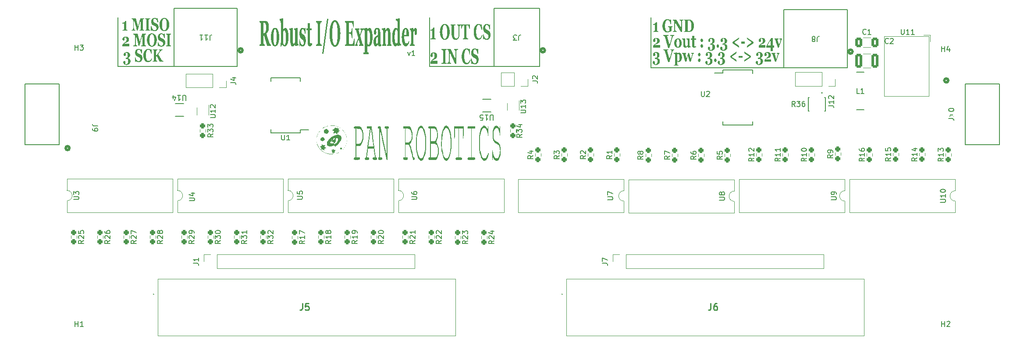
<source format=gbr>
%TF.GenerationSoftware,KiCad,Pcbnew,7.0.9*%
%TF.CreationDate,2023-12-10T13:16:36+00:00*%
%TF.ProjectId,Robust-IO-Expander,526f6275-7374-42d4-994f-2d457870616e,V1*%
%TF.SameCoordinates,Original*%
%TF.FileFunction,Legend,Top*%
%TF.FilePolarity,Positive*%
%FSLAX46Y46*%
G04 Gerber Fmt 4.6, Leading zero omitted, Abs format (unit mm)*
G04 Created by KiCad (PCBNEW 7.0.9) date 2023-12-10 13:16:36*
%MOMM*%
%LPD*%
G01*
G04 APERTURE LIST*
G04 Aperture macros list*
%AMRoundRect*
0 Rectangle with rounded corners*
0 $1 Rounding radius*
0 $2 $3 $4 $5 $6 $7 $8 $9 X,Y pos of 4 corners*
0 Add a 4 corners polygon primitive as box body*
4,1,4,$2,$3,$4,$5,$6,$7,$8,$9,$2,$3,0*
0 Add four circle primitives for the rounded corners*
1,1,$1+$1,$2,$3*
1,1,$1+$1,$4,$5*
1,1,$1+$1,$6,$7*
1,1,$1+$1,$8,$9*
0 Add four rect primitives between the rounded corners*
20,1,$1+$1,$2,$3,$4,$5,0*
20,1,$1+$1,$4,$5,$6,$7,0*
20,1,$1+$1,$6,$7,$8,$9,0*
20,1,$1+$1,$8,$9,$2,$3,0*%
G04 Aperture macros list end*
%ADD10C,0.150000*%
%ADD11C,0.400000*%
%ADD12C,0.375000*%
%ADD13C,0.254000*%
%ADD14C,0.120000*%
%ADD15C,0.152400*%
%ADD16C,0.508000*%
%ADD17C,0.200000*%
%ADD18C,0.100000*%
%ADD19RoundRect,0.237500X0.237500X-0.250000X0.237500X0.250000X-0.237500X0.250000X-0.237500X-0.250000X0*%
%ADD20RoundRect,0.237500X-0.237500X0.250000X-0.237500X-0.250000X0.237500X-0.250000X0.237500X0.250000X0*%
%ADD21C,4.500000*%
%ADD22R,1.700000X1.700000*%
%ADD23O,1.700000X1.700000*%
%ADD24R,1.780000X2.000000*%
%ADD25C,1.600200*%
%ADD26RoundRect,0.250000X0.412500X0.650000X-0.412500X0.650000X-0.412500X-0.650000X0.412500X-0.650000X0*%
%ADD27R,2.500000X1.700000*%
%ADD28O,2.500000X1.700000*%
%ADD29R,0.279400X0.508000*%
%ADD30R,0.600000X0.420000*%
%ADD31O,0.600000X0.420000*%
%ADD32C,1.397000*%
%ADD33R,1.750000X0.450000*%
%ADD34RoundRect,0.250000X-0.412500X-1.100000X0.412500X-1.100000X0.412500X1.100000X-0.412500X1.100000X0*%
%ADD35C,1.650000*%
%ADD36R,0.400000X0.650000*%
%ADD37R,2.590800X7.289800*%
G04 APERTURE END LIST*
D10*
X74960601Y-83898999D02*
X64111200Y-83902400D01*
X167111200Y-74402400D02*
X167111200Y-84152400D01*
X124361200Y-83902400D02*
X124361200Y-74402400D01*
X167111200Y-84152400D02*
X192760601Y-84152999D01*
X64111200Y-83902400D02*
X64111200Y-74402400D01*
X136814500Y-83898999D02*
X124361200Y-83902400D01*
D11*
G36*
X168531074Y-77227400D02*
G01*
X167510676Y-77227400D01*
X167510676Y-77094287D01*
X167529108Y-77092455D01*
X167548222Y-77090093D01*
X167566488Y-77087568D01*
X167586879Y-77084536D01*
X167604722Y-77081745D01*
X167623925Y-77078630D01*
X167628939Y-77077801D01*
X167648365Y-77074442D01*
X167666198Y-77071084D01*
X167686248Y-77066886D01*
X167703807Y-77062688D01*
X167721592Y-77057651D01*
X167739727Y-77050934D01*
X167757203Y-77040935D01*
X167772700Y-77028036D01*
X167786219Y-77012237D01*
X167797759Y-76993537D01*
X167806992Y-76971517D01*
X167813586Y-76945757D01*
X167817192Y-76920149D01*
X167818779Y-76891678D01*
X167818862Y-76883017D01*
X167818862Y-75820561D01*
X167505840Y-75820561D01*
X167505840Y-75664245D01*
X167573984Y-75664245D01*
X167593846Y-75663950D01*
X167613206Y-75663065D01*
X167632064Y-75661589D01*
X167650419Y-75659523D01*
X167668272Y-75656866D01*
X167691294Y-75652406D01*
X167713424Y-75646896D01*
X167734661Y-75640337D01*
X167755004Y-75632728D01*
X167759950Y-75630662D01*
X167779205Y-75621903D01*
X167797622Y-75612725D01*
X167815200Y-75603127D01*
X167831941Y-75593110D01*
X167847843Y-75582672D01*
X167866543Y-75569035D01*
X167883933Y-75554741D01*
X167890523Y-75548841D01*
X167906674Y-75533119D01*
X167921881Y-75517249D01*
X167936144Y-75501229D01*
X167949461Y-75485061D01*
X167964196Y-75465462D01*
X167977571Y-75445648D01*
X167989771Y-75426156D01*
X168002754Y-75404501D01*
X168014390Y-75384015D01*
X168026041Y-75362033D01*
X168031206Y-75351614D01*
X168248827Y-75351614D01*
X168247941Y-75379674D01*
X168247041Y-75408897D01*
X168246127Y-75439284D01*
X168245200Y-75470835D01*
X168244495Y-75495263D01*
X168243783Y-75520345D01*
X168243063Y-75546081D01*
X168242335Y-75572473D01*
X168241600Y-75599519D01*
X168241353Y-75608680D01*
X168240724Y-75636004D01*
X168240158Y-75662790D01*
X168239653Y-75689040D01*
X168239210Y-75714754D01*
X168238829Y-75739931D01*
X168238509Y-75764571D01*
X168238179Y-75796590D01*
X168237960Y-75827654D01*
X168237850Y-75857765D01*
X168237836Y-75872462D01*
X168237836Y-76862867D01*
X168238741Y-76888584D01*
X168241454Y-76912839D01*
X168246771Y-76938771D01*
X168254451Y-76962794D01*
X168256740Y-76968502D01*
X168267456Y-76989492D01*
X168280261Y-77007886D01*
X168295154Y-77023686D01*
X168312135Y-77036890D01*
X168330874Y-77046774D01*
X168348463Y-77053937D01*
X168369081Y-77060885D01*
X168388577Y-77066511D01*
X168410177Y-77071988D01*
X168419406Y-77074137D01*
X168437692Y-77078058D01*
X168458811Y-77082396D01*
X168477998Y-77086108D01*
X168498472Y-77089736D01*
X168516164Y-77092462D01*
X168531074Y-77094287D01*
X168531074Y-77227400D01*
G37*
G36*
X171271332Y-76227225D02*
G01*
X171252730Y-76230087D01*
X171235172Y-76233178D01*
X171216667Y-76236930D01*
X171203188Y-76240048D01*
X171185402Y-76244937D01*
X171167549Y-76251148D01*
X171150349Y-76258023D01*
X171131677Y-76266241D01*
X171128890Y-76267525D01*
X171111136Y-76277049D01*
X171093471Y-76290819D01*
X171079087Y-76307453D01*
X171067985Y-76326950D01*
X171062065Y-76342630D01*
X171055898Y-76365867D01*
X171051246Y-76389630D01*
X171048108Y-76413919D01*
X171046485Y-76438734D01*
X171046238Y-76453150D01*
X171046238Y-76741967D01*
X171046270Y-76768433D01*
X171046367Y-76793260D01*
X171046568Y-76820888D01*
X171046861Y-76846154D01*
X171047321Y-76872647D01*
X171047557Y-76883017D01*
X171048176Y-76907485D01*
X171048879Y-76934408D01*
X171049549Y-76959438D01*
X171050280Y-76986272D01*
X171051074Y-77014908D01*
X171035170Y-77027989D01*
X171018342Y-77040974D01*
X171000589Y-77053863D01*
X170981913Y-77066657D01*
X170962314Y-77079356D01*
X170941790Y-77091959D01*
X170920342Y-77104467D01*
X170897970Y-77116880D01*
X170874675Y-77129197D01*
X170850455Y-77141418D01*
X170825312Y-77153545D01*
X170799244Y-77165576D01*
X170772253Y-77177511D01*
X170744338Y-77189351D01*
X170715499Y-77201096D01*
X170685735Y-77212745D01*
X170655663Y-77223984D01*
X170625897Y-77234498D01*
X170596436Y-77244287D01*
X170567281Y-77253350D01*
X170538431Y-77261689D01*
X170509887Y-77269302D01*
X170481649Y-77276191D01*
X170453717Y-77282354D01*
X170426090Y-77287792D01*
X170398769Y-77292505D01*
X170371754Y-77296494D01*
X170345044Y-77299756D01*
X170318640Y-77302294D01*
X170292542Y-77304107D01*
X170266749Y-77305195D01*
X170241262Y-77305557D01*
X170217558Y-77305242D01*
X170194036Y-77304298D01*
X170170695Y-77302724D01*
X170147537Y-77300520D01*
X170124561Y-77297686D01*
X170101767Y-77294223D01*
X170079155Y-77290130D01*
X170056725Y-77285407D01*
X170034477Y-77280055D01*
X170012411Y-77274073D01*
X169990527Y-77267461D01*
X169968825Y-77260220D01*
X169947305Y-77252349D01*
X169925967Y-77243848D01*
X169904811Y-77234717D01*
X169883837Y-77224957D01*
X169863168Y-77214488D01*
X169842814Y-77203385D01*
X169822776Y-77191648D01*
X169803054Y-77179276D01*
X169783648Y-77166270D01*
X169764558Y-77152629D01*
X169745784Y-77138353D01*
X169727327Y-77123444D01*
X169709185Y-77107899D01*
X169691359Y-77091721D01*
X169673849Y-77074908D01*
X169656655Y-77057460D01*
X169639777Y-77039378D01*
X169623215Y-77020661D01*
X169606969Y-77001310D01*
X169591039Y-76981325D01*
X169575477Y-76961022D01*
X169560333Y-76940109D01*
X169545609Y-76918585D01*
X169531303Y-76896450D01*
X169517417Y-76873705D01*
X169503950Y-76850350D01*
X169490901Y-76826383D01*
X169478272Y-76801806D01*
X169466062Y-76776619D01*
X169454271Y-76750821D01*
X169442898Y-76724412D01*
X169431945Y-76697393D01*
X169421411Y-76669763D01*
X169411296Y-76641522D01*
X169401600Y-76612671D01*
X169392323Y-76583209D01*
X169383592Y-76553175D01*
X169375424Y-76522606D01*
X169367820Y-76491503D01*
X169360779Y-76459866D01*
X169354301Y-76427695D01*
X169348387Y-76394989D01*
X169343036Y-76361749D01*
X169338248Y-76327975D01*
X169334023Y-76293667D01*
X169330362Y-76258824D01*
X169327264Y-76223447D01*
X169324729Y-76187536D01*
X169322757Y-76151090D01*
X169321349Y-76114110D01*
X169320504Y-76076596D01*
X169320223Y-76038547D01*
X169320487Y-76002920D01*
X169321280Y-75967631D01*
X169322603Y-75932681D01*
X169324454Y-75898070D01*
X169326834Y-75863797D01*
X169329743Y-75829863D01*
X169333182Y-75796268D01*
X169337149Y-75763011D01*
X169341645Y-75730093D01*
X169346669Y-75697514D01*
X169352223Y-75665273D01*
X169358306Y-75633371D01*
X169364918Y-75601808D01*
X169372058Y-75570584D01*
X169379728Y-75539698D01*
X169387927Y-75509151D01*
X169396682Y-75479036D01*
X169405911Y-75449445D01*
X169415613Y-75420379D01*
X169425790Y-75391838D01*
X169436441Y-75363822D01*
X169447566Y-75336330D01*
X169459165Y-75309363D01*
X169471238Y-75282921D01*
X169483785Y-75257004D01*
X169496806Y-75231611D01*
X169510300Y-75206743D01*
X169524269Y-75182400D01*
X169538712Y-75158581D01*
X169553629Y-75135288D01*
X169569019Y-75112519D01*
X169584884Y-75090275D01*
X169600817Y-75068832D01*
X169617184Y-75048009D01*
X169633983Y-75027807D01*
X169651214Y-75008224D01*
X169668879Y-74989262D01*
X169686976Y-74970920D01*
X169705506Y-74953198D01*
X169724469Y-74936096D01*
X169743864Y-74919615D01*
X169763693Y-74903753D01*
X169783954Y-74888512D01*
X169804648Y-74873891D01*
X169825774Y-74859890D01*
X169847334Y-74846509D01*
X169869326Y-74833748D01*
X169891751Y-74821607D01*
X169914596Y-74810073D01*
X169937741Y-74799282D01*
X169961184Y-74789236D01*
X169984926Y-74779934D01*
X170008967Y-74771375D01*
X170033307Y-74763562D01*
X170057946Y-74756492D01*
X170082883Y-74750166D01*
X170108119Y-74744585D01*
X170133654Y-74739748D01*
X170159488Y-74735655D01*
X170185621Y-74732306D01*
X170212052Y-74729702D01*
X170238782Y-74727841D01*
X170265812Y-74726725D01*
X170293139Y-74726353D01*
X170311738Y-74726548D01*
X170330165Y-74727135D01*
X170348420Y-74728113D01*
X170366504Y-74729482D01*
X170384416Y-74731242D01*
X170402156Y-74733394D01*
X170419724Y-74735936D01*
X170445755Y-74740484D01*
X170471399Y-74745911D01*
X170496656Y-74752219D01*
X170521528Y-74759407D01*
X170546012Y-74767475D01*
X170570111Y-74776423D01*
X170593622Y-74785875D01*
X170616345Y-74795456D01*
X170638280Y-74805166D01*
X170659426Y-74815005D01*
X170679784Y-74824973D01*
X170699354Y-74835069D01*
X170718135Y-74845295D01*
X170736129Y-74855649D01*
X170753334Y-74866132D01*
X170769751Y-74876743D01*
X170780257Y-74883889D01*
X170857194Y-74804510D01*
X170964465Y-74804510D01*
X170975896Y-75664245D01*
X170866866Y-75664245D01*
X170860950Y-75639904D01*
X170854961Y-75615957D01*
X170848901Y-75592405D01*
X170842768Y-75569248D01*
X170830287Y-75524118D01*
X170817517Y-75480567D01*
X170804458Y-75438595D01*
X170791111Y-75398202D01*
X170777475Y-75359388D01*
X170763551Y-75322153D01*
X170749339Y-75286497D01*
X170734837Y-75252419D01*
X170720048Y-75219921D01*
X170704970Y-75189002D01*
X170689603Y-75159662D01*
X170673948Y-75131901D01*
X170658004Y-75105719D01*
X170641772Y-75081115D01*
X170625126Y-75058046D01*
X170607940Y-75036465D01*
X170590216Y-75016372D01*
X170571952Y-74997768D01*
X170553149Y-74980652D01*
X170533806Y-74965024D01*
X170513925Y-74950884D01*
X170493504Y-74938233D01*
X170472544Y-74927071D01*
X170451045Y-74917396D01*
X170429006Y-74909210D01*
X170406428Y-74902513D01*
X170383311Y-74897304D01*
X170359655Y-74893583D01*
X170335460Y-74891350D01*
X170310725Y-74890606D01*
X170281472Y-74891737D01*
X170253064Y-74895128D01*
X170225501Y-74900781D01*
X170198782Y-74908695D01*
X170172909Y-74918870D01*
X170147881Y-74931307D01*
X170123697Y-74946004D01*
X170100359Y-74962963D01*
X170077865Y-74982183D01*
X170056216Y-75003664D01*
X170035413Y-75027406D01*
X170015454Y-75053409D01*
X169996340Y-75081674D01*
X169978071Y-75112199D01*
X169960647Y-75144986D01*
X169944068Y-75180034D01*
X169928416Y-75217066D01*
X169913774Y-75255806D01*
X169900142Y-75296254D01*
X169887519Y-75338410D01*
X169875907Y-75382274D01*
X169865304Y-75427845D01*
X169855711Y-75475124D01*
X169851293Y-75499404D01*
X169847128Y-75524111D01*
X169843215Y-75549245D01*
X169839554Y-75574806D01*
X169836146Y-75600793D01*
X169832991Y-75627208D01*
X169830087Y-75654050D01*
X169827437Y-75681318D01*
X169825038Y-75709014D01*
X169822893Y-75737137D01*
X169820999Y-75765686D01*
X169819358Y-75794662D01*
X169817970Y-75824066D01*
X169816834Y-75853896D01*
X169815950Y-75884153D01*
X169815319Y-75914837D01*
X169814941Y-75945949D01*
X169814814Y-75977487D01*
X169814938Y-76010956D01*
X169815309Y-76043967D01*
X169815927Y-76076520D01*
X169816793Y-76108615D01*
X169817905Y-76140252D01*
X169819266Y-76171431D01*
X169820873Y-76202152D01*
X169822728Y-76232415D01*
X169824830Y-76262220D01*
X169827179Y-76291568D01*
X169829776Y-76320457D01*
X169832620Y-76348889D01*
X169835711Y-76376862D01*
X169839049Y-76404377D01*
X169842635Y-76431435D01*
X169846468Y-76458035D01*
X169850549Y-76484176D01*
X169854876Y-76509860D01*
X169859451Y-76535086D01*
X169864273Y-76559853D01*
X169869343Y-76584163D01*
X169874660Y-76608015D01*
X169880224Y-76631409D01*
X169892094Y-76676823D01*
X169904954Y-76720405D01*
X169918802Y-76762155D01*
X169933640Y-76802073D01*
X169941430Y-76821346D01*
X169957671Y-76858242D01*
X169974739Y-76892758D01*
X169992635Y-76924894D01*
X170011360Y-76954649D01*
X170030911Y-76982024D01*
X170051291Y-77007018D01*
X170072498Y-77029632D01*
X170094533Y-77049865D01*
X170117396Y-77067719D01*
X170141087Y-77083191D01*
X170165605Y-77096284D01*
X170190951Y-77106995D01*
X170217125Y-77115327D01*
X170244127Y-77121278D01*
X170271956Y-77124849D01*
X170300613Y-77126039D01*
X170320840Y-77125636D01*
X170340634Y-77124429D01*
X170359995Y-77122416D01*
X170378924Y-77119599D01*
X170397419Y-77115976D01*
X170415482Y-77111549D01*
X170433112Y-77106316D01*
X170450310Y-77100279D01*
X170472566Y-77090977D01*
X170494054Y-77080243D01*
X170514675Y-77068403D01*
X170534116Y-77056086D01*
X170552374Y-77043292D01*
X170569451Y-77030021D01*
X170585347Y-77016273D01*
X170600061Y-77002047D01*
X170616792Y-76983595D01*
X170625945Y-76972166D01*
X170625945Y-76469636D01*
X170625166Y-76443085D01*
X170622831Y-76418462D01*
X170618256Y-76392683D01*
X170611648Y-76369423D01*
X170609678Y-76364001D01*
X170599731Y-76343355D01*
X170585718Y-76324159D01*
X170570120Y-76308552D01*
X170554273Y-76296058D01*
X170545491Y-76290118D01*
X170528430Y-76279841D01*
X170509559Y-76270383D01*
X170491945Y-76262926D01*
X170473001Y-76256071D01*
X170452728Y-76249818D01*
X170432455Y-76244186D01*
X170413511Y-76239199D01*
X170395896Y-76234855D01*
X170377026Y-76230602D01*
X170359964Y-76227225D01*
X170359964Y-76094113D01*
X171271332Y-76094113D01*
X171271332Y-76227225D01*
G37*
G36*
X173365763Y-74937623D02*
G01*
X173346722Y-74940638D01*
X173326949Y-74944215D01*
X173307691Y-74947979D01*
X173290014Y-74951607D01*
X173270855Y-74955683D01*
X173266845Y-74956552D01*
X173247087Y-74961704D01*
X173227930Y-74968764D01*
X173209374Y-74977732D01*
X173191420Y-74988609D01*
X173174066Y-75001393D01*
X173157314Y-75016086D01*
X173150781Y-75022497D01*
X173137137Y-75038403D01*
X173124780Y-75057500D01*
X173113712Y-75079786D01*
X173103932Y-75105263D01*
X173097035Y-75127941D01*
X173090963Y-75152661D01*
X173085715Y-75179423D01*
X173081284Y-75208837D01*
X173078348Y-75233039D01*
X173075745Y-75259076D01*
X173073475Y-75286949D01*
X173071536Y-75316657D01*
X173069930Y-75348201D01*
X173068656Y-75381580D01*
X173067715Y-75416794D01*
X173067272Y-75441290D01*
X173066976Y-75466601D01*
X173066829Y-75492728D01*
X173066810Y-75506098D01*
X173066810Y-77227400D01*
X172846552Y-77227400D01*
X171753614Y-75365658D01*
X171753614Y-76504441D01*
X171753693Y-76530530D01*
X171753930Y-76555827D01*
X171754325Y-76580332D01*
X171755214Y-76615606D01*
X171756458Y-76649097D01*
X171758058Y-76680807D01*
X171760013Y-76710735D01*
X171762323Y-76738882D01*
X171764990Y-76765246D01*
X171768011Y-76789829D01*
X171772593Y-76819835D01*
X171773837Y-76826841D01*
X171779395Y-76853403D01*
X171785735Y-76878132D01*
X171792858Y-76901030D01*
X171802864Y-76927076D01*
X171814093Y-76950260D01*
X171826546Y-76970582D01*
X171840223Y-76988042D01*
X171856734Y-77004195D01*
X171873900Y-77017390D01*
X171890331Y-77027927D01*
X171908693Y-77038046D01*
X171928988Y-77047747D01*
X171946615Y-77055208D01*
X171964393Y-77062097D01*
X171985301Y-77069902D01*
X172004750Y-77076813D01*
X172022739Y-77082830D01*
X172042399Y-77088869D01*
X172059957Y-77093620D01*
X172062679Y-77094287D01*
X172062679Y-77227400D01*
X171308262Y-77227400D01*
X171308262Y-77094287D01*
X171326891Y-77091940D01*
X171346510Y-77088563D01*
X171367118Y-77084155D01*
X171385047Y-77079695D01*
X171403663Y-77074519D01*
X171419050Y-77069863D01*
X171438065Y-77063059D01*
X171456093Y-77055242D01*
X171473133Y-77046411D01*
X171492278Y-77034475D01*
X171510001Y-77021080D01*
X171523684Y-77008802D01*
X171538045Y-76992109D01*
X171550904Y-76972941D01*
X171562259Y-76951298D01*
X171572113Y-76927181D01*
X171580463Y-76900589D01*
X171587311Y-76871523D01*
X171589629Y-76859203D01*
X171593854Y-76832041D01*
X171597515Y-76800623D01*
X171599892Y-76774268D01*
X171601951Y-76745518D01*
X171603694Y-76714376D01*
X171605120Y-76680839D01*
X171606229Y-76644910D01*
X171606792Y-76619627D01*
X171607214Y-76593280D01*
X171607496Y-76565869D01*
X171607637Y-76537395D01*
X171607654Y-76522759D01*
X171607654Y-75373596D01*
X171607182Y-75347121D01*
X171605765Y-75321122D01*
X171603404Y-75295601D01*
X171600098Y-75270556D01*
X171595848Y-75245989D01*
X171590653Y-75221899D01*
X171588310Y-75212396D01*
X171581866Y-75189066D01*
X171574349Y-75166779D01*
X171563911Y-75141413D01*
X171551927Y-75117549D01*
X171538398Y-75095188D01*
X171528520Y-75081115D01*
X171514734Y-75063599D01*
X171500304Y-75047305D01*
X171485230Y-75032234D01*
X171469512Y-75018385D01*
X171453150Y-75005759D01*
X171436144Y-74994354D01*
X171429162Y-74990135D01*
X171411201Y-74979998D01*
X171392488Y-74970577D01*
X171373024Y-74961871D01*
X171352809Y-74953880D01*
X171331843Y-74946605D01*
X171314529Y-74941301D01*
X171301227Y-74937623D01*
X171301227Y-74804510D01*
X171961123Y-74804510D01*
X172920851Y-76434831D01*
X172920851Y-75523195D01*
X172920768Y-75496460D01*
X172920521Y-75470597D01*
X172920109Y-75445607D01*
X172919181Y-75409760D01*
X172917883Y-75375877D01*
X172916214Y-75343957D01*
X172914174Y-75314002D01*
X172911762Y-75286012D01*
X172908980Y-75259985D01*
X172905827Y-75235923D01*
X172901046Y-75206895D01*
X172899748Y-75200184D01*
X172894088Y-75174481D01*
X172887658Y-75150496D01*
X172878539Y-75122929D01*
X172868218Y-75098046D01*
X172856694Y-75075845D01*
X172843969Y-75056329D01*
X172832923Y-75042647D01*
X172818333Y-75028401D01*
X172801269Y-75014970D01*
X172785161Y-75004400D01*
X172767335Y-74994397D01*
X172747792Y-74984961D01*
X172730920Y-74977820D01*
X172726531Y-74976091D01*
X172709371Y-74969346D01*
X172689120Y-74961692D01*
X172670199Y-74954903D01*
X172652609Y-74948979D01*
X172633258Y-74943012D01*
X172615824Y-74938289D01*
X172613105Y-74937623D01*
X172613105Y-74804510D01*
X173365763Y-74804510D01*
X173365763Y-74937623D01*
G37*
G36*
X174414161Y-74804718D02*
G01*
X174433092Y-74805341D01*
X174452189Y-74806378D01*
X174471451Y-74807831D01*
X174490877Y-74809698D01*
X174510469Y-74811981D01*
X174530225Y-74814678D01*
X174550146Y-74817791D01*
X174570232Y-74821319D01*
X174590482Y-74825262D01*
X174610898Y-74829619D01*
X174631479Y-74834392D01*
X174652224Y-74839580D01*
X174673134Y-74845183D01*
X174694209Y-74851200D01*
X174715449Y-74857633D01*
X174736724Y-74864553D01*
X174757902Y-74872183D01*
X174778984Y-74880524D01*
X174799970Y-74889576D01*
X174820859Y-74899338D01*
X174841653Y-74909812D01*
X174862350Y-74920996D01*
X174882951Y-74932891D01*
X174903456Y-74945496D01*
X174923865Y-74958813D01*
X174944177Y-74972840D01*
X174964394Y-74987578D01*
X174984514Y-75003027D01*
X175004538Y-75019187D01*
X175024466Y-75036057D01*
X175044298Y-75053638D01*
X175064169Y-75072181D01*
X175083556Y-75091477D01*
X175102459Y-75111527D01*
X175120877Y-75132330D01*
X175138811Y-75153887D01*
X175156261Y-75176198D01*
X175173227Y-75199263D01*
X175189708Y-75223082D01*
X175205705Y-75247654D01*
X175221217Y-75272980D01*
X175236246Y-75299059D01*
X175250790Y-75325893D01*
X175264850Y-75353480D01*
X175278425Y-75381820D01*
X175291516Y-75410915D01*
X175304123Y-75440763D01*
X175316102Y-75471339D01*
X175327307Y-75502768D01*
X175337740Y-75535052D01*
X175347400Y-75568189D01*
X175356287Y-75602180D01*
X175364402Y-75637026D01*
X175371743Y-75672725D01*
X175378312Y-75709278D01*
X175384108Y-75746684D01*
X175389131Y-75784945D01*
X175393382Y-75824060D01*
X175396859Y-75864028D01*
X175399564Y-75904851D01*
X175401496Y-75946527D01*
X175402655Y-75989057D01*
X175403042Y-76032441D01*
X175402697Y-76070526D01*
X175401661Y-76107994D01*
X175399935Y-76144848D01*
X175397519Y-76181086D01*
X175394412Y-76216709D01*
X175390615Y-76251716D01*
X175386128Y-76286108D01*
X175380950Y-76319885D01*
X175375082Y-76353046D01*
X175368523Y-76385592D01*
X175361275Y-76417522D01*
X175353335Y-76448837D01*
X175344706Y-76479537D01*
X175335386Y-76509621D01*
X175325375Y-76539090D01*
X175314675Y-76567944D01*
X175303404Y-76596089D01*
X175291683Y-76623585D01*
X175279512Y-76650433D01*
X175266892Y-76676632D01*
X175253821Y-76702182D01*
X175240300Y-76727083D01*
X175226330Y-76751336D01*
X175211910Y-76774940D01*
X175197039Y-76797895D01*
X175181719Y-76820201D01*
X175165949Y-76841858D01*
X175149728Y-76862867D01*
X175133058Y-76883227D01*
X175115938Y-76902938D01*
X175098368Y-76922001D01*
X175080348Y-76940414D01*
X175061670Y-76958289D01*
X175042677Y-76975581D01*
X175023367Y-76992292D01*
X175003741Y-77008421D01*
X174983800Y-77023967D01*
X174963542Y-77038932D01*
X174942968Y-77053314D01*
X174922079Y-77067115D01*
X174900873Y-77080334D01*
X174879352Y-77092971D01*
X174857514Y-77105025D01*
X174835360Y-77116498D01*
X174812891Y-77127389D01*
X174790105Y-77137697D01*
X174767004Y-77147424D01*
X174743586Y-77156569D01*
X174719940Y-77165146D01*
X174696153Y-77173170D01*
X174672226Y-77180640D01*
X174648157Y-77187557D01*
X174623948Y-77193921D01*
X174599598Y-77199731D01*
X174575107Y-77204988D01*
X174550475Y-77209692D01*
X174525703Y-77213842D01*
X174500790Y-77217439D01*
X174475735Y-77220482D01*
X174450540Y-77222973D01*
X174425205Y-77224909D01*
X174399728Y-77226293D01*
X174374111Y-77227123D01*
X174348352Y-77227400D01*
X173464242Y-77227400D01*
X173464242Y-77094287D01*
X173482499Y-77093164D01*
X173502650Y-77091399D01*
X173521429Y-77089374D01*
X173541599Y-77086876D01*
X173559470Y-77084435D01*
X173563160Y-77083907D01*
X173580742Y-77081161D01*
X173599289Y-77077669D01*
X173617411Y-77073324D01*
X173635147Y-77067308D01*
X173642295Y-77063757D01*
X173660417Y-77051690D01*
X173675931Y-77037928D01*
X173690466Y-77020125D01*
X173701595Y-77000108D01*
X173703844Y-76994758D01*
X173711538Y-76971670D01*
X173717033Y-76946368D01*
X173720331Y-76918852D01*
X173721413Y-76892960D01*
X173721430Y-76889123D01*
X173721430Y-76804859D01*
X174160627Y-76804859D01*
X174161174Y-76831139D01*
X174162815Y-76856017D01*
X174166030Y-76882731D01*
X174170674Y-76907613D01*
X174172058Y-76913547D01*
X174179037Y-76936102D01*
X174188105Y-76957359D01*
X174199260Y-76977318D01*
X174212504Y-76995979D01*
X174227397Y-77012962D01*
X174243939Y-77027884D01*
X174259765Y-77039250D01*
X174276853Y-77049038D01*
X174281967Y-77051545D01*
X174301439Y-77059158D01*
X174320037Y-77064196D01*
X174340398Y-77067859D01*
X174358711Y-77069863D01*
X174378248Y-77070912D01*
X174390557Y-77071084D01*
X174416345Y-77070456D01*
X174441444Y-77068572D01*
X174465855Y-77065433D01*
X174489579Y-77061038D01*
X174512615Y-77055387D01*
X174534963Y-77048480D01*
X174556623Y-77040317D01*
X174577596Y-77030898D01*
X174597880Y-77020224D01*
X174617477Y-77008294D01*
X174630160Y-76999643D01*
X174648618Y-76985554D01*
X174666404Y-76970305D01*
X174683518Y-76953898D01*
X174699959Y-76936331D01*
X174715728Y-76917605D01*
X174730825Y-76897719D01*
X174745249Y-76876675D01*
X174759001Y-76854471D01*
X174772081Y-76831108D01*
X174784488Y-76806586D01*
X174792386Y-76789594D01*
X174803472Y-76763602D01*
X174813978Y-76736686D01*
X174823904Y-76708847D01*
X174833251Y-76680086D01*
X174842019Y-76650401D01*
X174850207Y-76619793D01*
X174857815Y-76588262D01*
X174864844Y-76555808D01*
X174871293Y-76522431D01*
X174877162Y-76488131D01*
X174880753Y-76464751D01*
X174885703Y-76428875D01*
X174888732Y-76404403D01*
X174891545Y-76379487D01*
X174894142Y-76354128D01*
X174896522Y-76328325D01*
X174898686Y-76302079D01*
X174900633Y-76275388D01*
X174902364Y-76248255D01*
X174903879Y-76220677D01*
X174905177Y-76192656D01*
X174906259Y-76164191D01*
X174907125Y-76135283D01*
X174907774Y-76105931D01*
X174908207Y-76076135D01*
X174908423Y-76045896D01*
X174908450Y-76030610D01*
X174908304Y-76000704D01*
X174907866Y-75971133D01*
X174907136Y-75941895D01*
X174906114Y-75912991D01*
X174904801Y-75884422D01*
X174903195Y-75856186D01*
X174901297Y-75828284D01*
X174899108Y-75800716D01*
X174896626Y-75773482D01*
X174893853Y-75746582D01*
X174890787Y-75720016D01*
X174887430Y-75693783D01*
X174883781Y-75667885D01*
X174879839Y-75642321D01*
X174875606Y-75617090D01*
X174871081Y-75592194D01*
X174866329Y-75567691D01*
X174861306Y-75543641D01*
X174856011Y-75520044D01*
X174847561Y-75485499D01*
X174838500Y-75451973D01*
X174828828Y-75419468D01*
X174818546Y-75387981D01*
X174807653Y-75357515D01*
X174796150Y-75328068D01*
X174784037Y-75299641D01*
X174771312Y-75272233D01*
X174762490Y-75254528D01*
X174748745Y-75228759D01*
X174734381Y-75204117D01*
X174719399Y-75180602D01*
X174703799Y-75158214D01*
X174687580Y-75136953D01*
X174670744Y-75116819D01*
X174653289Y-75097812D01*
X174635216Y-75079932D01*
X174616524Y-75063179D01*
X174597214Y-75047554D01*
X174583998Y-75037762D01*
X174563708Y-75024013D01*
X174542900Y-75011616D01*
X174521575Y-75000571D01*
X174499732Y-74990879D01*
X174477371Y-74982539D01*
X174454492Y-74975552D01*
X174431096Y-74969917D01*
X174407181Y-74965634D01*
X174382749Y-74962704D01*
X174357799Y-74961126D01*
X174340878Y-74960826D01*
X174321440Y-74960943D01*
X174303841Y-74961229D01*
X174285376Y-74961687D01*
X174266046Y-74962317D01*
X174245850Y-74963118D01*
X174242400Y-74963268D01*
X174222781Y-74964163D01*
X174205141Y-74965014D01*
X174187060Y-74965953D01*
X174167771Y-74967075D01*
X174160627Y-74967543D01*
X174160627Y-76804859D01*
X173721430Y-76804859D01*
X173721430Y-75171485D01*
X173720651Y-75146633D01*
X173717856Y-75119518D01*
X173713026Y-75093777D01*
X173706164Y-75069410D01*
X173705163Y-75066461D01*
X173695299Y-75044097D01*
X173681533Y-75024024D01*
X173666287Y-75008338D01*
X173650841Y-74996288D01*
X173642295Y-74990746D01*
X173624454Y-74980442D01*
X173606211Y-74971512D01*
X173587565Y-74963955D01*
X173568518Y-74957773D01*
X173549070Y-74952964D01*
X173542497Y-74951667D01*
X173523713Y-74948010D01*
X173503908Y-74944341D01*
X173486375Y-74941315D01*
X173467171Y-74938369D01*
X173461604Y-74937623D01*
X173461604Y-74804510D01*
X174395393Y-74804510D01*
X174414161Y-74804718D01*
G37*
G36*
X168642302Y-82424800D02*
G01*
X168660485Y-82442279D01*
X168677885Y-82461131D01*
X168694502Y-82481358D01*
X168710336Y-82502958D01*
X168725387Y-82525932D01*
X168739654Y-82550280D01*
X168753139Y-82576002D01*
X168765840Y-82603097D01*
X168774718Y-82624276D01*
X168782723Y-82646367D01*
X168789855Y-82669370D01*
X168796113Y-82693286D01*
X168801498Y-82718114D01*
X168806010Y-82743854D01*
X168809649Y-82770507D01*
X168812414Y-82798072D01*
X168814306Y-82826549D01*
X168815325Y-82855939D01*
X168815519Y-82876039D01*
X168814654Y-82914631D01*
X168812057Y-82952403D01*
X168807729Y-82989354D01*
X168801671Y-83025485D01*
X168793881Y-83060795D01*
X168784360Y-83095285D01*
X168773108Y-83128954D01*
X168760125Y-83161803D01*
X168745411Y-83193831D01*
X168728966Y-83225039D01*
X168710789Y-83255426D01*
X168690882Y-83284993D01*
X168669244Y-83313739D01*
X168645874Y-83341665D01*
X168620774Y-83368770D01*
X168593942Y-83395055D01*
X168565802Y-83420195D01*
X168536666Y-83443713D01*
X168506533Y-83465609D01*
X168475405Y-83485883D01*
X168443280Y-83504535D01*
X168426845Y-83513253D01*
X168410160Y-83521565D01*
X168393226Y-83529472D01*
X168376043Y-83536973D01*
X168358612Y-83544069D01*
X168340931Y-83550760D01*
X168323001Y-83557045D01*
X168304822Y-83562924D01*
X168286394Y-83568398D01*
X168267718Y-83573467D01*
X168248792Y-83578130D01*
X168229617Y-83582387D01*
X168210193Y-83586239D01*
X168190520Y-83589686D01*
X168170598Y-83592727D01*
X168150427Y-83595363D01*
X168130007Y-83597593D01*
X168109338Y-83599417D01*
X168088420Y-83600837D01*
X168067253Y-83601850D01*
X168045837Y-83602458D01*
X168024172Y-83602661D01*
X167993198Y-83602096D01*
X167962815Y-83600400D01*
X167933023Y-83597574D01*
X167903822Y-83593617D01*
X167875211Y-83588529D01*
X167847191Y-83582311D01*
X167819762Y-83574962D01*
X167792923Y-83566483D01*
X167766675Y-83556873D01*
X167741018Y-83546132D01*
X167715952Y-83534261D01*
X167691477Y-83521260D01*
X167667592Y-83507127D01*
X167644298Y-83491865D01*
X167621595Y-83475471D01*
X167599483Y-83457947D01*
X167578401Y-83439674D01*
X167558679Y-83420882D01*
X167540317Y-83401569D01*
X167523316Y-83381736D01*
X167507674Y-83361383D01*
X167493393Y-83340510D01*
X167480472Y-83319118D01*
X167468911Y-83297205D01*
X167458710Y-83274772D01*
X167449869Y-83251820D01*
X167442388Y-83228347D01*
X167436268Y-83204355D01*
X167431507Y-83179842D01*
X167428107Y-83154809D01*
X167426067Y-83129257D01*
X167425387Y-83103185D01*
X167426266Y-83074143D01*
X167428904Y-83046245D01*
X167433300Y-83019493D01*
X167439455Y-82993886D01*
X167447368Y-82969423D01*
X167457040Y-82946106D01*
X167468471Y-82923933D01*
X167481660Y-82902905D01*
X167496319Y-82883729D01*
X167512160Y-82867109D01*
X167529182Y-82853046D01*
X167547386Y-82841539D01*
X167566771Y-82832590D01*
X167587338Y-82826198D01*
X167609086Y-82822363D01*
X167632016Y-82821084D01*
X167650007Y-82821707D01*
X167673033Y-82824473D01*
X167694960Y-82829454D01*
X167715787Y-82836647D01*
X167735516Y-82846055D01*
X167754146Y-82857675D01*
X167771676Y-82871509D01*
X167788108Y-82887557D01*
X167792044Y-82891915D01*
X167806676Y-82910223D01*
X167819356Y-82930039D01*
X167830086Y-82951363D01*
X167838865Y-82974194D01*
X167845693Y-82998532D01*
X167850571Y-83024378D01*
X167853497Y-83051731D01*
X167854472Y-83080592D01*
X167853946Y-83106447D01*
X167852369Y-83133257D01*
X167849739Y-83161021D01*
X167846057Y-83189738D01*
X167841324Y-83219410D01*
X167836780Y-83243834D01*
X167832930Y-83262553D01*
X167827689Y-83286920D01*
X167821543Y-83315071D01*
X167815848Y-83340658D01*
X167809609Y-83367978D01*
X167804019Y-83391606D01*
X167799078Y-83411541D01*
X167815662Y-83420235D01*
X167834751Y-83427770D01*
X167853820Y-83433494D01*
X167869420Y-83437187D01*
X167889006Y-83440755D01*
X167906966Y-83443117D01*
X167926007Y-83444834D01*
X167946131Y-83445907D01*
X167963727Y-83446310D01*
X167970976Y-83446346D01*
X167988843Y-83445850D01*
X168006614Y-83444361D01*
X168024289Y-83441881D01*
X168041868Y-83438408D01*
X168059350Y-83433943D01*
X168076736Y-83428486D01*
X168094027Y-83422036D01*
X168111220Y-83414594D01*
X168128085Y-83406189D01*
X168144386Y-83396543D01*
X168163970Y-83382742D01*
X168182673Y-83367003D01*
X168200497Y-83349325D01*
X168214123Y-83333788D01*
X168227185Y-83317011D01*
X168230362Y-83312623D01*
X168243283Y-83293599D01*
X168255449Y-83273773D01*
X168266859Y-83253146D01*
X168277513Y-83231717D01*
X168287412Y-83209487D01*
X168296555Y-83186456D01*
X168304942Y-83162623D01*
X168312574Y-83137989D01*
X168319375Y-83112086D01*
X168325269Y-83084141D01*
X168330256Y-83054155D01*
X168334336Y-83022126D01*
X168336802Y-82996765D01*
X168338757Y-82970256D01*
X168340202Y-82942598D01*
X168341137Y-82913791D01*
X168341562Y-82883836D01*
X168341590Y-82873596D01*
X168341268Y-82844449D01*
X168340302Y-82815779D01*
X168338692Y-82787587D01*
X168336438Y-82759871D01*
X168333540Y-82732632D01*
X168329998Y-82705870D01*
X168328401Y-82695299D01*
X168323891Y-82669488D01*
X168318329Y-82644721D01*
X168311715Y-82620998D01*
X168304049Y-82598317D01*
X168295332Y-82576681D01*
X168285562Y-82556088D01*
X168281360Y-82548143D01*
X168269884Y-82529160D01*
X168257163Y-82511518D01*
X168243197Y-82495218D01*
X168227985Y-82480260D01*
X168211529Y-82466644D01*
X168193828Y-82454369D01*
X168186398Y-82449835D01*
X168166909Y-82439632D01*
X168145809Y-82431159D01*
X168127770Y-82425625D01*
X168108701Y-82421198D01*
X168088601Y-82417878D01*
X168067471Y-82415665D01*
X168045311Y-82414558D01*
X168033844Y-82414420D01*
X167876894Y-82414420D01*
X167876894Y-82195822D01*
X167988122Y-82195822D01*
X168007241Y-82195324D01*
X168025690Y-82193828D01*
X168043470Y-82191336D01*
X168068883Y-82185728D01*
X168092790Y-82177876D01*
X168115190Y-82167782D01*
X168136082Y-82155444D01*
X168155468Y-82140862D01*
X168173347Y-82124038D01*
X168189718Y-82104970D01*
X168204583Y-82083659D01*
X168213656Y-82068206D01*
X168226148Y-82043102D01*
X168237412Y-82015648D01*
X168247447Y-81985843D01*
X168256253Y-81953688D01*
X168263830Y-81919182D01*
X168268199Y-81894872D01*
X168272022Y-81869518D01*
X168275298Y-81843119D01*
X168278029Y-81815675D01*
X168280213Y-81787186D01*
X168281852Y-81757653D01*
X168282944Y-81727075D01*
X168283490Y-81695452D01*
X168283558Y-81679249D01*
X168283295Y-81653329D01*
X168282507Y-81628234D01*
X168280339Y-81592140D01*
X168276989Y-81557903D01*
X168272457Y-81525522D01*
X168266742Y-81494998D01*
X168259845Y-81466331D01*
X168251765Y-81439521D01*
X168242503Y-81414568D01*
X168232059Y-81391472D01*
X168220432Y-81370232D01*
X168216294Y-81363565D01*
X168203152Y-81344687D01*
X168188952Y-81327665D01*
X168173693Y-81312501D01*
X168157375Y-81299194D01*
X168139999Y-81287743D01*
X168121564Y-81278149D01*
X168102070Y-81270412D01*
X168081517Y-81264532D01*
X168059906Y-81260509D01*
X168037236Y-81258342D01*
X168021534Y-81257930D01*
X168003832Y-81258209D01*
X167984273Y-81259240D01*
X167965893Y-81261031D01*
X167946329Y-81264007D01*
X167937124Y-81265868D01*
X167919236Y-81270295D01*
X167901184Y-81276248D01*
X167882966Y-81283728D01*
X167864584Y-81292734D01*
X167870841Y-81319741D01*
X167876673Y-81346331D01*
X167881864Y-81370916D01*
X167887355Y-81397708D01*
X167893147Y-81426705D01*
X167897996Y-81451492D01*
X167902633Y-81476375D01*
X167906652Y-81500341D01*
X167910806Y-81529011D01*
X167913993Y-81556250D01*
X167916215Y-81582057D01*
X167917471Y-81606434D01*
X167917780Y-81624905D01*
X167916832Y-81653765D01*
X167913988Y-81681119D01*
X167909248Y-81706965D01*
X167902613Y-81731303D01*
X167894081Y-81754134D01*
X167883653Y-81775458D01*
X167871330Y-81795274D01*
X167857110Y-81813582D01*
X167841366Y-81829897D01*
X167824467Y-81844036D01*
X167806415Y-81856000D01*
X167787208Y-81865789D01*
X167766847Y-81873403D01*
X167745332Y-81878841D01*
X167722664Y-81882104D01*
X167704905Y-81883124D01*
X167698841Y-81883192D01*
X167676241Y-81881913D01*
X167654822Y-81878078D01*
X167634585Y-81871685D01*
X167615530Y-81862736D01*
X167597656Y-81851230D01*
X167580963Y-81837167D01*
X167565452Y-81820547D01*
X167551123Y-81801370D01*
X167538243Y-81780228D01*
X167527080Y-81758017D01*
X167517635Y-81734738D01*
X167509907Y-81710390D01*
X167503896Y-81684973D01*
X167499603Y-81658488D01*
X167497027Y-81630934D01*
X167496168Y-81602312D01*
X167496860Y-81576600D01*
X167498936Y-81551365D01*
X167502397Y-81526607D01*
X167507241Y-81502325D01*
X167513470Y-81478521D01*
X167521083Y-81455194D01*
X167530080Y-81432344D01*
X167540462Y-81409971D01*
X167552227Y-81388075D01*
X167565377Y-81366656D01*
X167579910Y-81345714D01*
X167595828Y-81325249D01*
X167613130Y-81305261D01*
X167631817Y-81285751D01*
X167651887Y-81266717D01*
X167673342Y-81248160D01*
X167695897Y-81230414D01*
X167719160Y-81213813D01*
X167743131Y-81198357D01*
X167767809Y-81184046D01*
X167793194Y-81170880D01*
X167819288Y-81158859D01*
X167846088Y-81147982D01*
X167873597Y-81138251D01*
X167901812Y-81129664D01*
X167930736Y-81122222D01*
X167960367Y-81115926D01*
X167990705Y-81110774D01*
X168021751Y-81106766D01*
X168053504Y-81103904D01*
X168085965Y-81102187D01*
X168119134Y-81101614D01*
X168142076Y-81101851D01*
X168164520Y-81102559D01*
X168186465Y-81103740D01*
X168207913Y-81105393D01*
X168228863Y-81107518D01*
X168249315Y-81110115D01*
X168269268Y-81113185D01*
X168288724Y-81116727D01*
X168307682Y-81120741D01*
X168326141Y-81125228D01*
X168344103Y-81130187D01*
X168361566Y-81135618D01*
X168386828Y-81144650D01*
X168410969Y-81154744D01*
X168426440Y-81162065D01*
X168448822Y-81173526D01*
X168470299Y-81185470D01*
X168490872Y-81197898D01*
X168510541Y-81210808D01*
X168529306Y-81224202D01*
X168547167Y-81238078D01*
X168564124Y-81252437D01*
X168580176Y-81267280D01*
X168595324Y-81282605D01*
X168609568Y-81298414D01*
X168618562Y-81309221D01*
X168635254Y-81330945D01*
X168650600Y-81353070D01*
X168664600Y-81375596D01*
X168677253Y-81398522D01*
X168688560Y-81421849D01*
X168698521Y-81445577D01*
X168707135Y-81469706D01*
X168714403Y-81494235D01*
X168720688Y-81518506D01*
X168726135Y-81542167D01*
X168731766Y-81570885D01*
X168736087Y-81598649D01*
X168739099Y-81625458D01*
X168740801Y-81651313D01*
X168741220Y-81671311D01*
X168740417Y-81700391D01*
X168738519Y-81725674D01*
X168735505Y-81751911D01*
X168731375Y-81779102D01*
X168726129Y-81807247D01*
X168719766Y-81836347D01*
X168718359Y-81842281D01*
X168712301Y-81865732D01*
X168705555Y-81888458D01*
X168696157Y-81915846D01*
X168685685Y-81942101D01*
X168674141Y-81967223D01*
X168661522Y-81991212D01*
X168650655Y-82009587D01*
X168636607Y-82031187D01*
X168621502Y-82052024D01*
X168605338Y-82072098D01*
X168588117Y-82091409D01*
X168569838Y-82109956D01*
X168550500Y-82127740D01*
X168535303Y-82140577D01*
X168519511Y-82152984D01*
X168508652Y-82161018D01*
X168491907Y-82172667D01*
X168474644Y-82183801D01*
X168456863Y-82194420D01*
X168438565Y-82204524D01*
X168419748Y-82214112D01*
X168400414Y-82223185D01*
X168380562Y-82231743D01*
X168360192Y-82239786D01*
X168339305Y-82247314D01*
X168317900Y-82254326D01*
X168303342Y-82258715D01*
X168303342Y-82286192D01*
X168323654Y-82288291D01*
X168344365Y-82291230D01*
X168365475Y-82295008D01*
X168386983Y-82299626D01*
X168408889Y-82305083D01*
X168431194Y-82311380D01*
X168453897Y-82318516D01*
X168471186Y-82324420D01*
X168476999Y-82326492D01*
X168494363Y-82332959D01*
X168511342Y-82339995D01*
X168533379Y-82350261D01*
X168554728Y-82361538D01*
X168575391Y-82373826D01*
X168595367Y-82387126D01*
X168614656Y-82401437D01*
X168633259Y-82416760D01*
X168642302Y-82424800D01*
G37*
G36*
X171554458Y-80687623D02*
G01*
X171536739Y-80690524D01*
X171519356Y-80694418D01*
X171499902Y-80700085D01*
X171480888Y-80707050D01*
X171476203Y-80708994D01*
X171457573Y-80717733D01*
X171441002Y-80727196D01*
X171424178Y-80738353D01*
X171407102Y-80751205D01*
X171399706Y-80757232D01*
X171383673Y-80771120D01*
X171368820Y-80785306D01*
X171352555Y-80802722D01*
X171337990Y-80820568D01*
X171325126Y-80838843D01*
X171317494Y-80851266D01*
X171306628Y-80871144D01*
X171295794Y-80893684D01*
X171284990Y-80918885D01*
X171276011Y-80941920D01*
X171267052Y-80966804D01*
X171259902Y-80988042D01*
X171252456Y-81011682D01*
X171244461Y-81037265D01*
X171235918Y-81064790D01*
X171226826Y-81094259D01*
X171217185Y-81125670D01*
X171206996Y-81159023D01*
X171199898Y-81182339D01*
X171192556Y-81206517D01*
X171184971Y-81231559D01*
X171177142Y-81257465D01*
X171169068Y-81284234D01*
X171160751Y-81311866D01*
X171152190Y-81340362D01*
X171143485Y-81369540D01*
X171134626Y-81399219D01*
X171125611Y-81429398D01*
X171116442Y-81460079D01*
X171107119Y-81491260D01*
X171097641Y-81522943D01*
X171088009Y-81555126D01*
X171078221Y-81587810D01*
X171068280Y-81620995D01*
X171058184Y-81654681D01*
X171047933Y-81688868D01*
X171037528Y-81723556D01*
X171026968Y-81758745D01*
X171016253Y-81794434D01*
X171005384Y-81830624D01*
X170994361Y-81867316D01*
X170984417Y-81900715D01*
X170974371Y-81934511D01*
X170964222Y-81968703D01*
X170953969Y-82003290D01*
X170943614Y-82038274D01*
X170933155Y-82073653D01*
X170922593Y-82109429D01*
X170911929Y-82145600D01*
X170901161Y-82182167D01*
X170890290Y-82219130D01*
X170879317Y-82256490D01*
X170868240Y-82294245D01*
X170857060Y-82332396D01*
X170845777Y-82370943D01*
X170834391Y-82409886D01*
X170822902Y-82449224D01*
X170811446Y-82488659D01*
X170800048Y-82527888D01*
X170788708Y-82566912D01*
X170777427Y-82605731D01*
X170766204Y-82644344D01*
X170755040Y-82682753D01*
X170743934Y-82720956D01*
X170732887Y-82758955D01*
X170721897Y-82796748D01*
X170710966Y-82834336D01*
X170700094Y-82871719D01*
X170689280Y-82908897D01*
X170678524Y-82945870D01*
X170667827Y-82982637D01*
X170657188Y-83019200D01*
X170646608Y-83055557D01*
X170398213Y-83055557D01*
X170387381Y-83018063D01*
X170376537Y-82980531D01*
X170365680Y-82942963D01*
X170354812Y-82905357D01*
X170343932Y-82867715D01*
X170333040Y-82830036D01*
X170322136Y-82792319D01*
X170311220Y-82754566D01*
X170300291Y-82716776D01*
X170289351Y-82678949D01*
X170278399Y-82641084D01*
X170267434Y-82603183D01*
X170256458Y-82565245D01*
X170245470Y-82527270D01*
X170234469Y-82489258D01*
X170223457Y-82451209D01*
X170212433Y-82413123D01*
X170201396Y-82375000D01*
X170190348Y-82336840D01*
X170179287Y-82298643D01*
X170168215Y-82260409D01*
X170157130Y-82222138D01*
X170146034Y-82183830D01*
X170134925Y-82145485D01*
X170123804Y-82107104D01*
X170112672Y-82068685D01*
X170101527Y-82030229D01*
X170090371Y-81991737D01*
X170079202Y-81953207D01*
X170068021Y-81914640D01*
X170056829Y-81876037D01*
X170045624Y-81837396D01*
X170034544Y-81799105D01*
X170023671Y-81761552D01*
X170013005Y-81724735D01*
X170002546Y-81688656D01*
X169992294Y-81653313D01*
X169982249Y-81618708D01*
X169972411Y-81584840D01*
X169962780Y-81551708D01*
X169953355Y-81519314D01*
X169944138Y-81487656D01*
X169935128Y-81456736D01*
X169926324Y-81426553D01*
X169917728Y-81397107D01*
X169909338Y-81368397D01*
X169901155Y-81340425D01*
X169893180Y-81313190D01*
X169885411Y-81286692D01*
X169877849Y-81260930D01*
X169870494Y-81235906D01*
X169863346Y-81211619D01*
X169856405Y-81188069D01*
X169849671Y-81165256D01*
X169836824Y-81121841D01*
X169824804Y-81081374D01*
X169813612Y-81043855D01*
X169803248Y-81009284D01*
X169793712Y-80977661D01*
X169784825Y-80951418D01*
X169776023Y-80927262D01*
X169767308Y-80905193D01*
X169756963Y-80881466D01*
X169746741Y-80860743D01*
X169738317Y-80845770D01*
X169725262Y-80826123D01*
X169711661Y-80809050D01*
X169695834Y-80791762D01*
X169680945Y-80777191D01*
X169664510Y-80762472D01*
X169653907Y-80753568D01*
X169638436Y-80741912D01*
X169621284Y-80730104D01*
X169605101Y-80720224D01*
X169587790Y-80711293D01*
X169579608Y-80707773D01*
X169562243Y-80701247D01*
X169544884Y-80695850D01*
X169525506Y-80690745D01*
X169507288Y-80686602D01*
X169494319Y-80683959D01*
X169494319Y-80554510D01*
X170445254Y-80554510D01*
X170445254Y-80680906D01*
X170420952Y-80685169D01*
X170398165Y-80689486D01*
X170376892Y-80693856D01*
X170357134Y-80698280D01*
X170338891Y-80702757D01*
X170316923Y-80708811D01*
X170297647Y-80714960D01*
X170277340Y-80722780D01*
X170264123Y-80729144D01*
X170247987Y-80739004D01*
X170231666Y-80753621D01*
X170219610Y-80774253D01*
X170216643Y-80792647D01*
X170218188Y-80818026D01*
X170220599Y-80834169D01*
X170225687Y-80857558D01*
X170231148Y-80881100D01*
X170233788Y-80892176D01*
X170241771Y-80922739D01*
X170250883Y-80956726D01*
X170257584Y-80981287D01*
X170264786Y-81007369D01*
X170272490Y-81034972D01*
X170280696Y-81064098D01*
X170289403Y-81094745D01*
X170298611Y-81126914D01*
X170308321Y-81160605D01*
X170318532Y-81195817D01*
X170329245Y-81232551D01*
X170340459Y-81270807D01*
X170352175Y-81310585D01*
X170364392Y-81351885D01*
X170377110Y-81394706D01*
X170390471Y-81439717D01*
X170397445Y-81463294D01*
X170404615Y-81487585D01*
X170411981Y-81512591D01*
X170419542Y-81538311D01*
X170427299Y-81564745D01*
X170435252Y-81591894D01*
X170443401Y-81619757D01*
X170451745Y-81648334D01*
X170460286Y-81677626D01*
X170469022Y-81707632D01*
X170477954Y-81738353D01*
X170487081Y-81769788D01*
X170496405Y-81801937D01*
X170505924Y-81834801D01*
X170515639Y-81868379D01*
X170525550Y-81902671D01*
X170535656Y-81937678D01*
X170545958Y-81973399D01*
X170556456Y-82009835D01*
X170567150Y-82046985D01*
X170578040Y-82084849D01*
X170589125Y-82123427D01*
X170600406Y-82162720D01*
X170611883Y-82202727D01*
X170623556Y-82243449D01*
X170635424Y-82284885D01*
X170647489Y-82327036D01*
X170659749Y-82369900D01*
X170672205Y-82413479D01*
X170684856Y-82457773D01*
X170692646Y-82430694D01*
X170700352Y-82403880D01*
X170707974Y-82377328D01*
X170715514Y-82351041D01*
X170722970Y-82325016D01*
X170730343Y-82299256D01*
X170737633Y-82273759D01*
X170744839Y-82248525D01*
X170751962Y-82223556D01*
X170759002Y-82198849D01*
X170765958Y-82174406D01*
X170772832Y-82150227D01*
X170779622Y-82126312D01*
X170786328Y-82102659D01*
X170792952Y-82079271D01*
X170799492Y-82056146D01*
X170805948Y-82033285D01*
X170818612Y-81988353D01*
X170830942Y-81944475D01*
X170842940Y-81901651D01*
X170854604Y-81859882D01*
X170865935Y-81819167D01*
X170876933Y-81779506D01*
X170887597Y-81740899D01*
X170892805Y-81721991D01*
X170903060Y-81684711D01*
X170913165Y-81647974D01*
X170923119Y-81611781D01*
X170932921Y-81576132D01*
X170942573Y-81541027D01*
X170952073Y-81506466D01*
X170961422Y-81472449D01*
X170970620Y-81438975D01*
X170979667Y-81406045D01*
X170988563Y-81373659D01*
X170997308Y-81341817D01*
X171005901Y-81310518D01*
X171014344Y-81279764D01*
X171022635Y-81249553D01*
X171030775Y-81219886D01*
X171038764Y-81190763D01*
X171046293Y-81163057D01*
X171053492Y-81135808D01*
X171060361Y-81109018D01*
X171066901Y-81082686D01*
X171073111Y-81056811D01*
X171078991Y-81031395D01*
X171084541Y-81006436D01*
X171089762Y-80981935D01*
X171094605Y-80958418D01*
X171099750Y-80931140D01*
X171103887Y-80906218D01*
X171107519Y-80879420D01*
X171109920Y-80852443D01*
X171110425Y-80836000D01*
X171106853Y-80809363D01*
X171097867Y-80787933D01*
X171083411Y-80768256D01*
X171066667Y-80752786D01*
X171053272Y-80743188D01*
X171033188Y-80731849D01*
X171013720Y-80723487D01*
X170991230Y-80715754D01*
X170972379Y-80710368D01*
X170951828Y-80705336D01*
X170929576Y-80700658D01*
X170905624Y-80696334D01*
X170879973Y-80692365D01*
X170861927Y-80689915D01*
X170843126Y-80687623D01*
X170843126Y-80554510D01*
X171554458Y-80554510D01*
X171554458Y-80687623D01*
G37*
G36*
X172550585Y-81219836D02*
G01*
X172581306Y-81222791D01*
X172611186Y-81227717D01*
X172640225Y-81234612D01*
X172668422Y-81243478D01*
X172695777Y-81254314D01*
X172722291Y-81267120D01*
X172747963Y-81281896D01*
X172772794Y-81298643D01*
X172796784Y-81317359D01*
X172819932Y-81338046D01*
X172842238Y-81360703D01*
X172863703Y-81385330D01*
X172884326Y-81411927D01*
X172904108Y-81440494D01*
X172923049Y-81471032D01*
X172941043Y-81503103D01*
X172957876Y-81536424D01*
X172973549Y-81570995D01*
X172988060Y-81606815D01*
X173001411Y-81643886D01*
X173013600Y-81682206D01*
X173024629Y-81721777D01*
X173034497Y-81762597D01*
X173043204Y-81804667D01*
X173050750Y-81847986D01*
X173057135Y-81892556D01*
X173062359Y-81938375D01*
X173066422Y-81985444D01*
X173069324Y-82033763D01*
X173070340Y-82058392D01*
X173071066Y-82083332D01*
X173071501Y-82108585D01*
X173071646Y-82134151D01*
X173070964Y-82179088D01*
X173068919Y-82223223D01*
X173065510Y-82266557D01*
X173060738Y-82309090D01*
X173054602Y-82350821D01*
X173047102Y-82391751D01*
X173038239Y-82431879D01*
X173028012Y-82471206D01*
X173016422Y-82509732D01*
X173003468Y-82547456D01*
X172989151Y-82584378D01*
X172973470Y-82620500D01*
X172956425Y-82655819D01*
X172938017Y-82690338D01*
X172918245Y-82724055D01*
X172897110Y-82756970D01*
X172874984Y-82788395D01*
X172852130Y-82817793D01*
X172828547Y-82845163D01*
X172804237Y-82870505D01*
X172779198Y-82893820D01*
X172753431Y-82915108D01*
X172726936Y-82934368D01*
X172699713Y-82951601D01*
X172671762Y-82966807D01*
X172643082Y-82979985D01*
X172613675Y-82991136D01*
X172583539Y-83000259D01*
X172552675Y-83007355D01*
X172521083Y-83012424D01*
X172488763Y-83015465D01*
X172455715Y-83016478D01*
X172433848Y-83016183D01*
X172412762Y-83015298D01*
X172392457Y-83013822D01*
X172372932Y-83011756D01*
X172354188Y-83009099D01*
X172336224Y-83005852D01*
X172313487Y-83000605D01*
X172292137Y-82994308D01*
X172272175Y-82986962D01*
X172262714Y-82982895D01*
X172244647Y-82974270D01*
X172227378Y-82965187D01*
X172210905Y-82955647D01*
X172191435Y-82943077D01*
X172173210Y-82929791D01*
X172156230Y-82915790D01*
X172140495Y-82901074D01*
X172130383Y-82901074D01*
X172130383Y-83396887D01*
X172131309Y-83423108D01*
X172134086Y-83447810D01*
X172139526Y-83474181D01*
X172147385Y-83498567D01*
X172149727Y-83504353D01*
X172160333Y-83525687D01*
X172172808Y-83543890D01*
X172187151Y-83558965D01*
X172203363Y-83570910D01*
X172221800Y-83580450D01*
X172240773Y-83588423D01*
X172259145Y-83594977D01*
X172279464Y-83601274D01*
X172297885Y-83606325D01*
X172316614Y-83610988D01*
X172334335Y-83615055D01*
X172354268Y-83619148D01*
X172372748Y-83622382D01*
X172392472Y-83625070D01*
X172400320Y-83625864D01*
X172400320Y-83758977D01*
X171507417Y-83758977D01*
X171507417Y-83625864D01*
X171526015Y-83623320D01*
X171544706Y-83620248D01*
X171562729Y-83616934D01*
X171582309Y-83613036D01*
X171585233Y-83612431D01*
X171604677Y-83608336D01*
X171624118Y-83603442D01*
X171642441Y-83597662D01*
X171655575Y-83592281D01*
X171673765Y-83581099D01*
X171688768Y-83566483D01*
X171701836Y-83545934D01*
X171709211Y-83526946D01*
X171715558Y-83502903D01*
X171720092Y-83477181D01*
X171722812Y-83449780D01*
X171723705Y-83424427D01*
X171723719Y-83420700D01*
X171723719Y-82589664D01*
X172130383Y-82589664D01*
X172136385Y-82612884D01*
X172144063Y-82636943D01*
X172152698Y-82660842D01*
X172158959Y-82676981D01*
X172168192Y-82699229D01*
X172178743Y-82722222D01*
X172189294Y-82742620D01*
X172201165Y-82762466D01*
X172215049Y-82781362D01*
X172229775Y-82797979D01*
X172245343Y-82812317D01*
X172261752Y-82824376D01*
X172271507Y-82830243D01*
X172289175Y-82838808D01*
X172307559Y-82845270D01*
X172326657Y-82849628D01*
X172346472Y-82851882D01*
X172358115Y-82852225D01*
X172380602Y-82850642D01*
X172402232Y-82845892D01*
X172423003Y-82837977D01*
X172442917Y-82826894D01*
X172461973Y-82812646D01*
X172480171Y-82795231D01*
X172497511Y-82774650D01*
X172513994Y-82750902D01*
X172529619Y-82723989D01*
X172544386Y-82693908D01*
X172553754Y-82672096D01*
X172562697Y-82648848D01*
X172571064Y-82624287D01*
X172578854Y-82598415D01*
X172586067Y-82571231D01*
X172592703Y-82542735D01*
X172598761Y-82512928D01*
X172604243Y-82481808D01*
X172609148Y-82449377D01*
X172613476Y-82415634D01*
X172617226Y-82380579D01*
X172620400Y-82344212D01*
X172622996Y-82306533D01*
X172625016Y-82267542D01*
X172626459Y-82227240D01*
X172627324Y-82185626D01*
X172627613Y-82142700D01*
X172627400Y-82111120D01*
X172626761Y-82079883D01*
X172625696Y-82048990D01*
X172624205Y-82018441D01*
X172622289Y-81988235D01*
X172619946Y-81958373D01*
X172617178Y-81928854D01*
X172613984Y-81899678D01*
X172610247Y-81871056D01*
X172605851Y-81843197D01*
X172600795Y-81816101D01*
X172595079Y-81789769D01*
X172588705Y-81764199D01*
X172581671Y-81739394D01*
X172573977Y-81715351D01*
X172565624Y-81692072D01*
X172557030Y-81669765D01*
X172547736Y-81648642D01*
X172535133Y-81623902D01*
X172521435Y-81601010D01*
X172506642Y-81579967D01*
X172490755Y-81560772D01*
X172477257Y-81546747D01*
X172459493Y-81531091D01*
X172440549Y-81518089D01*
X172420424Y-81507740D01*
X172399118Y-81500045D01*
X172381223Y-81495799D01*
X172362573Y-81493252D01*
X172343167Y-81492403D01*
X172323555Y-81493004D01*
X172304946Y-81494807D01*
X172287340Y-81497813D01*
X172266743Y-81503260D01*
X172247713Y-81510585D01*
X172230250Y-81519789D01*
X172214354Y-81530871D01*
X172196801Y-81545884D01*
X172180083Y-81562527D01*
X172164199Y-81580803D01*
X172149150Y-81600709D01*
X172134936Y-81622248D01*
X172130383Y-81629790D01*
X172130383Y-82589664D01*
X171723719Y-82589664D01*
X171723719Y-81627958D01*
X171721591Y-81603251D01*
X171717717Y-81576661D01*
X171712304Y-81551827D01*
X171705352Y-81528748D01*
X171704375Y-81525986D01*
X171695554Y-81504691D01*
X171684481Y-81484770D01*
X171671155Y-81466223D01*
X171655575Y-81449050D01*
X171638599Y-81435383D01*
X171620604Y-81424510D01*
X171602449Y-81415980D01*
X171590069Y-81411192D01*
X171572416Y-81405219D01*
X171554847Y-81400123D01*
X171537361Y-81395903D01*
X171517482Y-81392153D01*
X171510055Y-81391042D01*
X171510055Y-81257930D01*
X172111918Y-81218851D01*
X172130383Y-81243886D01*
X172130383Y-81458209D01*
X172140495Y-81461873D01*
X172155982Y-81440690D01*
X172171778Y-81420421D01*
X172187883Y-81401063D01*
X172204297Y-81382618D01*
X172221020Y-81365085D01*
X172238053Y-81348464D01*
X172255395Y-81332756D01*
X172273045Y-81317960D01*
X172291005Y-81304077D01*
X172309274Y-81291105D01*
X172321625Y-81282965D01*
X172340243Y-81271507D01*
X172358838Y-81261176D01*
X172377410Y-81251972D01*
X172395958Y-81243895D01*
X172414483Y-81236946D01*
X172432986Y-81231123D01*
X172451465Y-81226427D01*
X172469920Y-81222858D01*
X172488353Y-81220416D01*
X172506762Y-81219101D01*
X172519022Y-81218851D01*
X172550585Y-81219836D01*
G37*
G36*
X175353802Y-81391042D02*
G01*
X175336283Y-81395544D01*
X175319172Y-81401418D01*
X175299178Y-81410276D01*
X175279770Y-81421110D01*
X175260950Y-81433918D01*
X175248729Y-81443554D01*
X175233982Y-81457657D01*
X175219964Y-81475158D01*
X175206676Y-81496058D01*
X175194118Y-81520357D01*
X175184597Y-81542244D01*
X175175543Y-81566306D01*
X175166957Y-81592543D01*
X175156266Y-81628661D01*
X175145847Y-81663898D01*
X175135699Y-81698252D01*
X175125823Y-81731723D01*
X175116218Y-81764312D01*
X175106884Y-81796018D01*
X175097822Y-81826842D01*
X175089031Y-81856783D01*
X175080511Y-81885841D01*
X175072263Y-81914018D01*
X175064286Y-81941311D01*
X175056580Y-81967722D01*
X175049146Y-81993251D01*
X175041983Y-82017897D01*
X175035091Y-82041661D01*
X175028471Y-82064542D01*
X175021821Y-82087602D01*
X175014842Y-82111902D01*
X175007533Y-82137443D01*
X174999895Y-82164223D01*
X174991926Y-82192245D01*
X174983628Y-82221506D01*
X174975000Y-82252008D01*
X174966042Y-82283750D01*
X174956755Y-82316732D01*
X174947138Y-82350955D01*
X174937191Y-82386418D01*
X174926915Y-82423121D01*
X174916309Y-82461064D01*
X174905373Y-82500248D01*
X174894107Y-82540672D01*
X174882511Y-82582337D01*
X174876136Y-82605577D01*
X174869374Y-82631412D01*
X174862225Y-82659840D01*
X174856229Y-82684451D01*
X174849984Y-82710721D01*
X174843493Y-82738652D01*
X174836754Y-82768242D01*
X174835031Y-82775899D01*
X174828285Y-82805895D01*
X174821896Y-82834517D01*
X174815865Y-82861766D01*
X174810191Y-82887640D01*
X174804874Y-82912141D01*
X174798731Y-82940835D01*
X174793145Y-82967382D01*
X174791067Y-82977400D01*
X174550146Y-82977400D01*
X174238443Y-81809308D01*
X173946524Y-82977400D01*
X173707801Y-82977400D01*
X173700049Y-82948448D01*
X173692402Y-82919905D01*
X173684858Y-82891771D01*
X173677418Y-82864046D01*
X173670082Y-82836730D01*
X173662850Y-82809824D01*
X173655722Y-82783326D01*
X173648697Y-82757237D01*
X173641777Y-82731558D01*
X173634960Y-82706288D01*
X173628248Y-82681426D01*
X173621639Y-82656974D01*
X173615134Y-82632931D01*
X173608733Y-82609296D01*
X173602436Y-82586071D01*
X173590154Y-82540848D01*
X173578287Y-82497261D01*
X173566836Y-82455311D01*
X173555800Y-82414996D01*
X173545180Y-82376318D01*
X173534976Y-82339276D01*
X173525187Y-82303871D01*
X173515814Y-82270101D01*
X173511283Y-82253830D01*
X173502137Y-82220979D01*
X173492612Y-82186845D01*
X173482710Y-82151427D01*
X173472430Y-82114726D01*
X173461773Y-82076742D01*
X173450737Y-82037475D01*
X173439324Y-81996924D01*
X173427532Y-81955091D01*
X173415363Y-81911974D01*
X173402817Y-81867573D01*
X173389892Y-81821890D01*
X173383288Y-81798567D01*
X173376589Y-81774923D01*
X173369797Y-81750959D01*
X173362909Y-81726673D01*
X173355927Y-81702067D01*
X173348851Y-81677140D01*
X173341680Y-81651892D01*
X173334415Y-81626324D01*
X173327056Y-81600435D01*
X173319601Y-81574224D01*
X173311949Y-81549887D01*
X173302729Y-81527248D01*
X173291942Y-81506309D01*
X173279588Y-81487070D01*
X173265666Y-81469530D01*
X173250178Y-81453689D01*
X173243544Y-81447829D01*
X173226708Y-81434206D01*
X173209721Y-81422343D01*
X173192585Y-81412239D01*
X173175297Y-81403894D01*
X173157860Y-81397307D01*
X173140272Y-81392480D01*
X173133195Y-81391042D01*
X173133195Y-81257930D01*
X173892449Y-81257930D01*
X173892449Y-81391042D01*
X173873227Y-81394027D01*
X173855545Y-81397934D01*
X173836750Y-81403086D01*
X173816843Y-81409483D01*
X173799404Y-81415765D01*
X173792211Y-81418520D01*
X173772490Y-81427299D01*
X173754638Y-81438899D01*
X173739846Y-81455960D01*
X173734179Y-81477748D01*
X173736211Y-81502709D01*
X173737257Y-81507668D01*
X173742649Y-81532045D01*
X173747368Y-81554685D01*
X173753850Y-81580325D01*
X173760764Y-81607328D01*
X173768110Y-81635695D01*
X173775890Y-81665424D01*
X173784102Y-81696517D01*
X173792747Y-81728973D01*
X173801825Y-81762792D01*
X173808117Y-81786095D01*
X173814602Y-81810004D01*
X173821279Y-81834519D01*
X173828148Y-81859640D01*
X173835210Y-81885366D01*
X173838813Y-81898457D01*
X173846197Y-81924985D01*
X173853733Y-81952057D01*
X173861420Y-81979672D01*
X173869258Y-82007832D01*
X173877247Y-82036535D01*
X173885387Y-82065782D01*
X173893678Y-82095573D01*
X173902121Y-82125908D01*
X173910714Y-82156786D01*
X173919459Y-82188209D01*
X173928355Y-82220175D01*
X173937402Y-82252685D01*
X173946600Y-82285739D01*
X173955949Y-82319337D01*
X173965449Y-82353478D01*
X173975100Y-82388164D01*
X174249434Y-81257930D01*
X174494312Y-81257930D01*
X174807333Y-82426021D01*
X174816162Y-82393638D01*
X174824733Y-82362127D01*
X174833047Y-82331489D01*
X174841103Y-82301725D01*
X174848902Y-82272833D01*
X174856442Y-82244814D01*
X174863726Y-82217668D01*
X174870751Y-82191395D01*
X174877519Y-82165996D01*
X174884030Y-82141469D01*
X174890282Y-82117815D01*
X174899179Y-82083971D01*
X174907495Y-82052091D01*
X174915232Y-82022176D01*
X174917682Y-82012640D01*
X174925197Y-81983589D01*
X174933066Y-81952992D01*
X174941291Y-81920849D01*
X174949872Y-81887160D01*
X174955790Y-81863843D01*
X174961866Y-81839838D01*
X174968100Y-81815147D01*
X174974492Y-81789769D01*
X174981042Y-81763703D01*
X174987750Y-81736951D01*
X174994615Y-81709512D01*
X175001639Y-81681386D01*
X175008821Y-81652573D01*
X175016161Y-81623073D01*
X175021375Y-81599243D01*
X175025167Y-81575387D01*
X175026712Y-81558959D01*
X175027717Y-81533543D01*
X175027152Y-81522323D01*
X175022860Y-81496777D01*
X175012350Y-81476742D01*
X175004731Y-81467368D01*
X174990133Y-81452675D01*
X174973819Y-81439891D01*
X174957667Y-81430016D01*
X174951974Y-81427068D01*
X174934768Y-81419013D01*
X174917770Y-81412020D01*
X174899128Y-81405496D01*
X174891744Y-81403254D01*
X174874510Y-81398389D01*
X174856210Y-81393809D01*
X174842944Y-81391042D01*
X174842944Y-81257930D01*
X175353802Y-81257930D01*
X175353802Y-81391042D01*
G37*
G36*
X176673593Y-81591932D02*
G01*
X176672956Y-81616694D01*
X176670122Y-81648741D01*
X176665021Y-81679682D01*
X176657654Y-81709516D01*
X176648020Y-81738243D01*
X176636119Y-81765863D01*
X176625705Y-81785852D01*
X176614017Y-81805219D01*
X176601053Y-81823963D01*
X176587298Y-81841531D01*
X176573072Y-81857372D01*
X176558375Y-81871484D01*
X176543206Y-81883869D01*
X176522248Y-81897693D01*
X176500452Y-81908446D01*
X176477817Y-81916126D01*
X176460291Y-81919870D01*
X176442294Y-81921886D01*
X176430034Y-81922270D01*
X176411483Y-81921417D01*
X176393419Y-81918857D01*
X176375842Y-81914591D01*
X176358751Y-81908618D01*
X176336721Y-81897999D01*
X176315557Y-81884346D01*
X176300251Y-81872115D01*
X176285433Y-81858178D01*
X176271101Y-81842534D01*
X176257257Y-81825184D01*
X176244372Y-81806533D01*
X176232754Y-81787217D01*
X176222403Y-81767235D01*
X176210574Y-81739557D01*
X176200999Y-81710696D01*
X176193676Y-81680652D01*
X176188606Y-81649426D01*
X176185790Y-81617016D01*
X176185156Y-81591932D01*
X176185790Y-81566837D01*
X176187691Y-81542387D01*
X176192197Y-81510788D01*
X176198957Y-81480334D01*
X176207969Y-81451025D01*
X176219235Y-81422861D01*
X176229163Y-81402489D01*
X176240358Y-81382761D01*
X176252821Y-81363677D01*
X176257257Y-81357459D01*
X176271101Y-81339672D01*
X176285433Y-81323635D01*
X176300251Y-81309347D01*
X176315557Y-81296808D01*
X176331349Y-81286020D01*
X176353162Y-81274356D01*
X176370091Y-81267649D01*
X176387506Y-81262692D01*
X176405408Y-81259485D01*
X176423796Y-81258027D01*
X176430034Y-81257930D01*
X176448346Y-81258810D01*
X176466186Y-81261450D01*
X176483554Y-81265851D01*
X176505979Y-81274457D01*
X176527566Y-81286192D01*
X176548315Y-81301056D01*
X176563327Y-81314258D01*
X176577867Y-81329221D01*
X176591936Y-81345943D01*
X176601053Y-81358069D01*
X176614017Y-81377141D01*
X176625705Y-81396802D01*
X176636119Y-81417054D01*
X176648020Y-81444975D01*
X176657654Y-81473946D01*
X176665021Y-81503966D01*
X176670122Y-81535035D01*
X176672956Y-81567154D01*
X176673593Y-81591932D01*
G37*
G36*
X176673593Y-82686140D02*
G01*
X176672956Y-82710902D01*
X176670122Y-82742949D01*
X176665021Y-82773890D01*
X176657654Y-82803724D01*
X176648020Y-82832451D01*
X176636119Y-82860071D01*
X176625705Y-82880060D01*
X176614017Y-82899427D01*
X176601053Y-82918171D01*
X176587298Y-82935739D01*
X176573072Y-82951580D01*
X176558375Y-82965692D01*
X176543206Y-82978077D01*
X176522248Y-82991901D01*
X176500452Y-83002654D01*
X176477817Y-83010334D01*
X176460291Y-83014078D01*
X176442294Y-83016094D01*
X176430034Y-83016478D01*
X176411483Y-83015625D01*
X176393419Y-83013065D01*
X176375842Y-83008799D01*
X176358751Y-83002826D01*
X176336721Y-82992207D01*
X176315557Y-82978554D01*
X176300251Y-82966323D01*
X176285433Y-82952386D01*
X176271101Y-82936742D01*
X176257257Y-82919392D01*
X176244372Y-82900741D01*
X176232754Y-82881424D01*
X176222403Y-82861443D01*
X176210574Y-82833765D01*
X176200999Y-82804904D01*
X176193676Y-82774860D01*
X176188606Y-82743634D01*
X176185790Y-82711224D01*
X176185156Y-82686140D01*
X176185790Y-82661045D01*
X176187691Y-82636595D01*
X176192197Y-82604996D01*
X176198957Y-82574542D01*
X176207969Y-82545233D01*
X176219235Y-82517069D01*
X176229163Y-82496697D01*
X176240358Y-82476969D01*
X176252821Y-82457885D01*
X176257257Y-82451667D01*
X176271101Y-82433880D01*
X176285433Y-82417842D01*
X176300251Y-82403555D01*
X176315557Y-82391016D01*
X176331349Y-82380228D01*
X176353162Y-82368564D01*
X176370091Y-82361857D01*
X176387506Y-82356900D01*
X176405408Y-82353693D01*
X176423796Y-82352235D01*
X176430034Y-82352138D01*
X176448346Y-82353018D01*
X176466186Y-82355658D01*
X176483554Y-82360059D01*
X176505979Y-82368665D01*
X176527566Y-82380400D01*
X176548315Y-82395264D01*
X176563327Y-82408466D01*
X176577867Y-82423429D01*
X176591936Y-82440151D01*
X176601053Y-82452277D01*
X176614017Y-82471349D01*
X176625705Y-82491010D01*
X176636119Y-82511262D01*
X176648020Y-82539183D01*
X176657654Y-82568154D01*
X176665021Y-82598174D01*
X176670122Y-82629243D01*
X176672956Y-82661362D01*
X176673593Y-82686140D01*
G37*
G36*
X178808471Y-82424800D02*
G01*
X178826654Y-82442279D01*
X178844054Y-82461131D01*
X178860671Y-82481358D01*
X178876505Y-82502958D01*
X178891556Y-82525932D01*
X178905823Y-82550280D01*
X178919308Y-82576002D01*
X178932009Y-82603097D01*
X178940887Y-82624276D01*
X178948892Y-82646367D01*
X178956024Y-82669370D01*
X178962282Y-82693286D01*
X178967667Y-82718114D01*
X178972179Y-82743854D01*
X178975818Y-82770507D01*
X178978583Y-82798072D01*
X178980475Y-82826549D01*
X178981494Y-82855939D01*
X178981688Y-82876039D01*
X178980822Y-82914631D01*
X178978226Y-82952403D01*
X178973898Y-82989354D01*
X178967839Y-83025485D01*
X178960050Y-83060795D01*
X178950529Y-83095285D01*
X178939277Y-83128954D01*
X178926294Y-83161803D01*
X178911580Y-83193831D01*
X178895134Y-83225039D01*
X178876958Y-83255426D01*
X178857051Y-83284993D01*
X178835412Y-83313739D01*
X178812043Y-83341665D01*
X178786942Y-83368770D01*
X178760111Y-83395055D01*
X178731971Y-83420195D01*
X178702834Y-83443713D01*
X178672702Y-83465609D01*
X178641574Y-83485883D01*
X178609449Y-83504535D01*
X178593014Y-83513253D01*
X178576329Y-83521565D01*
X178559395Y-83529472D01*
X178542212Y-83536973D01*
X178524781Y-83544069D01*
X178507100Y-83550760D01*
X178489170Y-83557045D01*
X178470991Y-83562924D01*
X178452563Y-83568398D01*
X178433886Y-83573467D01*
X178414961Y-83578130D01*
X178395786Y-83582387D01*
X178376362Y-83586239D01*
X178356689Y-83589686D01*
X178336767Y-83592727D01*
X178316596Y-83595363D01*
X178296176Y-83597593D01*
X178275507Y-83599417D01*
X178254589Y-83600837D01*
X178233422Y-83601850D01*
X178212006Y-83602458D01*
X178190341Y-83602661D01*
X178159367Y-83602096D01*
X178128984Y-83600400D01*
X178099192Y-83597574D01*
X178069990Y-83593617D01*
X178041380Y-83588529D01*
X178013360Y-83582311D01*
X177985931Y-83574962D01*
X177959092Y-83566483D01*
X177932844Y-83556873D01*
X177907187Y-83546132D01*
X177882121Y-83534261D01*
X177857646Y-83521260D01*
X177833761Y-83507127D01*
X177810467Y-83491865D01*
X177787764Y-83475471D01*
X177765652Y-83457947D01*
X177744570Y-83439674D01*
X177724848Y-83420882D01*
X177706486Y-83401569D01*
X177689485Y-83381736D01*
X177673843Y-83361383D01*
X177659562Y-83340510D01*
X177646641Y-83319118D01*
X177635079Y-83297205D01*
X177624879Y-83274772D01*
X177616038Y-83251820D01*
X177608557Y-83228347D01*
X177602436Y-83204355D01*
X177597676Y-83179842D01*
X177594276Y-83154809D01*
X177592235Y-83129257D01*
X177591555Y-83103185D01*
X177592435Y-83074143D01*
X177595072Y-83046245D01*
X177599469Y-83019493D01*
X177605624Y-82993886D01*
X177613537Y-82969423D01*
X177623209Y-82946106D01*
X177634640Y-82923933D01*
X177647829Y-82902905D01*
X177662488Y-82883729D01*
X177678329Y-82867109D01*
X177695351Y-82853046D01*
X177713555Y-82841539D01*
X177732940Y-82832590D01*
X177753507Y-82826198D01*
X177775255Y-82822363D01*
X177798185Y-82821084D01*
X177816176Y-82821707D01*
X177839202Y-82824473D01*
X177861129Y-82829454D01*
X177881956Y-82836647D01*
X177901685Y-82846055D01*
X177920315Y-82857675D01*
X177937845Y-82871509D01*
X177954277Y-82887557D01*
X177958213Y-82891915D01*
X177972844Y-82910223D01*
X177985525Y-82930039D01*
X177996255Y-82951363D01*
X178005034Y-82974194D01*
X178011862Y-82998532D01*
X178016739Y-83024378D01*
X178019666Y-83051731D01*
X178020641Y-83080592D01*
X178020115Y-83106447D01*
X178018537Y-83133257D01*
X178015908Y-83161021D01*
X178012226Y-83189738D01*
X178007493Y-83219410D01*
X178002949Y-83243834D01*
X177999099Y-83262553D01*
X177993858Y-83286920D01*
X177987712Y-83315071D01*
X177982017Y-83340658D01*
X177975778Y-83367978D01*
X177970188Y-83391606D01*
X177965247Y-83411541D01*
X177981831Y-83420235D01*
X178000919Y-83427770D01*
X178019989Y-83433494D01*
X178035589Y-83437187D01*
X178055175Y-83440755D01*
X178073135Y-83443117D01*
X178092176Y-83444834D01*
X178112300Y-83445907D01*
X178129896Y-83446310D01*
X178137145Y-83446346D01*
X178155012Y-83445850D01*
X178172783Y-83444361D01*
X178190458Y-83441881D01*
X178208037Y-83438408D01*
X178225519Y-83433943D01*
X178242905Y-83428486D01*
X178260195Y-83422036D01*
X178277389Y-83414594D01*
X178294254Y-83406189D01*
X178310554Y-83396543D01*
X178330138Y-83382742D01*
X178348842Y-83367003D01*
X178366666Y-83349325D01*
X178380291Y-83333788D01*
X178393353Y-83317011D01*
X178396531Y-83312623D01*
X178409452Y-83293599D01*
X178421618Y-83273773D01*
X178433028Y-83253146D01*
X178443682Y-83231717D01*
X178453581Y-83209487D01*
X178462724Y-83186456D01*
X178471111Y-83162623D01*
X178478743Y-83137989D01*
X178485544Y-83112086D01*
X178491438Y-83084141D01*
X178496425Y-83054155D01*
X178500505Y-83022126D01*
X178502970Y-82996765D01*
X178504926Y-82970256D01*
X178506371Y-82942598D01*
X178507306Y-82913791D01*
X178507731Y-82883836D01*
X178507759Y-82873596D01*
X178507437Y-82844449D01*
X178506471Y-82815779D01*
X178504861Y-82787587D01*
X178502607Y-82759871D01*
X178499709Y-82732632D01*
X178496167Y-82705870D01*
X178494570Y-82695299D01*
X178490060Y-82669488D01*
X178484498Y-82644721D01*
X178477884Y-82620998D01*
X178470218Y-82598317D01*
X178461501Y-82576681D01*
X178451731Y-82556088D01*
X178447529Y-82548143D01*
X178436053Y-82529160D01*
X178423332Y-82511518D01*
X178409365Y-82495218D01*
X178394154Y-82480260D01*
X178377698Y-82466644D01*
X178359996Y-82454369D01*
X178352567Y-82449835D01*
X178333078Y-82439632D01*
X178311978Y-82431159D01*
X178293939Y-82425625D01*
X178274870Y-82421198D01*
X178254770Y-82417878D01*
X178233640Y-82415665D01*
X178211480Y-82414558D01*
X178200013Y-82414420D01*
X178043063Y-82414420D01*
X178043063Y-82195822D01*
X178154291Y-82195822D01*
X178173410Y-82195324D01*
X178191859Y-82193828D01*
X178209639Y-82191336D01*
X178235052Y-82185728D01*
X178258959Y-82177876D01*
X178281358Y-82167782D01*
X178302251Y-82155444D01*
X178321637Y-82140862D01*
X178339516Y-82124038D01*
X178355887Y-82104970D01*
X178370752Y-82083659D01*
X178379825Y-82068206D01*
X178392317Y-82043102D01*
X178403581Y-82015648D01*
X178413615Y-81985843D01*
X178422421Y-81953688D01*
X178429999Y-81919182D01*
X178434368Y-81894872D01*
X178438190Y-81869518D01*
X178441467Y-81843119D01*
X178444198Y-81815675D01*
X178446382Y-81787186D01*
X178448020Y-81757653D01*
X178449113Y-81727075D01*
X178449659Y-81695452D01*
X178449727Y-81679249D01*
X178449464Y-81653329D01*
X178448676Y-81628234D01*
X178446508Y-81592140D01*
X178443158Y-81557903D01*
X178438626Y-81525522D01*
X178432911Y-81494998D01*
X178426014Y-81466331D01*
X178417934Y-81439521D01*
X178408672Y-81414568D01*
X178398228Y-81391472D01*
X178386601Y-81370232D01*
X178382463Y-81363565D01*
X178369321Y-81344687D01*
X178355121Y-81327665D01*
X178339862Y-81312501D01*
X178323544Y-81299194D01*
X178306168Y-81287743D01*
X178287733Y-81278149D01*
X178268239Y-81270412D01*
X178247686Y-81264532D01*
X178226075Y-81260509D01*
X178203405Y-81258342D01*
X178187703Y-81257930D01*
X178170001Y-81258209D01*
X178150442Y-81259240D01*
X178132062Y-81261031D01*
X178112498Y-81264007D01*
X178103293Y-81265868D01*
X178085405Y-81270295D01*
X178067353Y-81276248D01*
X178049135Y-81283728D01*
X178030753Y-81292734D01*
X178037010Y-81319741D01*
X178042842Y-81346331D01*
X178048033Y-81370916D01*
X178053524Y-81397708D01*
X178059316Y-81426705D01*
X178064165Y-81451492D01*
X178068802Y-81476375D01*
X178072821Y-81500341D01*
X178076974Y-81529011D01*
X178080162Y-81556250D01*
X178082384Y-81582057D01*
X178083640Y-81606434D01*
X178083949Y-81624905D01*
X178083001Y-81653765D01*
X178080157Y-81681119D01*
X178075417Y-81706965D01*
X178068781Y-81731303D01*
X178060250Y-81754134D01*
X178049822Y-81775458D01*
X178037499Y-81795274D01*
X178023279Y-81813582D01*
X178007535Y-81829897D01*
X177990636Y-81844036D01*
X177972583Y-81856000D01*
X177953377Y-81865789D01*
X177933016Y-81873403D01*
X177911501Y-81878841D01*
X177888833Y-81882104D01*
X177871074Y-81883124D01*
X177865010Y-81883192D01*
X177842410Y-81881913D01*
X177820991Y-81878078D01*
X177800754Y-81871685D01*
X177781698Y-81862736D01*
X177763824Y-81851230D01*
X177747132Y-81837167D01*
X177731621Y-81820547D01*
X177717292Y-81801370D01*
X177704412Y-81780228D01*
X177693249Y-81758017D01*
X177683804Y-81734738D01*
X177676076Y-81710390D01*
X177670065Y-81684973D01*
X177665772Y-81658488D01*
X177663196Y-81630934D01*
X177662337Y-81602312D01*
X177663029Y-81576600D01*
X177665105Y-81551365D01*
X177668566Y-81526607D01*
X177673410Y-81502325D01*
X177679639Y-81478521D01*
X177687252Y-81455194D01*
X177696249Y-81432344D01*
X177706630Y-81409971D01*
X177718396Y-81388075D01*
X177731545Y-81366656D01*
X177746079Y-81345714D01*
X177761997Y-81325249D01*
X177779299Y-81305261D01*
X177797986Y-81285751D01*
X177818056Y-81266717D01*
X177839511Y-81248160D01*
X177862066Y-81230414D01*
X177885329Y-81213813D01*
X177909300Y-81198357D01*
X177933978Y-81184046D01*
X177959363Y-81170880D01*
X177985457Y-81158859D01*
X178012257Y-81147982D01*
X178039765Y-81138251D01*
X178067981Y-81129664D01*
X178096905Y-81122222D01*
X178126535Y-81115926D01*
X178156874Y-81110774D01*
X178187920Y-81106766D01*
X178219673Y-81103904D01*
X178252134Y-81102187D01*
X178285303Y-81101614D01*
X178308245Y-81101851D01*
X178330688Y-81102559D01*
X178352634Y-81103740D01*
X178374082Y-81105393D01*
X178395032Y-81107518D01*
X178415483Y-81110115D01*
X178435437Y-81113185D01*
X178454893Y-81116727D01*
X178473850Y-81120741D01*
X178492310Y-81125228D01*
X178510272Y-81130187D01*
X178527735Y-81135618D01*
X178552997Y-81144650D01*
X178577138Y-81154744D01*
X178592609Y-81162065D01*
X178614991Y-81173526D01*
X178636468Y-81185470D01*
X178657041Y-81197898D01*
X178676710Y-81210808D01*
X178695475Y-81224202D01*
X178713336Y-81238078D01*
X178730292Y-81252437D01*
X178746345Y-81267280D01*
X178761493Y-81282605D01*
X178775737Y-81298414D01*
X178784731Y-81309221D01*
X178801423Y-81330945D01*
X178816769Y-81353070D01*
X178830769Y-81375596D01*
X178843422Y-81398522D01*
X178854729Y-81421849D01*
X178864690Y-81445577D01*
X178873304Y-81469706D01*
X178880571Y-81494235D01*
X178886857Y-81518506D01*
X178892304Y-81542167D01*
X178897935Y-81570885D01*
X178902256Y-81598649D01*
X178905268Y-81625458D01*
X178906970Y-81651313D01*
X178907389Y-81671311D01*
X178906586Y-81700391D01*
X178904688Y-81725674D01*
X178901674Y-81751911D01*
X178897544Y-81779102D01*
X178892297Y-81807247D01*
X178885935Y-81836347D01*
X178884528Y-81842281D01*
X178878469Y-81865732D01*
X178871724Y-81888458D01*
X178862326Y-81915846D01*
X178851854Y-81942101D01*
X178840309Y-81967223D01*
X178827691Y-81991212D01*
X178816824Y-82009587D01*
X178802776Y-82031187D01*
X178787671Y-82052024D01*
X178771507Y-82072098D01*
X178754286Y-82091409D01*
X178736006Y-82109956D01*
X178716669Y-82127740D01*
X178701472Y-82140577D01*
X178685680Y-82152984D01*
X178674821Y-82161018D01*
X178658076Y-82172667D01*
X178640813Y-82183801D01*
X178623032Y-82194420D01*
X178604733Y-82204524D01*
X178585917Y-82214112D01*
X178566583Y-82223185D01*
X178546731Y-82231743D01*
X178526361Y-82239786D01*
X178505474Y-82247314D01*
X178484069Y-82254326D01*
X178469511Y-82258715D01*
X178469511Y-82286192D01*
X178489823Y-82288291D01*
X178510534Y-82291230D01*
X178531644Y-82295008D01*
X178553152Y-82299626D01*
X178575058Y-82305083D01*
X178597363Y-82311380D01*
X178620066Y-82318516D01*
X178637355Y-82324420D01*
X178643167Y-82326492D01*
X178660532Y-82332959D01*
X178677511Y-82339995D01*
X178699547Y-82350261D01*
X178720897Y-82361538D01*
X178741560Y-82373826D01*
X178761536Y-82387126D01*
X178780825Y-82401437D01*
X178799427Y-82416760D01*
X178808471Y-82424800D01*
G37*
G36*
X179761604Y-82686140D02*
G01*
X179760967Y-82710902D01*
X179758133Y-82742949D01*
X179753033Y-82773890D01*
X179745665Y-82803724D01*
X179736031Y-82832451D01*
X179724130Y-82860071D01*
X179713716Y-82880060D01*
X179702028Y-82899427D01*
X179689064Y-82918171D01*
X179675310Y-82935739D01*
X179661084Y-82951580D01*
X179646386Y-82965692D01*
X179631217Y-82978077D01*
X179610259Y-82991901D01*
X179588463Y-83002654D01*
X179565828Y-83010334D01*
X179548303Y-83014078D01*
X179530305Y-83016094D01*
X179518045Y-83016478D01*
X179499494Y-83015625D01*
X179481430Y-83013065D01*
X179463853Y-83008799D01*
X179446762Y-83002826D01*
X179424732Y-82992207D01*
X179403568Y-82978554D01*
X179388263Y-82966323D01*
X179373444Y-82952386D01*
X179359113Y-82936742D01*
X179345268Y-82919392D01*
X179332383Y-82900741D01*
X179320765Y-82881424D01*
X179310415Y-82861443D01*
X179298586Y-82833765D01*
X179289010Y-82804904D01*
X179281687Y-82774860D01*
X179276618Y-82743634D01*
X179273801Y-82711224D01*
X179273167Y-82686140D01*
X179273801Y-82661045D01*
X179275702Y-82636595D01*
X179280208Y-82604996D01*
X179286968Y-82574542D01*
X179295980Y-82545233D01*
X179307246Y-82517069D01*
X179317174Y-82496697D01*
X179328369Y-82476969D01*
X179340832Y-82457885D01*
X179345268Y-82451667D01*
X179359113Y-82433880D01*
X179373444Y-82417842D01*
X179388263Y-82403555D01*
X179403568Y-82391016D01*
X179419360Y-82380228D01*
X179441174Y-82368564D01*
X179458102Y-82361857D01*
X179475517Y-82356900D01*
X179493419Y-82353693D01*
X179511807Y-82352235D01*
X179518045Y-82352138D01*
X179536357Y-82353018D01*
X179554197Y-82355658D01*
X179571566Y-82360059D01*
X179593990Y-82368665D01*
X179615577Y-82380400D01*
X179636326Y-82395264D01*
X179651338Y-82408466D01*
X179665878Y-82423429D01*
X179679947Y-82440151D01*
X179689064Y-82452277D01*
X179702028Y-82471349D01*
X179713716Y-82491010D01*
X179724130Y-82511262D01*
X179736031Y-82539183D01*
X179745665Y-82568154D01*
X179753033Y-82598174D01*
X179758133Y-82629243D01*
X179760967Y-82661362D01*
X179761604Y-82686140D01*
G37*
G36*
X181208890Y-82424800D02*
G01*
X181227073Y-82442279D01*
X181244473Y-82461131D01*
X181261090Y-82481358D01*
X181276924Y-82502958D01*
X181291974Y-82525932D01*
X181306242Y-82550280D01*
X181319726Y-82576002D01*
X181332428Y-82603097D01*
X181341306Y-82624276D01*
X181349311Y-82646367D01*
X181356442Y-82669370D01*
X181362701Y-82693286D01*
X181368086Y-82718114D01*
X181372598Y-82743854D01*
X181376236Y-82770507D01*
X181379002Y-82798072D01*
X181380894Y-82826549D01*
X181381913Y-82855939D01*
X181382107Y-82876039D01*
X181381241Y-82914631D01*
X181378645Y-82952403D01*
X181374317Y-82989354D01*
X181368258Y-83025485D01*
X181360468Y-83060795D01*
X181350947Y-83095285D01*
X181339695Y-83128954D01*
X181326712Y-83161803D01*
X181311998Y-83193831D01*
X181295553Y-83225039D01*
X181277377Y-83255426D01*
X181257470Y-83284993D01*
X181235831Y-83313739D01*
X181212462Y-83341665D01*
X181187361Y-83368770D01*
X181160530Y-83395055D01*
X181132389Y-83420195D01*
X181103253Y-83443713D01*
X181073121Y-83465609D01*
X181041992Y-83485883D01*
X181009868Y-83504535D01*
X180993432Y-83513253D01*
X180976748Y-83521565D01*
X180959814Y-83529472D01*
X180942631Y-83536973D01*
X180925199Y-83544069D01*
X180907518Y-83550760D01*
X180889589Y-83557045D01*
X180871410Y-83562924D01*
X180852982Y-83568398D01*
X180834305Y-83573467D01*
X180815379Y-83578130D01*
X180796204Y-83582387D01*
X180776780Y-83586239D01*
X180757108Y-83589686D01*
X180737186Y-83592727D01*
X180717015Y-83595363D01*
X180696595Y-83597593D01*
X180675926Y-83599417D01*
X180655008Y-83600837D01*
X180633841Y-83601850D01*
X180612425Y-83602458D01*
X180590760Y-83602661D01*
X180559786Y-83602096D01*
X180529403Y-83600400D01*
X180499611Y-83597574D01*
X180470409Y-83593617D01*
X180441798Y-83588529D01*
X180413778Y-83582311D01*
X180386349Y-83574962D01*
X180359511Y-83566483D01*
X180333263Y-83556873D01*
X180307606Y-83546132D01*
X180282540Y-83534261D01*
X180258064Y-83521260D01*
X180234180Y-83507127D01*
X180210886Y-83491865D01*
X180188183Y-83475471D01*
X180166070Y-83457947D01*
X180144988Y-83439674D01*
X180125267Y-83420882D01*
X180106905Y-83401569D01*
X180089903Y-83381736D01*
X180074262Y-83361383D01*
X180059980Y-83340510D01*
X180047059Y-83319118D01*
X180035498Y-83297205D01*
X180025297Y-83274772D01*
X180016456Y-83251820D01*
X180008976Y-83228347D01*
X180002855Y-83204355D01*
X179998095Y-83179842D01*
X179994694Y-83154809D01*
X179992654Y-83129257D01*
X179991974Y-83103185D01*
X179992853Y-83074143D01*
X179995491Y-83046245D01*
X179999888Y-83019493D01*
X180006042Y-82993886D01*
X180013956Y-82969423D01*
X180023628Y-82946106D01*
X180035059Y-82923933D01*
X180048248Y-82902905D01*
X180062907Y-82883729D01*
X180078747Y-82867109D01*
X180095770Y-82853046D01*
X180113973Y-82841539D01*
X180133359Y-82832590D01*
X180153925Y-82826198D01*
X180175674Y-82822363D01*
X180198604Y-82821084D01*
X180216594Y-82821707D01*
X180239620Y-82824473D01*
X180261547Y-82829454D01*
X180282375Y-82836647D01*
X180302104Y-82846055D01*
X180320733Y-82857675D01*
X180338264Y-82871509D01*
X180354695Y-82887557D01*
X180358631Y-82891915D01*
X180373263Y-82910223D01*
X180385944Y-82930039D01*
X180396674Y-82951363D01*
X180405453Y-82974194D01*
X180412281Y-82998532D01*
X180417158Y-83024378D01*
X180420084Y-83051731D01*
X180421060Y-83080592D01*
X180420534Y-83106447D01*
X180418956Y-83133257D01*
X180416327Y-83161021D01*
X180412645Y-83189738D01*
X180407912Y-83219410D01*
X180403368Y-83243834D01*
X180399518Y-83262553D01*
X180394276Y-83286920D01*
X180388131Y-83315071D01*
X180382435Y-83340658D01*
X180376196Y-83367978D01*
X180370606Y-83391606D01*
X180365666Y-83411541D01*
X180382250Y-83420235D01*
X180401338Y-83427770D01*
X180420407Y-83433494D01*
X180436008Y-83437187D01*
X180455593Y-83440755D01*
X180473553Y-83443117D01*
X180492595Y-83444834D01*
X180512719Y-83445907D01*
X180530315Y-83446310D01*
X180537564Y-83446346D01*
X180555431Y-83445850D01*
X180573202Y-83444361D01*
X180590877Y-83441881D01*
X180608455Y-83438408D01*
X180625938Y-83433943D01*
X180643324Y-83428486D01*
X180660614Y-83422036D01*
X180677808Y-83414594D01*
X180694672Y-83406189D01*
X180710973Y-83396543D01*
X180730557Y-83382742D01*
X180749261Y-83367003D01*
X180767085Y-83349325D01*
X180780710Y-83333788D01*
X180793772Y-83317011D01*
X180796950Y-83312623D01*
X180809871Y-83293599D01*
X180822036Y-83273773D01*
X180833446Y-83253146D01*
X180844101Y-83231717D01*
X180853999Y-83209487D01*
X180863143Y-83186456D01*
X180871530Y-83162623D01*
X180879162Y-83137989D01*
X180885962Y-83112086D01*
X180891856Y-83084141D01*
X180896843Y-83054155D01*
X180900924Y-83022126D01*
X180903389Y-82996765D01*
X180905344Y-82970256D01*
X180906789Y-82942598D01*
X180907724Y-82913791D01*
X180908150Y-82883836D01*
X180908178Y-82873596D01*
X180907856Y-82844449D01*
X180906890Y-82815779D01*
X180905280Y-82787587D01*
X180903026Y-82759871D01*
X180900128Y-82732632D01*
X180896586Y-82705870D01*
X180894989Y-82695299D01*
X180890479Y-82669488D01*
X180884917Y-82644721D01*
X180878303Y-82620998D01*
X180870637Y-82598317D01*
X180861919Y-82576681D01*
X180852150Y-82556088D01*
X180847948Y-82548143D01*
X180836472Y-82529160D01*
X180823750Y-82511518D01*
X180809784Y-82495218D01*
X180794573Y-82480260D01*
X180778117Y-82466644D01*
X180760415Y-82454369D01*
X180752986Y-82449835D01*
X180733496Y-82439632D01*
X180712397Y-82431159D01*
X180694358Y-82425625D01*
X180675289Y-82421198D01*
X180655189Y-82417878D01*
X180634059Y-82415665D01*
X180611899Y-82414558D01*
X180600432Y-82414420D01*
X180443481Y-82414420D01*
X180443481Y-82195822D01*
X180554710Y-82195822D01*
X180573829Y-82195324D01*
X180592278Y-82193828D01*
X180610058Y-82191336D01*
X180635471Y-82185728D01*
X180659378Y-82177876D01*
X180681777Y-82167782D01*
X180702670Y-82155444D01*
X180722056Y-82140862D01*
X180739934Y-82124038D01*
X180756306Y-82104970D01*
X180771171Y-82083659D01*
X180780243Y-82068206D01*
X180792736Y-82043102D01*
X180803999Y-82015648D01*
X180814034Y-81985843D01*
X180822840Y-81953688D01*
X180830417Y-81919182D01*
X180834786Y-81894872D01*
X180838609Y-81869518D01*
X180841886Y-81843119D01*
X180844616Y-81815675D01*
X180846801Y-81787186D01*
X180848439Y-81757653D01*
X180849531Y-81727075D01*
X180850078Y-81695452D01*
X180850146Y-81679249D01*
X180849883Y-81653329D01*
X180849095Y-81628234D01*
X180846927Y-81592140D01*
X180843577Y-81557903D01*
X180839044Y-81525522D01*
X180833330Y-81494998D01*
X180826432Y-81466331D01*
X180818353Y-81439521D01*
X180809091Y-81414568D01*
X180798646Y-81391472D01*
X180787020Y-81370232D01*
X180782881Y-81363565D01*
X180769740Y-81344687D01*
X180755540Y-81327665D01*
X180740281Y-81312501D01*
X180723963Y-81299194D01*
X180706587Y-81287743D01*
X180688152Y-81278149D01*
X180668658Y-81270412D01*
X180648105Y-81264532D01*
X180626494Y-81260509D01*
X180603824Y-81258342D01*
X180588122Y-81257930D01*
X180570420Y-81258209D01*
X180550861Y-81259240D01*
X180532480Y-81261031D01*
X180512917Y-81264007D01*
X180503712Y-81265868D01*
X180485824Y-81270295D01*
X180467771Y-81276248D01*
X180449554Y-81283728D01*
X180431172Y-81292734D01*
X180437429Y-81319741D01*
X180443261Y-81346331D01*
X180448451Y-81370916D01*
X180453943Y-81397708D01*
X180459734Y-81426705D01*
X180464584Y-81451492D01*
X180469221Y-81476375D01*
X180473239Y-81500341D01*
X180477393Y-81529011D01*
X180480581Y-81556250D01*
X180482803Y-81582057D01*
X180484059Y-81606434D01*
X180484368Y-81624905D01*
X180483420Y-81653765D01*
X180480576Y-81681119D01*
X180475836Y-81706965D01*
X180469200Y-81731303D01*
X180460668Y-81754134D01*
X180450241Y-81775458D01*
X180437917Y-81795274D01*
X180423698Y-81813582D01*
X180407953Y-81829897D01*
X180391055Y-81844036D01*
X180373002Y-81856000D01*
X180353795Y-81865789D01*
X180333435Y-81873403D01*
X180311920Y-81878841D01*
X180289251Y-81882104D01*
X180271492Y-81883124D01*
X180265428Y-81883192D01*
X180242828Y-81881913D01*
X180221410Y-81878078D01*
X180201173Y-81871685D01*
X180182117Y-81862736D01*
X180164243Y-81851230D01*
X180147551Y-81837167D01*
X180132040Y-81820547D01*
X180117710Y-81801370D01*
X180104830Y-81780228D01*
X180093668Y-81758017D01*
X180084222Y-81734738D01*
X180076494Y-81710390D01*
X180070484Y-81684973D01*
X180066190Y-81658488D01*
X180063614Y-81630934D01*
X180062756Y-81602312D01*
X180063448Y-81576600D01*
X180065524Y-81551365D01*
X180068984Y-81526607D01*
X180073829Y-81502325D01*
X180080058Y-81478521D01*
X180087671Y-81455194D01*
X180096668Y-81432344D01*
X180107049Y-81409971D01*
X180118815Y-81388075D01*
X180131964Y-81366656D01*
X180146498Y-81345714D01*
X180162416Y-81325249D01*
X180179718Y-81305261D01*
X180198404Y-81285751D01*
X180218475Y-81266717D01*
X180239929Y-81248160D01*
X180262485Y-81230414D01*
X180285748Y-81213813D01*
X180309718Y-81198357D01*
X180334396Y-81184046D01*
X180359782Y-81170880D01*
X180385875Y-81158859D01*
X180412676Y-81147982D01*
X180440184Y-81138251D01*
X180468400Y-81129664D01*
X180497323Y-81122222D01*
X180526954Y-81115926D01*
X180557292Y-81110774D01*
X180588338Y-81106766D01*
X180620092Y-81103904D01*
X180652553Y-81102187D01*
X180685721Y-81101614D01*
X180708663Y-81101851D01*
X180731107Y-81102559D01*
X180753053Y-81103740D01*
X180774501Y-81105393D01*
X180795450Y-81107518D01*
X180815902Y-81110115D01*
X180835856Y-81113185D01*
X180855312Y-81116727D01*
X180874269Y-81120741D01*
X180892729Y-81125228D01*
X180910690Y-81130187D01*
X180928154Y-81135618D01*
X180953415Y-81144650D01*
X180977556Y-81154744D01*
X180993028Y-81162065D01*
X181015409Y-81173526D01*
X181036887Y-81185470D01*
X181057460Y-81197898D01*
X181077129Y-81210808D01*
X181095894Y-81224202D01*
X181113755Y-81238078D01*
X181130711Y-81252437D01*
X181146763Y-81267280D01*
X181161912Y-81282605D01*
X181176156Y-81298414D01*
X181185149Y-81309221D01*
X181201842Y-81330945D01*
X181217188Y-81353070D01*
X181231188Y-81375596D01*
X181243841Y-81398522D01*
X181255148Y-81421849D01*
X181265108Y-81445577D01*
X181273722Y-81469706D01*
X181280990Y-81494235D01*
X181287276Y-81518506D01*
X181292723Y-81542167D01*
X181298354Y-81570885D01*
X181302675Y-81598649D01*
X181305687Y-81625458D01*
X181307389Y-81651313D01*
X181307808Y-81671311D01*
X181307004Y-81700391D01*
X181305107Y-81725674D01*
X181302093Y-81751911D01*
X181297963Y-81779102D01*
X181292716Y-81807247D01*
X181286353Y-81836347D01*
X181284947Y-81842281D01*
X181278888Y-81865732D01*
X181272142Y-81888458D01*
X181262744Y-81915846D01*
X181252273Y-81942101D01*
X181240728Y-81967223D01*
X181228110Y-81991212D01*
X181217243Y-82009587D01*
X181203195Y-82031187D01*
X181188089Y-82052024D01*
X181171926Y-82072098D01*
X181154704Y-82091409D01*
X181136425Y-82109956D01*
X181117088Y-82127740D01*
X181101891Y-82140577D01*
X181086099Y-82152984D01*
X181075240Y-82161018D01*
X181058495Y-82172667D01*
X181041232Y-82183801D01*
X181023451Y-82194420D01*
X181005152Y-82204524D01*
X180986336Y-82214112D01*
X180967002Y-82223185D01*
X180947150Y-82231743D01*
X180926780Y-82239786D01*
X180905893Y-82247314D01*
X180884487Y-82254326D01*
X180869929Y-82258715D01*
X180869929Y-82286192D01*
X180890242Y-82288291D01*
X180910953Y-82291230D01*
X180932063Y-82295008D01*
X180953570Y-82299626D01*
X180975477Y-82305083D01*
X180997781Y-82311380D01*
X181020485Y-82318516D01*
X181037773Y-82324420D01*
X181043586Y-82326492D01*
X181060951Y-82332959D01*
X181077929Y-82339995D01*
X181099966Y-82350261D01*
X181121316Y-82361538D01*
X181141979Y-82373826D01*
X181161955Y-82387126D01*
X181181244Y-82401437D01*
X181199846Y-82416760D01*
X181208890Y-82424800D01*
G37*
G36*
X183634807Y-82977400D02*
G01*
X182398548Y-82119496D01*
X182398548Y-81881360D01*
X183634807Y-81023457D01*
X183634807Y-81345857D01*
X182663209Y-82001039D01*
X183634807Y-82654999D01*
X183634807Y-82977400D01*
G37*
G36*
X184765114Y-82226963D02*
G01*
X184015973Y-82226963D01*
X184015973Y-81844113D01*
X184765114Y-81844113D01*
X184765114Y-82226963D01*
G37*
G36*
X186387815Y-82119496D02*
G01*
X185151555Y-82977400D01*
X185151555Y-82654999D01*
X186123153Y-82001039D01*
X185151555Y-81345857D01*
X185151555Y-81023457D01*
X186387815Y-81881360D01*
X186387815Y-82119496D01*
G37*
G36*
X188556105Y-82424800D02*
G01*
X188574288Y-82442279D01*
X188591688Y-82461131D01*
X188608305Y-82481358D01*
X188624139Y-82502958D01*
X188639190Y-82525932D01*
X188653457Y-82550280D01*
X188666942Y-82576002D01*
X188679643Y-82603097D01*
X188688522Y-82624276D01*
X188696526Y-82646367D01*
X188703658Y-82669370D01*
X188709916Y-82693286D01*
X188715302Y-82718114D01*
X188719813Y-82743854D01*
X188723452Y-82770507D01*
X188726217Y-82798072D01*
X188728109Y-82826549D01*
X188729128Y-82855939D01*
X188729322Y-82876039D01*
X188728457Y-82914631D01*
X188725860Y-82952403D01*
X188721532Y-82989354D01*
X188715474Y-83025485D01*
X188707684Y-83060795D01*
X188698163Y-83095285D01*
X188686911Y-83128954D01*
X188673928Y-83161803D01*
X188659214Y-83193831D01*
X188642769Y-83225039D01*
X188624593Y-83255426D01*
X188604685Y-83284993D01*
X188583047Y-83313739D01*
X188559677Y-83341665D01*
X188534577Y-83368770D01*
X188507745Y-83395055D01*
X188479605Y-83420195D01*
X188450469Y-83443713D01*
X188420336Y-83465609D01*
X188389208Y-83485883D01*
X188357084Y-83504535D01*
X188340648Y-83513253D01*
X188323963Y-83521565D01*
X188307029Y-83529472D01*
X188289847Y-83536973D01*
X188272415Y-83544069D01*
X188254734Y-83550760D01*
X188236804Y-83557045D01*
X188218625Y-83562924D01*
X188200198Y-83568398D01*
X188181521Y-83573467D01*
X188162595Y-83578130D01*
X188143420Y-83582387D01*
X188123996Y-83586239D01*
X188104323Y-83589686D01*
X188084401Y-83592727D01*
X188064230Y-83595363D01*
X188043810Y-83597593D01*
X188023141Y-83599417D01*
X188002223Y-83600837D01*
X187981056Y-83601850D01*
X187959641Y-83602458D01*
X187937975Y-83602661D01*
X187907002Y-83602096D01*
X187876619Y-83600400D01*
X187846826Y-83597574D01*
X187817625Y-83593617D01*
X187789014Y-83588529D01*
X187760994Y-83582311D01*
X187733565Y-83574962D01*
X187706726Y-83566483D01*
X187680479Y-83556873D01*
X187654822Y-83546132D01*
X187629756Y-83534261D01*
X187605280Y-83521260D01*
X187581395Y-83507127D01*
X187558102Y-83491865D01*
X187535398Y-83475471D01*
X187513286Y-83457947D01*
X187492204Y-83439674D01*
X187472482Y-83420882D01*
X187454120Y-83401569D01*
X187437119Y-83381736D01*
X187421477Y-83361383D01*
X187407196Y-83340510D01*
X187394275Y-83319118D01*
X187382714Y-83297205D01*
X187372513Y-83274772D01*
X187363672Y-83251820D01*
X187356191Y-83228347D01*
X187350071Y-83204355D01*
X187345310Y-83179842D01*
X187341910Y-83154809D01*
X187339870Y-83129257D01*
X187339190Y-83103185D01*
X187340069Y-83074143D01*
X187342707Y-83046245D01*
X187347103Y-83019493D01*
X187353258Y-82993886D01*
X187361172Y-82969423D01*
X187370844Y-82946106D01*
X187382274Y-82923933D01*
X187395463Y-82902905D01*
X187410122Y-82883729D01*
X187425963Y-82867109D01*
X187442985Y-82853046D01*
X187461189Y-82841539D01*
X187480574Y-82832590D01*
X187501141Y-82826198D01*
X187522889Y-82822363D01*
X187545819Y-82821084D01*
X187563810Y-82821707D01*
X187586836Y-82824473D01*
X187608763Y-82829454D01*
X187629591Y-82836647D01*
X187649319Y-82846055D01*
X187667949Y-82857675D01*
X187685480Y-82871509D01*
X187701911Y-82887557D01*
X187705847Y-82891915D01*
X187720479Y-82910223D01*
X187733160Y-82930039D01*
X187743889Y-82951363D01*
X187752668Y-82974194D01*
X187759497Y-82998532D01*
X187764374Y-83024378D01*
X187767300Y-83051731D01*
X187768276Y-83080592D01*
X187767750Y-83106447D01*
X187766172Y-83133257D01*
X187763542Y-83161021D01*
X187759861Y-83189738D01*
X187755127Y-83219410D01*
X187750583Y-83243834D01*
X187746733Y-83262553D01*
X187741492Y-83286920D01*
X187735346Y-83315071D01*
X187729651Y-83340658D01*
X187723412Y-83367978D01*
X187717822Y-83391606D01*
X187712881Y-83411541D01*
X187729466Y-83420235D01*
X187748554Y-83427770D01*
X187767623Y-83433494D01*
X187783223Y-83437187D01*
X187802809Y-83440755D01*
X187820769Y-83443117D01*
X187839811Y-83444834D01*
X187859934Y-83445907D01*
X187877531Y-83446310D01*
X187884779Y-83446346D01*
X187902647Y-83445850D01*
X187920417Y-83444361D01*
X187938092Y-83441881D01*
X187955671Y-83438408D01*
X187973153Y-83433943D01*
X187990540Y-83428486D01*
X188007830Y-83422036D01*
X188025024Y-83414594D01*
X188041888Y-83406189D01*
X188058189Y-83396543D01*
X188077773Y-83382742D01*
X188096477Y-83367003D01*
X188114300Y-83349325D01*
X188127926Y-83333788D01*
X188140988Y-83317011D01*
X188144165Y-83312623D01*
X188157087Y-83293599D01*
X188169252Y-83273773D01*
X188180662Y-83253146D01*
X188191316Y-83231717D01*
X188201215Y-83209487D01*
X188210358Y-83186456D01*
X188218746Y-83162623D01*
X188226377Y-83137989D01*
X188233178Y-83112086D01*
X188239072Y-83084141D01*
X188244059Y-83054155D01*
X188248139Y-83022126D01*
X188250605Y-82996765D01*
X188252560Y-82970256D01*
X188254005Y-82942598D01*
X188254940Y-82913791D01*
X188255365Y-82883836D01*
X188255393Y-82873596D01*
X188255071Y-82844449D01*
X188254105Y-82815779D01*
X188252495Y-82787587D01*
X188250242Y-82759871D01*
X188247344Y-82732632D01*
X188243802Y-82705870D01*
X188242204Y-82695299D01*
X188237694Y-82669488D01*
X188232132Y-82644721D01*
X188225518Y-82620998D01*
X188217853Y-82598317D01*
X188209135Y-82576681D01*
X188199366Y-82556088D01*
X188195163Y-82548143D01*
X188183687Y-82529160D01*
X188170966Y-82511518D01*
X188157000Y-82495218D01*
X188141789Y-82480260D01*
X188125332Y-82466644D01*
X188107631Y-82454369D01*
X188100202Y-82449835D01*
X188080712Y-82439632D01*
X188059612Y-82431159D01*
X188041574Y-82425625D01*
X188022504Y-82421198D01*
X188002405Y-82417878D01*
X187981275Y-82415665D01*
X187959114Y-82414558D01*
X187947648Y-82414420D01*
X187790697Y-82414420D01*
X187790697Y-82195822D01*
X187901925Y-82195822D01*
X187921044Y-82195324D01*
X187939494Y-82193828D01*
X187957273Y-82191336D01*
X187982687Y-82185728D01*
X188006593Y-82177876D01*
X188028993Y-82167782D01*
X188049885Y-82155444D01*
X188069271Y-82140862D01*
X188087150Y-82124038D01*
X188103522Y-82104970D01*
X188118386Y-82083659D01*
X188127459Y-82068206D01*
X188139951Y-82043102D01*
X188151215Y-82015648D01*
X188161250Y-81985843D01*
X188170056Y-81953688D01*
X188177633Y-81919182D01*
X188182002Y-81894872D01*
X188185825Y-81869518D01*
X188189101Y-81843119D01*
X188191832Y-81815675D01*
X188194016Y-81787186D01*
X188195655Y-81757653D01*
X188196747Y-81727075D01*
X188197293Y-81695452D01*
X188197361Y-81679249D01*
X188197099Y-81653329D01*
X188196310Y-81628234D01*
X188194143Y-81592140D01*
X188190793Y-81557903D01*
X188186260Y-81525522D01*
X188180545Y-81494998D01*
X188173648Y-81466331D01*
X188165568Y-81439521D01*
X188156306Y-81414568D01*
X188145862Y-81391472D01*
X188134235Y-81370232D01*
X188130097Y-81363565D01*
X188116955Y-81344687D01*
X188102755Y-81327665D01*
X188087496Y-81312501D01*
X188071179Y-81299194D01*
X188053802Y-81287743D01*
X188035367Y-81278149D01*
X188015873Y-81270412D01*
X187995321Y-81264532D01*
X187973709Y-81260509D01*
X187951039Y-81258342D01*
X187935338Y-81257930D01*
X187917635Y-81258209D01*
X187898077Y-81259240D01*
X187879696Y-81261031D01*
X187860132Y-81264007D01*
X187850927Y-81265868D01*
X187833040Y-81270295D01*
X187814987Y-81276248D01*
X187796770Y-81283728D01*
X187778387Y-81292734D01*
X187784644Y-81319741D01*
X187790476Y-81346331D01*
X187795667Y-81370916D01*
X187801158Y-81397708D01*
X187806950Y-81426705D01*
X187811800Y-81451492D01*
X187816436Y-81476375D01*
X187820455Y-81500341D01*
X187824609Y-81529011D01*
X187827797Y-81556250D01*
X187830018Y-81582057D01*
X187831274Y-81606434D01*
X187831583Y-81624905D01*
X187830635Y-81653765D01*
X187827791Y-81681119D01*
X187823052Y-81706965D01*
X187816416Y-81731303D01*
X187807884Y-81754134D01*
X187797456Y-81775458D01*
X187785133Y-81795274D01*
X187770913Y-81813582D01*
X187755169Y-81829897D01*
X187738270Y-81844036D01*
X187720218Y-81856000D01*
X187701011Y-81865789D01*
X187680650Y-81873403D01*
X187659136Y-81878841D01*
X187636467Y-81882104D01*
X187618708Y-81883124D01*
X187612644Y-81883192D01*
X187590044Y-81881913D01*
X187568625Y-81878078D01*
X187548388Y-81871685D01*
X187529333Y-81862736D01*
X187511459Y-81851230D01*
X187494766Y-81837167D01*
X187479255Y-81820547D01*
X187464926Y-81801370D01*
X187452046Y-81780228D01*
X187440883Y-81758017D01*
X187431438Y-81734738D01*
X187423710Y-81710390D01*
X187417699Y-81684973D01*
X187413406Y-81658488D01*
X187410830Y-81630934D01*
X187409971Y-81602312D01*
X187410663Y-81576600D01*
X187412740Y-81551365D01*
X187416200Y-81526607D01*
X187421045Y-81502325D01*
X187427273Y-81478521D01*
X187434886Y-81455194D01*
X187443883Y-81432344D01*
X187454265Y-81409971D01*
X187466030Y-81388075D01*
X187479180Y-81366656D01*
X187493714Y-81345714D01*
X187509632Y-81325249D01*
X187526934Y-81305261D01*
X187545620Y-81285751D01*
X187565690Y-81266717D01*
X187587145Y-81248160D01*
X187609701Y-81230414D01*
X187632964Y-81213813D01*
X187656934Y-81198357D01*
X187681612Y-81184046D01*
X187706998Y-81170880D01*
X187733091Y-81158859D01*
X187759892Y-81147982D01*
X187787400Y-81138251D01*
X187815616Y-81129664D01*
X187844539Y-81122222D01*
X187874170Y-81115926D01*
X187904508Y-81110774D01*
X187935554Y-81106766D01*
X187967308Y-81103904D01*
X187999769Y-81102187D01*
X188032937Y-81101614D01*
X188055879Y-81101851D01*
X188078323Y-81102559D01*
X188100269Y-81103740D01*
X188121716Y-81105393D01*
X188142666Y-81107518D01*
X188163118Y-81110115D01*
X188183071Y-81113185D01*
X188202527Y-81116727D01*
X188221485Y-81120741D01*
X188239944Y-81125228D01*
X188257906Y-81130187D01*
X188275370Y-81135618D01*
X188300631Y-81144650D01*
X188324772Y-81154744D01*
X188340243Y-81162065D01*
X188362625Y-81173526D01*
X188384102Y-81185470D01*
X188404676Y-81197898D01*
X188424345Y-81210808D01*
X188443110Y-81224202D01*
X188460970Y-81238078D01*
X188477927Y-81252437D01*
X188493979Y-81267280D01*
X188509127Y-81282605D01*
X188523371Y-81298414D01*
X188532365Y-81309221D01*
X188549057Y-81330945D01*
X188564403Y-81353070D01*
X188578403Y-81375596D01*
X188591056Y-81398522D01*
X188602363Y-81421849D01*
X188612324Y-81445577D01*
X188620938Y-81469706D01*
X188628206Y-81494235D01*
X188634491Y-81518506D01*
X188639939Y-81542167D01*
X188645569Y-81570885D01*
X188649891Y-81598649D01*
X188652902Y-81625458D01*
X188654605Y-81651313D01*
X188655024Y-81671311D01*
X188654220Y-81700391D01*
X188652322Y-81725674D01*
X188649308Y-81751911D01*
X188645178Y-81779102D01*
X188639932Y-81807247D01*
X188633569Y-81836347D01*
X188632163Y-81842281D01*
X188626104Y-81865732D01*
X188619358Y-81888458D01*
X188609960Y-81915846D01*
X188599489Y-81942101D01*
X188587944Y-81967223D01*
X188575326Y-81991212D01*
X188564458Y-82009587D01*
X188550411Y-82031187D01*
X188535305Y-82052024D01*
X188519141Y-82072098D01*
X188501920Y-82091409D01*
X188483641Y-82109956D01*
X188464304Y-82127740D01*
X188449106Y-82140577D01*
X188433314Y-82152984D01*
X188422456Y-82161018D01*
X188405710Y-82172667D01*
X188388447Y-82183801D01*
X188370666Y-82194420D01*
X188352368Y-82204524D01*
X188333551Y-82214112D01*
X188314217Y-82223185D01*
X188294365Y-82231743D01*
X188273996Y-82239786D01*
X188253108Y-82247314D01*
X188231703Y-82254326D01*
X188217145Y-82258715D01*
X188217145Y-82286192D01*
X188237458Y-82288291D01*
X188258169Y-82291230D01*
X188279278Y-82295008D01*
X188300786Y-82299626D01*
X188322692Y-82305083D01*
X188344997Y-82311380D01*
X188367700Y-82318516D01*
X188384989Y-82324420D01*
X188390802Y-82326492D01*
X188408167Y-82332959D01*
X188425145Y-82339995D01*
X188447182Y-82350261D01*
X188468532Y-82361538D01*
X188489195Y-82373826D01*
X188509171Y-82387126D01*
X188528460Y-82401437D01*
X188547062Y-82416760D01*
X188556105Y-82424800D01*
G37*
G36*
X190325205Y-82979231D02*
G01*
X188984751Y-82979231D01*
X188984751Y-82672707D01*
X189001381Y-82650106D01*
X189018296Y-82627870D01*
X189035497Y-82605999D01*
X189052985Y-82584493D01*
X189070758Y-82563352D01*
X189088817Y-82542576D01*
X189107162Y-82522164D01*
X189125793Y-82502118D01*
X189144709Y-82482437D01*
X189163912Y-82463120D01*
X189176873Y-82450446D01*
X189196519Y-82431753D01*
X189216219Y-82413459D01*
X189235973Y-82395561D01*
X189255781Y-82378060D01*
X189275643Y-82360956D01*
X189295559Y-82344250D01*
X189315530Y-82327941D01*
X189335554Y-82312029D01*
X189355633Y-82296514D01*
X189375766Y-82281396D01*
X189389218Y-82271538D01*
X189410486Y-82256232D01*
X189431098Y-82241227D01*
X189451053Y-82226522D01*
X189470351Y-82212118D01*
X189488993Y-82198014D01*
X189506977Y-82184211D01*
X189524304Y-82170709D01*
X189540975Y-82157507D01*
X189556989Y-82144605D01*
X189572345Y-82132004D01*
X189582218Y-82123771D01*
X189601150Y-82107351D01*
X189619038Y-82090760D01*
X189635882Y-82073997D01*
X189651681Y-82057062D01*
X189666436Y-82039955D01*
X189680148Y-82022677D01*
X189692815Y-82005227D01*
X189704437Y-81987605D01*
X189717818Y-81966714D01*
X189729931Y-81945256D01*
X189740778Y-81923232D01*
X189750359Y-81900642D01*
X189758673Y-81877484D01*
X189765720Y-81853761D01*
X189768185Y-81844113D01*
X189773758Y-81819241D01*
X189778386Y-81793475D01*
X189782069Y-81766815D01*
X189784809Y-81739260D01*
X189786603Y-81710811D01*
X189787453Y-81681467D01*
X189787529Y-81669479D01*
X189787239Y-81643068D01*
X189786368Y-81617568D01*
X189784917Y-81592979D01*
X189781652Y-81557804D01*
X189777081Y-81524679D01*
X189771203Y-81493605D01*
X189764020Y-81464580D01*
X189755531Y-81437605D01*
X189745736Y-81412681D01*
X189734635Y-81389806D01*
X189722227Y-81368982D01*
X189713230Y-81356238D01*
X189698878Y-81338669D01*
X189683683Y-81322828D01*
X189667647Y-81308716D01*
X189650767Y-81296331D01*
X189633046Y-81285675D01*
X189614482Y-81276747D01*
X189595076Y-81269546D01*
X189574827Y-81264074D01*
X189553736Y-81260330D01*
X189531803Y-81258314D01*
X189516712Y-81257930D01*
X189497835Y-81258426D01*
X189479453Y-81259914D01*
X189461565Y-81262395D01*
X189444172Y-81265868D01*
X189424887Y-81270955D01*
X189407336Y-81277100D01*
X189389400Y-81284770D01*
X189373391Y-81292734D01*
X189379129Y-81316324D01*
X189384802Y-81340152D01*
X189390412Y-81364218D01*
X189395956Y-81388523D01*
X189401437Y-81413067D01*
X189406853Y-81437849D01*
X189409001Y-81447829D01*
X189413941Y-81473097D01*
X189418043Y-81499289D01*
X189421308Y-81526406D01*
X189423736Y-81554446D01*
X189425327Y-81583411D01*
X189426080Y-81613301D01*
X189426147Y-81625515D01*
X189425165Y-81654233D01*
X189422218Y-81681462D01*
X189417306Y-81707203D01*
X189410430Y-81731456D01*
X189401589Y-81754220D01*
X189390784Y-81775496D01*
X189378014Y-81795283D01*
X189363279Y-81813582D01*
X189347012Y-81829897D01*
X189329647Y-81844036D01*
X189311182Y-81856000D01*
X189291618Y-81865789D01*
X189270955Y-81873403D01*
X189249193Y-81878841D01*
X189226332Y-81882104D01*
X189208465Y-81883124D01*
X189202372Y-81883192D01*
X189179772Y-81881913D01*
X189158353Y-81878078D01*
X189138116Y-81871685D01*
X189119061Y-81862736D01*
X189101187Y-81851230D01*
X189084494Y-81837167D01*
X189068983Y-81820547D01*
X189054654Y-81801370D01*
X189041774Y-81780371D01*
X189030611Y-81758284D01*
X189021166Y-81735110D01*
X189013438Y-81710848D01*
X189007427Y-81685498D01*
X189003134Y-81659061D01*
X189000558Y-81631536D01*
X188999699Y-81602923D01*
X189000384Y-81577647D01*
X189002440Y-81552805D01*
X189005866Y-81528398D01*
X189010663Y-81504424D01*
X189016830Y-81480885D01*
X189024367Y-81457780D01*
X189033275Y-81435108D01*
X189043553Y-81412871D01*
X189055202Y-81391068D01*
X189068221Y-81369700D01*
X189082610Y-81348765D01*
X189098370Y-81328264D01*
X189115501Y-81308198D01*
X189134001Y-81288565D01*
X189153873Y-81269367D01*
X189175114Y-81250603D01*
X189197395Y-81232561D01*
X189220273Y-81215683D01*
X189243749Y-81199970D01*
X189267823Y-81185420D01*
X189292494Y-81172035D01*
X189317763Y-81159813D01*
X189343629Y-81148755D01*
X189370093Y-81138861D01*
X189397155Y-81130132D01*
X189424815Y-81122566D01*
X189453072Y-81116164D01*
X189481926Y-81110926D01*
X189511378Y-81106852D01*
X189541428Y-81103942D01*
X189572076Y-81102196D01*
X189603321Y-81101614D01*
X189621429Y-81101748D01*
X189639320Y-81102149D01*
X189656992Y-81102817D01*
X189691682Y-81104954D01*
X189725500Y-81108159D01*
X189758445Y-81112434D01*
X189790518Y-81117776D01*
X189821718Y-81124188D01*
X189852046Y-81131668D01*
X189881502Y-81140216D01*
X189910085Y-81149833D01*
X189937796Y-81160519D01*
X189964635Y-81172273D01*
X189990601Y-81185096D01*
X190015695Y-81198987D01*
X190039916Y-81213947D01*
X190063265Y-81229975D01*
X190074612Y-81238390D01*
X190096439Y-81256065D01*
X190116858Y-81275046D01*
X190135869Y-81295334D01*
X190153472Y-81316930D01*
X190169666Y-81339832D01*
X190184453Y-81364042D01*
X190197831Y-81389559D01*
X190209800Y-81416382D01*
X190220362Y-81444513D01*
X190229515Y-81473951D01*
X190237260Y-81504696D01*
X190243597Y-81536748D01*
X190248526Y-81570108D01*
X190252047Y-81604774D01*
X190254159Y-81640747D01*
X190254863Y-81678028D01*
X190254442Y-81706811D01*
X190253178Y-81734542D01*
X190251073Y-81761222D01*
X190248124Y-81786849D01*
X190244334Y-81811425D01*
X190237969Y-81842556D01*
X190230107Y-81871818D01*
X190220748Y-81899209D01*
X190209891Y-81924731D01*
X190206943Y-81930819D01*
X190194365Y-81954413D01*
X190180372Y-81977263D01*
X190164964Y-81999369D01*
X190148141Y-82020731D01*
X190129903Y-82041348D01*
X190115296Y-82056323D01*
X190099893Y-82070879D01*
X190083694Y-82085017D01*
X190066698Y-82098736D01*
X190051039Y-82110891D01*
X190035055Y-82122628D01*
X190018746Y-82133947D01*
X190002113Y-82144846D01*
X189985155Y-82155327D01*
X189967873Y-82165390D01*
X189950266Y-82175034D01*
X189932334Y-82184259D01*
X189914078Y-82193066D01*
X189895498Y-82201454D01*
X189882930Y-82206813D01*
X189863930Y-82214686D01*
X189844682Y-82222505D01*
X189825187Y-82230271D01*
X189805444Y-82237983D01*
X189785454Y-82245641D01*
X189765217Y-82253246D01*
X189744733Y-82260797D01*
X189724001Y-82268294D01*
X189703022Y-82275737D01*
X189681796Y-82283127D01*
X189667508Y-82288024D01*
X189644788Y-82295967D01*
X189622624Y-82303995D01*
X189601016Y-82312110D01*
X189579965Y-82320310D01*
X189559471Y-82328596D01*
X189539532Y-82336968D01*
X189520151Y-82345426D01*
X189501325Y-82353970D01*
X189483056Y-82362599D01*
X189465344Y-82371315D01*
X189453844Y-82377173D01*
X189437041Y-82386155D01*
X189420593Y-82395469D01*
X189399216Y-82408407D01*
X189378471Y-82421935D01*
X189358357Y-82436056D01*
X189338876Y-82450768D01*
X189320026Y-82466071D01*
X189301809Y-82481966D01*
X189292937Y-82490135D01*
X189292937Y-82508453D01*
X190325205Y-82508453D01*
X190325205Y-82979231D01*
G37*
G36*
X191907459Y-81391042D02*
G01*
X191886779Y-81396824D01*
X191869687Y-81403479D01*
X191852724Y-81411803D01*
X191835890Y-81421797D01*
X191819185Y-81433460D01*
X191802608Y-81446793D01*
X191799308Y-81449660D01*
X191783389Y-81465224D01*
X191768328Y-81483292D01*
X191754125Y-81503864D01*
X191740782Y-81526940D01*
X191730725Y-81547205D01*
X191721218Y-81569072D01*
X191712260Y-81592543D01*
X191701446Y-81623777D01*
X191690656Y-81655044D01*
X191679890Y-81686345D01*
X191669148Y-81717679D01*
X191658430Y-81749046D01*
X191647737Y-81780447D01*
X191637067Y-81811882D01*
X191626421Y-81843349D01*
X191615799Y-81874851D01*
X191605202Y-81906385D01*
X191594628Y-81937953D01*
X191584079Y-81969554D01*
X191573553Y-82001189D01*
X191563051Y-82032857D01*
X191552574Y-82064559D01*
X191542121Y-82096293D01*
X191531693Y-82127981D01*
X191521293Y-82159539D01*
X191510920Y-82190969D01*
X191500575Y-82222269D01*
X191490257Y-82253441D01*
X191479967Y-82284484D01*
X191469704Y-82315399D01*
X191459469Y-82346184D01*
X191449261Y-82376841D01*
X191439081Y-82407369D01*
X191428928Y-82437768D01*
X191418802Y-82468039D01*
X191408705Y-82498180D01*
X191398634Y-82528193D01*
X191388591Y-82558077D01*
X191378576Y-82587832D01*
X191370584Y-82611171D01*
X191362270Y-82636538D01*
X191353634Y-82663931D01*
X191346493Y-82687306D01*
X191339146Y-82711979D01*
X191331593Y-82737948D01*
X191323834Y-82765216D01*
X191321862Y-82772236D01*
X191314217Y-82800152D01*
X191306887Y-82827419D01*
X191299874Y-82854038D01*
X191293176Y-82880008D01*
X191286795Y-82905329D01*
X191280729Y-82930001D01*
X191274979Y-82954025D01*
X191269546Y-82977400D01*
X191042253Y-82977400D01*
X191033391Y-82949043D01*
X191024611Y-82920990D01*
X191015912Y-82893239D01*
X191007295Y-82865792D01*
X190998760Y-82838647D01*
X190990306Y-82811806D01*
X190981933Y-82785267D01*
X190973642Y-82759031D01*
X190965433Y-82733098D01*
X190957305Y-82707468D01*
X190949259Y-82682141D01*
X190941295Y-82657117D01*
X190933412Y-82632396D01*
X190925610Y-82607977D01*
X190917890Y-82583862D01*
X190910252Y-82560050D01*
X190902695Y-82536540D01*
X190895220Y-82513333D01*
X190887827Y-82490430D01*
X190880515Y-82467829D01*
X190873284Y-82445531D01*
X190859068Y-82401844D01*
X190845179Y-82359368D01*
X190831615Y-82318105D01*
X190818378Y-82278053D01*
X190805467Y-82239212D01*
X190799134Y-82220247D01*
X190786503Y-82182446D01*
X190773779Y-82144302D01*
X190760963Y-82105815D01*
X190748054Y-82066984D01*
X190735052Y-82027810D01*
X190721957Y-81988292D01*
X190708770Y-81948431D01*
X190695489Y-81908226D01*
X190682117Y-81867678D01*
X190668651Y-81826787D01*
X190655093Y-81785552D01*
X190641442Y-81743973D01*
X190627698Y-81702051D01*
X190613861Y-81659786D01*
X190599932Y-81617177D01*
X190585910Y-81574224D01*
X190577085Y-81549887D01*
X190566822Y-81527248D01*
X190555120Y-81506309D01*
X190541981Y-81487070D01*
X190527403Y-81469530D01*
X190511386Y-81453689D01*
X190504577Y-81447829D01*
X190487361Y-81434206D01*
X190470059Y-81422343D01*
X190452671Y-81412239D01*
X190435197Y-81403894D01*
X190417637Y-81397307D01*
X190399991Y-81392480D01*
X190392909Y-81391042D01*
X190392909Y-81257930D01*
X191154800Y-81257930D01*
X191154800Y-81391042D01*
X191135620Y-81392895D01*
X191118042Y-81396158D01*
X191099412Y-81400967D01*
X191079731Y-81407321D01*
X191062528Y-81413797D01*
X191055442Y-81416688D01*
X191036169Y-81426090D01*
X191018723Y-81438253D01*
X191004268Y-81455781D01*
X190998729Y-81477748D01*
X191002172Y-81502655D01*
X191003565Y-81508889D01*
X191009791Y-81531850D01*
X191016315Y-81554685D01*
X191024085Y-81579965D01*
X191032559Y-81607264D01*
X191041736Y-81636580D01*
X191051616Y-81667914D01*
X191062200Y-81701266D01*
X191069646Y-81724622D01*
X191077405Y-81748875D01*
X191085476Y-81774024D01*
X191093860Y-81800070D01*
X191102557Y-81827013D01*
X191111566Y-81854853D01*
X191120888Y-81883590D01*
X191130522Y-81913223D01*
X191135456Y-81928376D01*
X191145441Y-81958931D01*
X191155501Y-81989685D01*
X191165637Y-82020640D01*
X191175848Y-82051795D01*
X191186135Y-82083151D01*
X191196497Y-82114707D01*
X191206935Y-82146463D01*
X191217449Y-82178420D01*
X191228038Y-82210577D01*
X191238702Y-82242935D01*
X191249443Y-82275492D01*
X191260258Y-82308250D01*
X191271150Y-82341209D01*
X191282117Y-82374368D01*
X191293159Y-82407727D01*
X191304277Y-82441286D01*
X191312002Y-82418112D01*
X191319678Y-82394995D01*
X191327306Y-82371935D01*
X191334887Y-82348932D01*
X191342419Y-82325987D01*
X191349903Y-82303098D01*
X191357339Y-82280267D01*
X191364727Y-82257494D01*
X191372067Y-82234777D01*
X191379359Y-82212118D01*
X191386602Y-82189516D01*
X191393798Y-82166971D01*
X191400946Y-82144484D01*
X191408045Y-82122053D01*
X191418604Y-82088515D01*
X191422100Y-82077365D01*
X191429239Y-82054696D01*
X191436587Y-82031264D01*
X191444145Y-82007068D01*
X191451913Y-81982110D01*
X191459890Y-81956388D01*
X191468076Y-81929903D01*
X191476472Y-81902655D01*
X191485078Y-81874643D01*
X191493893Y-81845868D01*
X191502917Y-81816330D01*
X191512151Y-81786029D01*
X191521595Y-81754964D01*
X191531248Y-81723136D01*
X191541111Y-81690545D01*
X191551183Y-81657191D01*
X191561465Y-81623073D01*
X191567432Y-81598994D01*
X191572213Y-81574036D01*
X191574214Y-81556517D01*
X191576050Y-81532090D01*
X191576412Y-81522323D01*
X191572205Y-81497011D01*
X191560763Y-81476019D01*
X191554430Y-81468589D01*
X191538685Y-81453359D01*
X191522748Y-81440765D01*
X191505266Y-81429364D01*
X191503433Y-81428289D01*
X191486083Y-81419644D01*
X191469151Y-81412254D01*
X191450827Y-81405516D01*
X191443642Y-81403254D01*
X191425441Y-81397954D01*
X191406877Y-81393179D01*
X191397040Y-81391042D01*
X191397040Y-81257930D01*
X191907459Y-81257930D01*
X191907459Y-81391042D01*
G37*
D12*
G36*
X125531074Y-78642400D02*
G01*
X124510676Y-78642400D01*
X124510676Y-78482665D01*
X124529108Y-78480466D01*
X124548222Y-78477632D01*
X124566488Y-78474602D01*
X124586879Y-78470963D01*
X124604722Y-78467614D01*
X124623925Y-78463876D01*
X124628939Y-78462881D01*
X124648365Y-78458851D01*
X124666198Y-78454821D01*
X124686248Y-78449783D01*
X124703807Y-78444746D01*
X124721592Y-78438701D01*
X124739727Y-78430641D01*
X124757203Y-78418643D01*
X124772700Y-78403164D01*
X124786219Y-78384204D01*
X124797759Y-78361764D01*
X124806992Y-78335340D01*
X124813586Y-78304428D01*
X124817192Y-78273699D01*
X124818779Y-78239533D01*
X124818862Y-78229141D01*
X124818862Y-76954193D01*
X124505840Y-76954193D01*
X124505840Y-76766614D01*
X124573984Y-76766614D01*
X124593846Y-76766260D01*
X124613206Y-76765198D01*
X124632064Y-76763427D01*
X124650419Y-76760947D01*
X124668272Y-76757759D01*
X124691294Y-76752407D01*
X124713424Y-76745795D01*
X124734661Y-76737924D01*
X124755004Y-76728794D01*
X124759950Y-76726314D01*
X124779205Y-76715804D01*
X124797622Y-76704790D01*
X124815200Y-76693273D01*
X124831941Y-76681252D01*
X124847843Y-76668726D01*
X124866543Y-76652362D01*
X124883933Y-76635210D01*
X124890523Y-76628129D01*
X124906674Y-76609263D01*
X124921881Y-76590219D01*
X124936144Y-76570995D01*
X124949461Y-76551593D01*
X124964196Y-76528074D01*
X124977571Y-76504298D01*
X124989771Y-76480908D01*
X125002754Y-76454921D01*
X125014390Y-76430338D01*
X125026041Y-76403960D01*
X125031206Y-76391457D01*
X125248827Y-76391457D01*
X125247941Y-76425129D01*
X125247041Y-76460197D01*
X125246127Y-76496661D01*
X125245200Y-76534523D01*
X125244495Y-76563835D01*
X125243783Y-76593934D01*
X125243063Y-76624818D01*
X125242335Y-76656488D01*
X125241600Y-76688943D01*
X125241353Y-76699936D01*
X125240724Y-76732724D01*
X125240158Y-76764868D01*
X125239653Y-76796369D01*
X125239210Y-76827225D01*
X125238829Y-76857437D01*
X125238509Y-76887005D01*
X125238179Y-76925428D01*
X125237960Y-76962705D01*
X125237850Y-76998838D01*
X125237836Y-77016475D01*
X125237836Y-78204961D01*
X125238741Y-78235820D01*
X125241454Y-78264927D01*
X125246771Y-78296045D01*
X125254451Y-78324873D01*
X125256740Y-78331723D01*
X125267456Y-78356910D01*
X125280261Y-78378984D01*
X125295154Y-78397943D01*
X125312135Y-78413788D01*
X125330874Y-78425649D01*
X125348463Y-78434244D01*
X125369081Y-78442582D01*
X125388577Y-78449333D01*
X125410177Y-78455906D01*
X125419406Y-78458485D01*
X125437692Y-78463190D01*
X125458811Y-78468396D01*
X125477998Y-78472850D01*
X125498472Y-78477204D01*
X125516164Y-78480475D01*
X125531074Y-78482665D01*
X125531074Y-78642400D01*
G37*
G36*
X127295628Y-75641564D02*
G01*
X127319909Y-75642826D01*
X127344002Y-75644930D01*
X127367905Y-75647875D01*
X127391620Y-75651662D01*
X127415146Y-75656290D01*
X127438482Y-75661760D01*
X127461630Y-75668071D01*
X127484589Y-75675224D01*
X127507360Y-75683218D01*
X127529941Y-75692054D01*
X127552333Y-75701731D01*
X127574536Y-75712250D01*
X127596551Y-75723610D01*
X127618377Y-75735811D01*
X127640013Y-75748854D01*
X127661375Y-75762562D01*
X127682376Y-75776939D01*
X127703017Y-75791985D01*
X127723297Y-75807702D01*
X127743216Y-75824088D01*
X127762775Y-75841144D01*
X127781973Y-75858870D01*
X127800810Y-75877265D01*
X127819287Y-75896330D01*
X127837403Y-75916065D01*
X127855159Y-75936470D01*
X127872554Y-75957545D01*
X127889588Y-75979289D01*
X127906262Y-76001703D01*
X127922574Y-76024787D01*
X127938527Y-76048540D01*
X127954582Y-76073685D01*
X127970215Y-76099477D01*
X127985425Y-76125915D01*
X128000213Y-76153000D01*
X128014579Y-76180732D01*
X128028522Y-76209111D01*
X128042042Y-76238137D01*
X128055141Y-76267809D01*
X128067816Y-76298129D01*
X128080069Y-76329095D01*
X128091900Y-76360709D01*
X128103308Y-76392969D01*
X128114294Y-76425876D01*
X128124857Y-76459429D01*
X128134998Y-76493630D01*
X128144717Y-76528478D01*
X128153927Y-76563866D01*
X128162543Y-76599873D01*
X128170564Y-76636498D01*
X128177992Y-76673741D01*
X128184825Y-76711603D01*
X128191064Y-76750082D01*
X128196709Y-76789180D01*
X128201760Y-76828896D01*
X128206216Y-76869231D01*
X128210078Y-76910183D01*
X128213346Y-76951754D01*
X128216020Y-76993943D01*
X128218100Y-77036751D01*
X128219585Y-77080176D01*
X128220477Y-77124220D01*
X128220774Y-77168882D01*
X128220521Y-77208876D01*
X128219764Y-77248624D01*
X128218502Y-77288125D01*
X128216735Y-77327381D01*
X128214463Y-77366390D01*
X128211686Y-77405153D01*
X128208404Y-77443670D01*
X128204617Y-77481941D01*
X128200326Y-77519965D01*
X128195529Y-77557744D01*
X128190228Y-77595276D01*
X128184421Y-77632562D01*
X128178110Y-77669602D01*
X128171294Y-77706396D01*
X128163973Y-77742944D01*
X128156147Y-77779245D01*
X128147901Y-77815109D01*
X128139207Y-77850343D01*
X128130068Y-77884947D01*
X128120482Y-77918922D01*
X128110449Y-77952267D01*
X128099970Y-77984982D01*
X128089044Y-78017067D01*
X128077672Y-78048523D01*
X128065853Y-78079349D01*
X128053588Y-78109546D01*
X128040876Y-78139112D01*
X128027718Y-78168049D01*
X128014113Y-78196357D01*
X128000062Y-78224034D01*
X127985565Y-78251082D01*
X127970620Y-78277501D01*
X127954563Y-78304237D01*
X127938156Y-78330223D01*
X127921398Y-78355459D01*
X127904290Y-78379945D01*
X127886832Y-78403682D01*
X127869023Y-78426668D01*
X127850864Y-78448905D01*
X127832354Y-78470391D01*
X127813495Y-78491128D01*
X127794285Y-78511115D01*
X127774724Y-78530352D01*
X127754813Y-78548839D01*
X127734552Y-78566576D01*
X127713941Y-78583564D01*
X127692979Y-78599801D01*
X127671667Y-78615289D01*
X127649924Y-78629929D01*
X127627669Y-78643625D01*
X127604902Y-78656376D01*
X127581624Y-78668182D01*
X127557834Y-78679045D01*
X127533532Y-78688962D01*
X127508718Y-78697935D01*
X127483392Y-78705964D01*
X127457555Y-78713048D01*
X127431206Y-78719187D01*
X127404345Y-78724382D01*
X127376973Y-78728632D01*
X127349088Y-78731938D01*
X127320692Y-78734300D01*
X127291785Y-78735716D01*
X127262365Y-78736189D01*
X127238487Y-78735777D01*
X127214774Y-78734540D01*
X127191226Y-78732479D01*
X127167843Y-78729594D01*
X127144625Y-78725885D01*
X127121571Y-78721351D01*
X127098682Y-78715993D01*
X127075959Y-78709811D01*
X127053400Y-78702804D01*
X127031006Y-78694973D01*
X127008777Y-78686317D01*
X126986712Y-78676838D01*
X126964813Y-78666534D01*
X126943078Y-78655405D01*
X126921509Y-78643453D01*
X126900104Y-78630676D01*
X126878939Y-78617115D01*
X126858091Y-78602809D01*
X126837559Y-78587760D01*
X126817342Y-78571966D01*
X126797442Y-78555428D01*
X126777857Y-78538146D01*
X126758589Y-78520120D01*
X126739636Y-78501349D01*
X126721000Y-78481835D01*
X126702679Y-78461576D01*
X126684675Y-78440573D01*
X126666986Y-78418826D01*
X126649614Y-78396334D01*
X126632557Y-78373099D01*
X126615817Y-78349119D01*
X126599392Y-78324395D01*
X126583551Y-78299520D01*
X126568123Y-78273986D01*
X126553107Y-78247794D01*
X126538502Y-78220943D01*
X126524310Y-78193434D01*
X126510530Y-78165267D01*
X126497163Y-78136442D01*
X126484207Y-78106958D01*
X126471664Y-78076816D01*
X126459533Y-78046016D01*
X126447813Y-78014557D01*
X126436507Y-77982440D01*
X126425612Y-77949665D01*
X126415129Y-77916231D01*
X126405059Y-77882139D01*
X126395400Y-77847389D01*
X126386297Y-77811969D01*
X126377781Y-77776051D01*
X126369852Y-77739635D01*
X126362510Y-77702721D01*
X126355756Y-77665309D01*
X126349589Y-77627399D01*
X126344009Y-77588991D01*
X126339017Y-77550084D01*
X126334612Y-77510680D01*
X126330794Y-77470778D01*
X126327564Y-77430378D01*
X126324921Y-77389479D01*
X126322866Y-77348083D01*
X126321397Y-77306189D01*
X126320516Y-77263797D01*
X126320223Y-77220906D01*
X126320354Y-77200390D01*
X126814814Y-77200390D01*
X126814912Y-77234711D01*
X126815206Y-77268797D01*
X126815695Y-77302648D01*
X126816381Y-77336265D01*
X126817261Y-77369647D01*
X126818338Y-77402795D01*
X126819611Y-77435707D01*
X126821079Y-77468385D01*
X126822743Y-77500828D01*
X126824603Y-77533037D01*
X126826659Y-77565011D01*
X126828910Y-77596750D01*
X126831357Y-77628255D01*
X126834000Y-77659524D01*
X126836839Y-77690559D01*
X126839874Y-77721360D01*
X126843174Y-77751708D01*
X126846702Y-77781569D01*
X126850456Y-77810944D01*
X126854437Y-77839833D01*
X126860833Y-77882253D01*
X126867739Y-77923578D01*
X126875155Y-77963809D01*
X126883082Y-78002945D01*
X126891518Y-78040986D01*
X126900465Y-78077932D01*
X126909921Y-78113784D01*
X126919888Y-78148540D01*
X126930537Y-78182572D01*
X126941711Y-78215147D01*
X126953412Y-78246267D01*
X126965637Y-78275932D01*
X126978388Y-78304142D01*
X126991665Y-78330895D01*
X127005467Y-78356194D01*
X127019795Y-78380037D01*
X127034648Y-78402424D01*
X127050027Y-78423357D01*
X127060571Y-78436503D01*
X127076915Y-78454835D01*
X127093962Y-78471365D01*
X127111711Y-78486091D01*
X127130165Y-78499014D01*
X127149321Y-78510133D01*
X127169181Y-78519450D01*
X127189744Y-78526963D01*
X127211010Y-78532673D01*
X127232979Y-78536580D01*
X127255652Y-78538684D01*
X127271158Y-78539085D01*
X127293768Y-78538177D01*
X127315769Y-78535453D01*
X127337159Y-78530912D01*
X127357938Y-78524556D01*
X127378107Y-78516384D01*
X127397665Y-78506395D01*
X127416613Y-78494591D01*
X127434950Y-78480970D01*
X127452677Y-78465534D01*
X127469793Y-78448281D01*
X127480865Y-78435770D01*
X127497034Y-78415585D01*
X127512570Y-78394047D01*
X127527472Y-78371158D01*
X127541741Y-78346915D01*
X127555375Y-78321321D01*
X127568376Y-78294373D01*
X127580744Y-78266074D01*
X127592477Y-78236422D01*
X127603577Y-78205418D01*
X127614044Y-78173061D01*
X127620669Y-78150739D01*
X127630864Y-78114861D01*
X127640509Y-78078121D01*
X127649607Y-78040518D01*
X127658155Y-78002052D01*
X127666155Y-77962723D01*
X127673606Y-77922531D01*
X127680508Y-77881476D01*
X127686862Y-77839558D01*
X127692667Y-77796777D01*
X127696232Y-77767777D01*
X127699554Y-77738394D01*
X127701123Y-77723558D01*
X127704157Y-77693456D01*
X127706996Y-77662867D01*
X127709639Y-77631792D01*
X127712086Y-77600231D01*
X127714338Y-77568182D01*
X127716393Y-77535647D01*
X127718253Y-77502626D01*
X127719917Y-77469118D01*
X127721386Y-77435123D01*
X127722658Y-77400642D01*
X127723735Y-77365674D01*
X127724616Y-77330220D01*
X127725301Y-77294279D01*
X127725791Y-77257852D01*
X127726084Y-77220938D01*
X127726182Y-77183537D01*
X127726096Y-77151626D01*
X127725839Y-77119824D01*
X127725409Y-77088131D01*
X127724808Y-77056546D01*
X127724035Y-77025070D01*
X127723091Y-76993703D01*
X127721975Y-76962445D01*
X127720687Y-76931295D01*
X127719227Y-76900254D01*
X127717595Y-76869322D01*
X127715792Y-76838499D01*
X127713817Y-76807785D01*
X127711671Y-76777179D01*
X127709352Y-76746682D01*
X127706862Y-76716294D01*
X127704200Y-76686014D01*
X127701389Y-76655995D01*
X127698341Y-76626389D01*
X127695055Y-76597194D01*
X127691533Y-76568411D01*
X127685805Y-76526010D01*
X127679544Y-76484537D01*
X127672750Y-76443991D01*
X127665423Y-76404372D01*
X127657562Y-76365680D01*
X127649168Y-76327916D01*
X127640241Y-76291079D01*
X127630781Y-76255170D01*
X127620501Y-76220512D01*
X127609611Y-76187155D01*
X127598111Y-76155099D01*
X127586000Y-76124344D01*
X127573278Y-76094889D01*
X127559946Y-76066736D01*
X127546003Y-76039883D01*
X127531450Y-76014331D01*
X127516287Y-75990080D01*
X127500513Y-75967130D01*
X127489657Y-75952553D01*
X127472871Y-75932125D01*
X127455319Y-75913707D01*
X127437003Y-75897298D01*
X127417921Y-75882898D01*
X127398074Y-75870507D01*
X127377462Y-75860126D01*
X127356085Y-75851754D01*
X127333943Y-75845391D01*
X127311036Y-75841038D01*
X127287364Y-75838694D01*
X127271158Y-75838247D01*
X127243553Y-75839638D01*
X127216794Y-75843812D01*
X127190879Y-75850767D01*
X127165810Y-75860504D01*
X127141585Y-75873023D01*
X127118205Y-75888325D01*
X127095670Y-75906408D01*
X127073980Y-75927274D01*
X127053135Y-75950922D01*
X127033135Y-75977351D01*
X127013980Y-76006563D01*
X126995670Y-76038557D01*
X126978205Y-76073333D01*
X126961584Y-76110891D01*
X126945809Y-76151231D01*
X126930878Y-76194353D01*
X126916824Y-76240014D01*
X126903676Y-76287971D01*
X126891435Y-76338223D01*
X126880100Y-76390770D01*
X126869673Y-76445614D01*
X126864799Y-76473896D01*
X126860152Y-76502752D01*
X126855731Y-76532182D01*
X126851538Y-76562186D01*
X126847571Y-76592764D01*
X126843830Y-76623916D01*
X126840317Y-76655641D01*
X126837030Y-76687941D01*
X126833969Y-76720814D01*
X126831136Y-76754261D01*
X126828529Y-76788282D01*
X126826149Y-76822877D01*
X126823995Y-76858046D01*
X126822068Y-76893789D01*
X126820368Y-76930105D01*
X126818895Y-76966996D01*
X126817648Y-77004460D01*
X126816628Y-77042498D01*
X126815834Y-77081110D01*
X126815268Y-77120296D01*
X126814928Y-77160056D01*
X126814814Y-77200390D01*
X126320354Y-77200390D01*
X126320509Y-77176198D01*
X126321370Y-77132017D01*
X126322804Y-77088362D01*
X126324811Y-77045234D01*
X126327392Y-77002633D01*
X126330547Y-76960559D01*
X126334275Y-76919011D01*
X126338577Y-76877989D01*
X126343453Y-76837494D01*
X126348902Y-76797526D01*
X126354925Y-76758085D01*
X126361521Y-76719170D01*
X126368691Y-76680782D01*
X126376434Y-76642921D01*
X126384751Y-76605586D01*
X126393642Y-76568778D01*
X126403036Y-76532470D01*
X126412862Y-76496821D01*
X126423122Y-76461831D01*
X126433814Y-76427499D01*
X126444939Y-76393824D01*
X126456496Y-76360809D01*
X126468487Y-76328451D01*
X126480910Y-76296752D01*
X126493766Y-76265711D01*
X126507055Y-76235329D01*
X126520776Y-76205605D01*
X126534930Y-76176539D01*
X126549517Y-76148131D01*
X126564537Y-76120382D01*
X126579990Y-76093291D01*
X126595875Y-76066859D01*
X126611997Y-76041671D01*
X126628491Y-76017216D01*
X126645355Y-75993494D01*
X126662590Y-75970505D01*
X126680196Y-75948248D01*
X126698173Y-75926724D01*
X126716521Y-75905933D01*
X126735240Y-75885875D01*
X126754330Y-75866549D01*
X126773791Y-75847956D01*
X126793622Y-75830096D01*
X126813825Y-75812968D01*
X126834399Y-75796573D01*
X126855343Y-75780911D01*
X126876659Y-75765982D01*
X126898345Y-75751785D01*
X126920307Y-75738387D01*
X126942446Y-75725854D01*
X126964765Y-75714184D01*
X126987262Y-75703380D01*
X127009938Y-75693439D01*
X127032792Y-75684363D01*
X127055825Y-75676151D01*
X127079036Y-75668804D01*
X127102426Y-75662321D01*
X127125995Y-75656702D01*
X127149742Y-75651948D01*
X127173668Y-75648059D01*
X127197773Y-75645033D01*
X127222056Y-75642872D01*
X127246517Y-75641576D01*
X127271158Y-75641143D01*
X127295628Y-75641564D01*
G37*
G36*
X130402693Y-75898331D02*
G01*
X130382717Y-75902270D01*
X130365174Y-75906546D01*
X130345437Y-75911955D01*
X130327313Y-75917329D01*
X130307664Y-75923490D01*
X130299378Y-75926175D01*
X130278884Y-75933602D01*
X130259442Y-75942604D01*
X130241051Y-75953180D01*
X130223712Y-75965330D01*
X130207426Y-75979054D01*
X130192191Y-75994353D01*
X130186391Y-76000913D01*
X130172367Y-76018963D01*
X130159695Y-76041056D01*
X130148376Y-76067191D01*
X130138409Y-76097370D01*
X130131409Y-76124424D01*
X130125275Y-76154065D01*
X130120006Y-76186293D01*
X130115472Y-76221728D01*
X130112469Y-76251053D01*
X130109805Y-76282736D01*
X130107482Y-76316776D01*
X130105498Y-76353172D01*
X130103855Y-76391926D01*
X130102551Y-76433037D01*
X130101588Y-76476505D01*
X130101134Y-76506793D01*
X130100832Y-76538128D01*
X130100681Y-76570512D01*
X130100662Y-76587096D01*
X130100662Y-77673000D01*
X130100472Y-77702767D01*
X130099900Y-77732170D01*
X130097612Y-77789881D01*
X130093800Y-77846133D01*
X130088462Y-77900924D01*
X130081600Y-77954256D01*
X130073212Y-78006128D01*
X130063300Y-78056540D01*
X130051862Y-78105493D01*
X130038900Y-78152985D01*
X130024413Y-78199019D01*
X130008400Y-78243592D01*
X129990863Y-78286706D01*
X129971800Y-78328359D01*
X129951213Y-78368554D01*
X129929101Y-78407288D01*
X129905463Y-78444563D01*
X129880569Y-78479877D01*
X129854685Y-78512913D01*
X129827812Y-78543670D01*
X129799950Y-78572149D01*
X129771099Y-78598350D01*
X129741259Y-78622272D01*
X129710429Y-78643916D01*
X129678611Y-78663282D01*
X129645803Y-78680370D01*
X129612006Y-78695179D01*
X129594736Y-78701729D01*
X129577219Y-78707710D01*
X129559455Y-78713121D01*
X129541444Y-78717962D01*
X129523185Y-78722234D01*
X129504679Y-78725936D01*
X129485926Y-78729069D01*
X129466925Y-78731632D01*
X129447677Y-78733626D01*
X129428182Y-78735050D01*
X129408440Y-78735904D01*
X129388450Y-78736189D01*
X129365205Y-78735914D01*
X129342290Y-78735090D01*
X129319706Y-78733716D01*
X129297452Y-78731792D01*
X129275529Y-78729319D01*
X129253937Y-78726297D01*
X129232675Y-78722725D01*
X129211743Y-78718603D01*
X129191143Y-78713932D01*
X129170873Y-78708711D01*
X129150933Y-78702941D01*
X129131324Y-78696621D01*
X129112046Y-78689752D01*
X129093098Y-78682333D01*
X129074481Y-78674365D01*
X129056194Y-78665847D01*
X129038238Y-78656779D01*
X129020613Y-78647162D01*
X129003318Y-78636996D01*
X128986354Y-78626279D01*
X128969720Y-78615014D01*
X128953417Y-78603199D01*
X128937445Y-78590834D01*
X128906491Y-78564456D01*
X128876861Y-78535879D01*
X128848552Y-78505104D01*
X128821566Y-78472132D01*
X128808569Y-78454821D01*
X128783760Y-78418694D01*
X128760552Y-78380838D01*
X128738945Y-78341254D01*
X128718938Y-78299940D01*
X128700531Y-78256898D01*
X128683725Y-78212128D01*
X128668520Y-78165628D01*
X128654915Y-78117400D01*
X128642911Y-78067442D01*
X128632508Y-78015756D01*
X128623705Y-77962342D01*
X128616502Y-77907198D01*
X128610900Y-77850326D01*
X128608699Y-77821241D01*
X128606899Y-77791725D01*
X128605498Y-77761776D01*
X128604498Y-77731395D01*
X128603898Y-77700581D01*
X128603698Y-77669336D01*
X128603698Y-76176035D01*
X128602898Y-76145601D01*
X128600027Y-76113224D01*
X128595067Y-76083411D01*
X128588019Y-76056163D01*
X128586992Y-76052937D01*
X128576743Y-76027932D01*
X128562702Y-76004210D01*
X128547305Y-75984505D01*
X128531798Y-75968397D01*
X128523244Y-75960613D01*
X128506263Y-75947744D01*
X128487414Y-75936250D01*
X128469388Y-75927319D01*
X128449931Y-75919440D01*
X128444109Y-75917382D01*
X128424349Y-75910535D01*
X128406230Y-75904740D01*
X128387532Y-75899404D01*
X128369058Y-75895045D01*
X128367173Y-75894667D01*
X128367173Y-75734933D01*
X129287333Y-75734933D01*
X129287333Y-75894667D01*
X129267467Y-75897278D01*
X129249949Y-75900238D01*
X129232305Y-75903829D01*
X129214534Y-75908052D01*
X129206880Y-75910055D01*
X129188950Y-75915424D01*
X129170936Y-75921916D01*
X129152838Y-75929529D01*
X129134656Y-75938265D01*
X129124228Y-75943760D01*
X129107670Y-75954262D01*
X129091086Y-75969444D01*
X129075740Y-75990658D01*
X129064241Y-76015995D01*
X129060920Y-76026559D01*
X129053996Y-76056051D01*
X129049050Y-76087375D01*
X129046083Y-76120531D01*
X129045109Y-76151045D01*
X129045093Y-76155519D01*
X129045093Y-77626838D01*
X129045542Y-77680135D01*
X129046886Y-77731584D01*
X129049127Y-77781183D01*
X129052265Y-77828933D01*
X129056299Y-77874835D01*
X129061229Y-77918887D01*
X129067056Y-77961091D01*
X129073780Y-78001445D01*
X129081400Y-78039951D01*
X129089916Y-78076607D01*
X129099329Y-78111415D01*
X129109638Y-78144373D01*
X129120843Y-78175483D01*
X129132945Y-78204743D01*
X129145944Y-78232155D01*
X129159839Y-78257717D01*
X129174642Y-78281585D01*
X129190256Y-78303913D01*
X129206681Y-78324702D01*
X129223916Y-78343950D01*
X129241962Y-78361659D01*
X129260818Y-78377827D01*
X129280485Y-78392456D01*
X129300962Y-78405545D01*
X129322250Y-78417094D01*
X129344349Y-78427103D01*
X129367258Y-78435573D01*
X129390978Y-78442502D01*
X129415508Y-78447892D01*
X129440849Y-78451741D01*
X129467001Y-78454051D01*
X129493963Y-78454821D01*
X129520473Y-78453971D01*
X129546259Y-78451421D01*
X129571320Y-78447170D01*
X129595656Y-78441220D01*
X129619268Y-78433569D01*
X129642155Y-78424218D01*
X129664317Y-78413167D01*
X129685755Y-78400416D01*
X129706467Y-78385965D01*
X129726455Y-78369813D01*
X129745719Y-78351961D01*
X129764257Y-78332410D01*
X129782071Y-78311158D01*
X129799160Y-78288205D01*
X129815525Y-78263553D01*
X129831165Y-78237201D01*
X129846018Y-78209108D01*
X129859913Y-78179418D01*
X129872849Y-78148131D01*
X129884828Y-78115247D01*
X129895848Y-78080766D01*
X129905910Y-78044688D01*
X129915013Y-78007012D01*
X129923159Y-77967740D01*
X129930346Y-77926870D01*
X129936574Y-77884403D01*
X129941845Y-77840339D01*
X129946157Y-77794678D01*
X129949511Y-77747420D01*
X129951907Y-77698565D01*
X129953344Y-77648113D01*
X129953823Y-77596063D01*
X129953823Y-76607612D01*
X129953737Y-76575249D01*
X129953480Y-76543922D01*
X129953051Y-76513631D01*
X129952085Y-76470138D01*
X129950732Y-76428975D01*
X129948993Y-76390144D01*
X129946868Y-76353645D01*
X129944357Y-76319476D01*
X129941459Y-76287639D01*
X129938174Y-76258133D01*
X129933194Y-76222418D01*
X129931842Y-76214137D01*
X129926099Y-76182504D01*
X129919642Y-76153183D01*
X129912470Y-76126175D01*
X129902501Y-76095668D01*
X129891416Y-76068774D01*
X129879214Y-76045493D01*
X129865896Y-76025826D01*
X129849562Y-76006371D01*
X129831911Y-75990366D01*
X129814628Y-75977500D01*
X129795006Y-75965064D01*
X129777623Y-75955424D01*
X129758743Y-75946059D01*
X129753788Y-75943760D01*
X129734637Y-75934876D01*
X129716969Y-75926908D01*
X129696971Y-75918235D01*
X129679291Y-75910994D01*
X129661135Y-75904193D01*
X129642121Y-75898331D01*
X129642121Y-75734933D01*
X130402693Y-75734933D01*
X130402693Y-75898331D01*
G37*
G36*
X132112881Y-76579036D02*
G01*
X132017480Y-76579036D01*
X132009899Y-76543489D01*
X132001499Y-76507466D01*
X131992279Y-76470966D01*
X131982240Y-76433990D01*
X131971383Y-76396537D01*
X131959706Y-76358608D01*
X131947209Y-76320202D01*
X131938423Y-76294333D01*
X131929274Y-76268252D01*
X131919760Y-76241960D01*
X131909881Y-76215456D01*
X131899639Y-76188740D01*
X131894382Y-76175303D01*
X131883880Y-76149150D01*
X131873478Y-76124550D01*
X131858062Y-76090557D01*
X131842870Y-76060055D01*
X131827902Y-76033044D01*
X131813159Y-76009523D01*
X131798639Y-75989492D01*
X131779628Y-75968214D01*
X131761016Y-75953142D01*
X131742802Y-75944275D01*
X131738310Y-75943028D01*
X131720095Y-75939606D01*
X131700071Y-75936396D01*
X131681467Y-75933811D01*
X131661534Y-75931381D01*
X131643907Y-75929474D01*
X131640271Y-75929106D01*
X131622533Y-75927206D01*
X131602296Y-75925351D01*
X131583203Y-75923960D01*
X131565254Y-75923033D01*
X131545758Y-75922537D01*
X131540474Y-75922511D01*
X131482002Y-75922511D01*
X131482002Y-78198366D01*
X131482780Y-78229902D01*
X131485116Y-78259755D01*
X131489691Y-78291812D01*
X131496299Y-78321670D01*
X131498269Y-78328792D01*
X131508298Y-78355216D01*
X131522119Y-78378800D01*
X131537323Y-78397108D01*
X131555430Y-78413242D01*
X131561137Y-78417452D01*
X131579680Y-78427872D01*
X131597517Y-78436136D01*
X131615183Y-78443332D01*
X131635044Y-78450631D01*
X131649504Y-78455554D01*
X131667886Y-78461239D01*
X131685387Y-78466387D01*
X131705228Y-78471857D01*
X131723801Y-78476554D01*
X131743867Y-78481057D01*
X131751939Y-78482665D01*
X131751939Y-78642400D01*
X130773747Y-78642400D01*
X130773747Y-78482665D01*
X130793393Y-78479413D01*
X130813604Y-78476042D01*
X130833171Y-78472762D01*
X130851059Y-78469753D01*
X130870386Y-78466494D01*
X130874424Y-78465812D01*
X130893737Y-78462041D01*
X130914221Y-78457232D01*
X130931769Y-78452115D01*
X130950598Y-78444810D01*
X130962791Y-78437968D01*
X130979782Y-78424831D01*
X130996714Y-78407550D01*
X131010532Y-78388166D01*
X131022513Y-78363436D01*
X131026978Y-78350041D01*
X131034094Y-78320961D01*
X131039178Y-78289408D01*
X131041957Y-78259770D01*
X131043181Y-78228239D01*
X131043244Y-78218882D01*
X131043244Y-75922511D01*
X130985212Y-75922511D01*
X130965990Y-75922827D01*
X130948308Y-75923600D01*
X130929514Y-75924836D01*
X130909606Y-75926536D01*
X130888586Y-75928700D01*
X130884975Y-75929106D01*
X130867291Y-75930991D01*
X130847260Y-75933395D01*
X130828527Y-75935954D01*
X130808313Y-75939135D01*
X130789866Y-75942526D01*
X130787375Y-75943028D01*
X130769254Y-75950343D01*
X130750721Y-75963865D01*
X130731775Y-75983591D01*
X130717295Y-76002458D01*
X130702584Y-76024816D01*
X130687640Y-76050664D01*
X130672465Y-76080002D01*
X130657058Y-76112831D01*
X130646658Y-76136656D01*
X130636155Y-76162033D01*
X130630865Y-76175303D01*
X130620440Y-76202124D01*
X130610380Y-76228734D01*
X130600684Y-76255133D01*
X130591352Y-76281319D01*
X130582384Y-76307294D01*
X130573780Y-76333057D01*
X130561557Y-76371304D01*
X130550153Y-76409074D01*
X130539569Y-76446368D01*
X130529803Y-76483186D01*
X130520857Y-76519527D01*
X130512729Y-76555391D01*
X130507766Y-76579036D01*
X130412805Y-76579036D01*
X130412805Y-75734933D01*
X132112881Y-75734933D01*
X132112881Y-76579036D01*
G37*
G36*
X133763719Y-78736189D02*
G01*
X133739690Y-78735782D01*
X133715853Y-78734563D01*
X133692209Y-78732531D01*
X133668757Y-78729686D01*
X133645498Y-78726028D01*
X133622430Y-78721557D01*
X133599555Y-78716273D01*
X133576873Y-78710177D01*
X133554383Y-78703267D01*
X133532085Y-78695545D01*
X133509979Y-78687010D01*
X133488066Y-78677662D01*
X133466345Y-78667501D01*
X133444817Y-78656527D01*
X133423481Y-78644741D01*
X133402337Y-78632141D01*
X133381513Y-78618675D01*
X133361025Y-78604469D01*
X133340874Y-78589526D01*
X133321059Y-78573844D01*
X133301581Y-78557423D01*
X133282440Y-78540264D01*
X133263635Y-78522367D01*
X133245167Y-78503731D01*
X133227035Y-78484356D01*
X133209240Y-78464243D01*
X133191782Y-78443392D01*
X133174660Y-78421802D01*
X133157875Y-78399474D01*
X133141426Y-78376408D01*
X133125314Y-78352602D01*
X133109539Y-78328059D01*
X133094411Y-78303427D01*
X133079691Y-78278073D01*
X133065381Y-78251998D01*
X133051479Y-78225202D01*
X133037986Y-78197685D01*
X133024902Y-78169446D01*
X133012226Y-78140486D01*
X132999959Y-78110805D01*
X132988101Y-78080402D01*
X132976651Y-78049279D01*
X132965611Y-78017434D01*
X132954979Y-77984867D01*
X132944755Y-77951580D01*
X132934941Y-77917571D01*
X132925535Y-77882841D01*
X132916538Y-77847389D01*
X132908020Y-77811265D01*
X132900052Y-77774700D01*
X132892633Y-77737694D01*
X132885763Y-77700248D01*
X132879444Y-77662361D01*
X132873673Y-77624033D01*
X132868453Y-77585264D01*
X132863781Y-77546054D01*
X132859660Y-77506404D01*
X132856088Y-77466313D01*
X132853065Y-77425781D01*
X132850592Y-77384808D01*
X132848669Y-77343395D01*
X132847295Y-77301541D01*
X132846471Y-77259246D01*
X132846196Y-77216510D01*
X132846473Y-77174026D01*
X132847302Y-77131937D01*
X132848684Y-77090243D01*
X132850620Y-77048944D01*
X132853108Y-77008040D01*
X132856150Y-76967531D01*
X132859744Y-76927417D01*
X132863891Y-76887698D01*
X132868592Y-76848374D01*
X132873845Y-76809445D01*
X132879651Y-76770911D01*
X132886011Y-76732772D01*
X132892923Y-76695027D01*
X132900388Y-76657678D01*
X132908406Y-76620724D01*
X132916978Y-76584165D01*
X132926105Y-76548107D01*
X132935683Y-76512655D01*
X132945710Y-76477811D01*
X132956188Y-76443573D01*
X132967115Y-76409942D01*
X132978492Y-76376917D01*
X132990320Y-76344500D01*
X133002597Y-76312689D01*
X133015324Y-76281485D01*
X133028501Y-76250888D01*
X133042128Y-76220898D01*
X133056205Y-76191514D01*
X133070732Y-76162737D01*
X133085709Y-76134567D01*
X133101136Y-76107004D01*
X133117012Y-76080048D01*
X133132982Y-76054311D01*
X133149346Y-76029306D01*
X133166106Y-76005035D01*
X133183260Y-75981496D01*
X133200810Y-75958690D01*
X133218754Y-75936616D01*
X133237094Y-75915275D01*
X133255828Y-75894667D01*
X133274957Y-75874792D01*
X133294482Y-75855650D01*
X133314401Y-75837240D01*
X133334715Y-75819563D01*
X133355425Y-75802618D01*
X133376529Y-75786407D01*
X133398028Y-75770928D01*
X133419922Y-75756182D01*
X133442110Y-75742251D01*
X133464491Y-75729220D01*
X133487063Y-75717087D01*
X133509828Y-75705852D01*
X133532786Y-75695517D01*
X133555935Y-75686080D01*
X133579277Y-75677542D01*
X133602812Y-75669903D01*
X133626538Y-75663162D01*
X133650457Y-75657321D01*
X133674569Y-75652378D01*
X133698872Y-75648333D01*
X133723368Y-75645188D01*
X133748057Y-75642941D01*
X133772937Y-75641593D01*
X133798010Y-75641143D01*
X133816154Y-75641370D01*
X133834095Y-75642048D01*
X133851833Y-75643178D01*
X133878061Y-75645722D01*
X133903832Y-75649284D01*
X133929148Y-75653862D01*
X133954008Y-75659459D01*
X133978411Y-75666073D01*
X134002359Y-75673704D01*
X134025851Y-75682353D01*
X134048887Y-75692019D01*
X134063991Y-75699029D01*
X134086166Y-75710018D01*
X134107685Y-75721277D01*
X134128547Y-75732807D01*
X134148752Y-75744607D01*
X134168299Y-75756678D01*
X134187191Y-75769019D01*
X134205425Y-75781630D01*
X134223002Y-75794513D01*
X134239923Y-75807665D01*
X134256186Y-75821088D01*
X134266664Y-75830187D01*
X134343600Y-75734933D01*
X134450872Y-75734933D01*
X134462302Y-76813509D01*
X134353272Y-76813509D01*
X134347438Y-76782309D01*
X134341532Y-76751631D01*
X134335554Y-76721475D01*
X134329504Y-76691842D01*
X134323382Y-76662731D01*
X134317187Y-76634142D01*
X134310921Y-76606076D01*
X134304582Y-76578532D01*
X134291689Y-76525012D01*
X134278506Y-76473580D01*
X134265036Y-76424238D01*
X134251276Y-76376986D01*
X134237228Y-76331823D01*
X134222892Y-76288749D01*
X134208267Y-76247765D01*
X134193354Y-76208871D01*
X134178152Y-76172065D01*
X134162662Y-76137349D01*
X134146883Y-76104723D01*
X134130816Y-76074186D01*
X134114381Y-76045615D01*
X134097499Y-76018888D01*
X134080172Y-75994004D01*
X134062397Y-75970963D01*
X134044176Y-75949765D01*
X134025509Y-75930411D01*
X134006395Y-75912900D01*
X133986835Y-75897232D01*
X133966828Y-75883407D01*
X133946374Y-75871426D01*
X133925474Y-75861288D01*
X133904128Y-75852994D01*
X133882335Y-75846542D01*
X133860095Y-75841934D01*
X133837409Y-75839169D01*
X133814277Y-75838247D01*
X133785640Y-75839593D01*
X133757873Y-75843628D01*
X133730974Y-75850355D01*
X133704945Y-75859771D01*
X133679784Y-75871878D01*
X133655492Y-75886676D01*
X133632070Y-75904164D01*
X133609516Y-75924343D01*
X133587831Y-75947212D01*
X133567015Y-75972772D01*
X133547069Y-76001022D01*
X133527991Y-76031962D01*
X133509782Y-76065594D01*
X133492442Y-76101915D01*
X133475971Y-76140927D01*
X133460369Y-76182630D01*
X133445729Y-76226760D01*
X133432033Y-76273053D01*
X133419282Y-76321510D01*
X133407475Y-76372132D01*
X133396613Y-76424917D01*
X133386696Y-76479866D01*
X133377722Y-76536978D01*
X133373590Y-76566346D01*
X133369694Y-76596255D01*
X133366034Y-76626705D01*
X133362610Y-76657695D01*
X133359422Y-76689227D01*
X133356470Y-76721300D01*
X133353755Y-76753913D01*
X133351276Y-76787068D01*
X133349032Y-76820763D01*
X133347025Y-76855000D01*
X133345254Y-76889777D01*
X133343719Y-76925096D01*
X133342421Y-76960955D01*
X133341358Y-76997355D01*
X133340531Y-77034296D01*
X133339941Y-77071779D01*
X133339587Y-77109802D01*
X133339469Y-77148366D01*
X133339630Y-77191926D01*
X133340115Y-77234679D01*
X133340922Y-77276625D01*
X133342052Y-77317764D01*
X133343505Y-77358095D01*
X133345280Y-77397620D01*
X133347379Y-77436337D01*
X133349800Y-77474247D01*
X133352545Y-77511350D01*
X133355612Y-77547646D01*
X133359002Y-77583134D01*
X133362715Y-77617816D01*
X133366750Y-77651690D01*
X133371109Y-77684758D01*
X133375790Y-77717018D01*
X133380795Y-77748471D01*
X133386060Y-77779145D01*
X133391525Y-77809070D01*
X133397188Y-77838244D01*
X133403051Y-77866669D01*
X133409114Y-77894344D01*
X133418580Y-77934450D01*
X133428495Y-77972869D01*
X133438859Y-78009600D01*
X133449670Y-78044645D01*
X133460930Y-78078002D01*
X133472638Y-78109672D01*
X133484794Y-78139654D01*
X133488945Y-78149273D01*
X133502610Y-78178077D01*
X133516730Y-78205413D01*
X133531306Y-78231280D01*
X133546339Y-78255679D01*
X133561827Y-78278610D01*
X133577771Y-78300072D01*
X133594171Y-78320066D01*
X133611027Y-78338592D01*
X133628339Y-78355649D01*
X133646107Y-78371238D01*
X133658206Y-78380815D01*
X133676770Y-78394041D01*
X133695697Y-78405966D01*
X133714987Y-78416590D01*
X133734641Y-78425913D01*
X133754658Y-78433935D01*
X133775038Y-78440656D01*
X133795781Y-78446076D01*
X133816887Y-78450196D01*
X133838357Y-78453014D01*
X133860190Y-78454532D01*
X133874947Y-78454821D01*
X133896398Y-78454186D01*
X133917557Y-78452279D01*
X133938425Y-78449102D01*
X133959000Y-78444654D01*
X133979283Y-78438936D01*
X133999275Y-78431946D01*
X134018974Y-78423686D01*
X134038382Y-78414155D01*
X134057498Y-78403353D01*
X134076321Y-78391280D01*
X134094853Y-78377936D01*
X134113093Y-78363322D01*
X134131041Y-78347436D01*
X134148697Y-78330280D01*
X134166061Y-78311853D01*
X134183133Y-78292155D01*
X134199966Y-78271078D01*
X134216614Y-78248695D01*
X134233076Y-78225008D01*
X134249353Y-78200015D01*
X134265444Y-78173717D01*
X134281350Y-78146113D01*
X134297071Y-78117205D01*
X134312606Y-78086991D01*
X134327955Y-78055472D01*
X134343119Y-78022649D01*
X134358098Y-77988519D01*
X134372891Y-77953085D01*
X134387499Y-77916346D01*
X134401921Y-77878301D01*
X134416157Y-77838951D01*
X134430209Y-77798296D01*
X134536161Y-77907473D01*
X134526055Y-77941890D01*
X134515687Y-77975625D01*
X134505056Y-78008677D01*
X134494162Y-78041047D01*
X134483005Y-78072734D01*
X134471586Y-78103738D01*
X134459904Y-78134060D01*
X134447959Y-78163699D01*
X134435751Y-78192655D01*
X134423281Y-78220929D01*
X134414821Y-78239399D01*
X134401941Y-78266378D01*
X134388690Y-78292636D01*
X134375068Y-78318173D01*
X134361076Y-78342988D01*
X134346712Y-78367082D01*
X134331977Y-78390455D01*
X134316871Y-78413107D01*
X134301395Y-78435037D01*
X134285547Y-78456246D01*
X134269329Y-78476734D01*
X134258310Y-78489992D01*
X134239750Y-78511255D01*
X134220835Y-78531629D01*
X134201564Y-78551114D01*
X134181937Y-78569711D01*
X134161955Y-78587418D01*
X134141618Y-78604238D01*
X134120925Y-78620168D01*
X134099876Y-78635210D01*
X134078472Y-78649363D01*
X134056713Y-78662627D01*
X134042009Y-78670976D01*
X134019542Y-78682630D01*
X133996326Y-78693138D01*
X133972360Y-78702500D01*
X133947645Y-78710715D01*
X133922180Y-78717784D01*
X133895965Y-78723707D01*
X133878072Y-78727018D01*
X133859846Y-78729820D01*
X133841287Y-78732113D01*
X133822395Y-78733896D01*
X133803169Y-78735170D01*
X133783611Y-78735934D01*
X133763719Y-78736189D01*
G37*
G36*
X135382023Y-78736189D02*
G01*
X135361994Y-78735923D01*
X135342133Y-78735124D01*
X135322440Y-78733793D01*
X135302916Y-78731930D01*
X135283560Y-78729534D01*
X135264372Y-78726606D01*
X135245352Y-78723146D01*
X135226501Y-78719153D01*
X135207818Y-78714628D01*
X135189304Y-78709570D01*
X135170958Y-78703980D01*
X135152780Y-78697858D01*
X135134770Y-78691203D01*
X135116929Y-78684016D01*
X135099256Y-78676297D01*
X135081751Y-78668045D01*
X135064552Y-78659427D01*
X135047686Y-78650608D01*
X135023012Y-78637005D01*
X134999087Y-78622951D01*
X134975912Y-78608446D01*
X134953487Y-78593490D01*
X134931811Y-78578083D01*
X134910885Y-78562226D01*
X134890708Y-78545918D01*
X134871281Y-78529159D01*
X134852604Y-78511949D01*
X134846545Y-78506112D01*
X134761255Y-78642400D01*
X134656182Y-78642400D01*
X134639915Y-77610718D01*
X134746308Y-77610718D01*
X134753162Y-77638481D01*
X134760373Y-77666540D01*
X134767938Y-77694895D01*
X134775860Y-77723546D01*
X134784136Y-77752494D01*
X134792768Y-77781738D01*
X134801756Y-77811279D01*
X134811099Y-77841115D01*
X134820798Y-77871248D01*
X134830852Y-77901677D01*
X134837752Y-77922127D01*
X134848372Y-77952593D01*
X134859293Y-77982440D01*
X134870515Y-78011669D01*
X134882039Y-78040280D01*
X134893864Y-78068272D01*
X134905990Y-78095647D01*
X134918418Y-78122403D01*
X134931148Y-78148540D01*
X134944178Y-78174060D01*
X134957510Y-78198961D01*
X134966566Y-78215219D01*
X134980820Y-78240191D01*
X134995391Y-78264274D01*
X135010279Y-78287469D01*
X135025484Y-78309775D01*
X135041006Y-78331192D01*
X135056844Y-78351721D01*
X135073000Y-78371361D01*
X135089472Y-78390112D01*
X135106261Y-78407974D01*
X135123367Y-78424948D01*
X135134947Y-78435770D01*
X135152779Y-78450960D01*
X135171160Y-78464656D01*
X135190090Y-78476857D01*
X135209568Y-78487565D01*
X135229596Y-78496778D01*
X135250171Y-78504498D01*
X135271296Y-78510723D01*
X135292969Y-78515454D01*
X135315191Y-78518691D01*
X135337961Y-78520435D01*
X135353447Y-78520767D01*
X135374134Y-78520237D01*
X135394209Y-78518649D01*
X135413673Y-78516001D01*
X135432526Y-78512294D01*
X135450768Y-78507529D01*
X135468398Y-78501704D01*
X135493697Y-78490982D01*
X135517620Y-78477876D01*
X135540168Y-78462388D01*
X135561340Y-78444517D01*
X135581136Y-78424263D01*
X135599557Y-78401627D01*
X135611074Y-78385212D01*
X135627102Y-78359040D01*
X135641553Y-78331631D01*
X135654428Y-78302986D01*
X135665726Y-78273104D01*
X135675448Y-78241986D01*
X135683593Y-78209632D01*
X135690162Y-78176041D01*
X135695154Y-78141213D01*
X135698570Y-78105149D01*
X135700410Y-78067849D01*
X135700760Y-78042295D01*
X135700091Y-78010623D01*
X135698086Y-77979904D01*
X135694744Y-77950138D01*
X135690064Y-77921326D01*
X135684048Y-77893466D01*
X135676695Y-77866560D01*
X135668005Y-77840607D01*
X135657978Y-77815607D01*
X135646614Y-77791560D01*
X135633913Y-77768466D01*
X135624703Y-77753600D01*
X135609708Y-77731901D01*
X135593245Y-77710770D01*
X135575313Y-77690204D01*
X135555913Y-77670206D01*
X135535045Y-77650774D01*
X135512709Y-77631910D01*
X135488904Y-77613611D01*
X135472218Y-77601727D01*
X135454880Y-77590095D01*
X135436889Y-77578715D01*
X135418246Y-77567587D01*
X135398950Y-77556710D01*
X135389057Y-77551367D01*
X135369750Y-77540996D01*
X135350737Y-77530767D01*
X135332017Y-77520680D01*
X135313591Y-77510735D01*
X135295458Y-77500931D01*
X135277619Y-77491269D01*
X135260074Y-77481748D01*
X135242823Y-77472369D01*
X135225865Y-77463132D01*
X135203711Y-77451037D01*
X135198255Y-77448052D01*
X135176651Y-77436111D01*
X135155363Y-77424101D01*
X135134390Y-77412022D01*
X135113734Y-77399875D01*
X135093394Y-77387659D01*
X135073370Y-77375374D01*
X135053662Y-77363021D01*
X135034270Y-77350599D01*
X135012532Y-77335458D01*
X134991502Y-77319527D01*
X134971179Y-77302806D01*
X134951563Y-77285295D01*
X134932655Y-77266994D01*
X134914455Y-77247903D01*
X134896962Y-77228022D01*
X134880177Y-77207351D01*
X134864100Y-77185890D01*
X134848729Y-77163639D01*
X134834067Y-77140598D01*
X134820112Y-77116767D01*
X134806864Y-77092146D01*
X134794324Y-77066735D01*
X134782492Y-77040535D01*
X134771367Y-77013544D01*
X134760986Y-76985952D01*
X134751274Y-76957948D01*
X134742232Y-76929532D01*
X134733860Y-76900704D01*
X134726158Y-76871463D01*
X134719126Y-76841811D01*
X134712763Y-76811746D01*
X134707070Y-76781269D01*
X134702047Y-76750380D01*
X134697693Y-76719079D01*
X134694010Y-76687365D01*
X134690996Y-76655240D01*
X134688652Y-76622702D01*
X134686977Y-76589752D01*
X134685973Y-76556390D01*
X134685638Y-76522616D01*
X134686028Y-76490583D01*
X134687199Y-76458783D01*
X134689150Y-76427214D01*
X134691882Y-76395877D01*
X134695394Y-76364772D01*
X134699687Y-76333898D01*
X134704761Y-76303257D01*
X134710615Y-76272847D01*
X134717249Y-76242669D01*
X134724664Y-76212723D01*
X134730041Y-76192888D01*
X134738805Y-76163489D01*
X134748279Y-76134645D01*
X134758465Y-76106354D01*
X134769361Y-76078617D01*
X134780969Y-76051433D01*
X134793287Y-76024804D01*
X134806316Y-75998729D01*
X134820057Y-75973207D01*
X134834508Y-75948239D01*
X134849670Y-75923825D01*
X134860174Y-75907857D01*
X134875829Y-75886124D01*
X134892296Y-75865164D01*
X134909575Y-75844976D01*
X134927665Y-75825562D01*
X134946566Y-75806920D01*
X134966279Y-75789052D01*
X134986803Y-75771955D01*
X135008139Y-75755632D01*
X135030286Y-75740082D01*
X135053245Y-75725304D01*
X135069001Y-75715882D01*
X135093100Y-75702525D01*
X135117585Y-75690482D01*
X135142456Y-75679753D01*
X135167714Y-75670338D01*
X135193358Y-75662237D01*
X135219388Y-75655449D01*
X135236956Y-75651653D01*
X135254696Y-75648442D01*
X135272608Y-75645815D01*
X135290692Y-75643771D01*
X135308947Y-75642311D01*
X135327374Y-75641435D01*
X135345973Y-75641143D01*
X135364144Y-75641395D01*
X135382167Y-75642151D01*
X135400043Y-75643410D01*
X135417771Y-75645173D01*
X135435351Y-75647440D01*
X135461445Y-75651785D01*
X135487206Y-75657263D01*
X135512635Y-75663875D01*
X135537732Y-75671620D01*
X135562496Y-75680499D01*
X135586928Y-75690511D01*
X135611028Y-75701656D01*
X135618987Y-75705624D01*
X135642413Y-75717589D01*
X135664881Y-75729580D01*
X135686391Y-75741597D01*
X135706942Y-75753640D01*
X135726535Y-75765709D01*
X135745170Y-75777803D01*
X135762847Y-75789923D01*
X135779565Y-75802069D01*
X135800365Y-75818303D01*
X135819462Y-75834584D01*
X135895079Y-75734933D01*
X136002351Y-75734933D01*
X136012463Y-76719720D01*
X135906070Y-76719720D01*
X135899030Y-76689156D01*
X135891758Y-76658463D01*
X135884254Y-76627641D01*
X135876519Y-76596690D01*
X135868551Y-76565611D01*
X135860352Y-76534402D01*
X135851920Y-76503065D01*
X135843257Y-76471600D01*
X135834362Y-76440005D01*
X135825236Y-76408282D01*
X135819022Y-76387061D01*
X135809575Y-76355559D01*
X135800027Y-76325074D01*
X135790378Y-76295607D01*
X135780630Y-76267157D01*
X135770780Y-76239725D01*
X135760830Y-76213310D01*
X135750780Y-76187913D01*
X135740629Y-76163533D01*
X135726939Y-76132610D01*
X135713070Y-76103495D01*
X135701532Y-76081258D01*
X135685643Y-76052950D01*
X135669177Y-76026177D01*
X135652134Y-76000938D01*
X135634515Y-75977233D01*
X135616318Y-75955062D01*
X135597544Y-75934426D01*
X135578193Y-75915323D01*
X135573265Y-75910787D01*
X135553062Y-75893786D01*
X135532022Y-75879051D01*
X135510143Y-75866583D01*
X135493184Y-75858720D01*
X135475753Y-75852132D01*
X135457851Y-75846819D01*
X135439478Y-75842781D01*
X135420633Y-75840018D01*
X135401317Y-75838531D01*
X135388178Y-75838247D01*
X135363547Y-75839387D01*
X135339775Y-75842807D01*
X135316860Y-75848506D01*
X135294803Y-75856485D01*
X135273604Y-75866744D01*
X135253263Y-75879283D01*
X135233779Y-75894101D01*
X135215153Y-75911200D01*
X135197385Y-75930578D01*
X135180475Y-75952235D01*
X135169678Y-75967940D01*
X135154593Y-75992661D01*
X135140992Y-76018464D01*
X135128874Y-76045349D01*
X135118241Y-76073316D01*
X135109091Y-76102365D01*
X135101425Y-76132495D01*
X135095242Y-76163708D01*
X135090544Y-76196002D01*
X135087329Y-76229378D01*
X135085598Y-76263837D01*
X135085268Y-76287410D01*
X135085913Y-76319822D01*
X135087849Y-76351114D01*
X135091075Y-76381286D01*
X135095592Y-76410337D01*
X135101400Y-76438267D01*
X135111151Y-76473764D01*
X135123196Y-76507269D01*
X135133736Y-76531091D01*
X135145566Y-76553792D01*
X135158687Y-76575372D01*
X135173180Y-76596023D01*
X135189125Y-76616210D01*
X135206524Y-76635934D01*
X135225375Y-76655194D01*
X135245679Y-76673990D01*
X135267436Y-76692323D01*
X135290645Y-76710191D01*
X135306926Y-76721846D01*
X135323852Y-76733295D01*
X135341423Y-76744538D01*
X135359641Y-76755575D01*
X135378504Y-76766405D01*
X135388178Y-76771744D01*
X135405355Y-76781498D01*
X135422593Y-76791252D01*
X135439894Y-76801007D01*
X135457256Y-76810761D01*
X135474680Y-76820516D01*
X135492166Y-76830270D01*
X135509713Y-76840025D01*
X135527323Y-76849779D01*
X135544994Y-76859534D01*
X135562728Y-76869288D01*
X135574584Y-76875791D01*
X135592286Y-76885376D01*
X135609618Y-76894896D01*
X135626578Y-76904352D01*
X135648615Y-76916860D01*
X135669992Y-76929254D01*
X135690710Y-76941533D01*
X135710768Y-76953697D01*
X135730167Y-76965747D01*
X135744284Y-76974709D01*
X135766316Y-76989527D01*
X135787677Y-77005037D01*
X135808370Y-77021240D01*
X135828392Y-77038136D01*
X135847745Y-77055725D01*
X135866427Y-77074006D01*
X135884441Y-77092979D01*
X135901784Y-77112645D01*
X135918458Y-77133004D01*
X135934461Y-77154056D01*
X135949795Y-77175800D01*
X135964460Y-77198237D01*
X135978454Y-77221367D01*
X135991779Y-77245189D01*
X136004434Y-77269704D01*
X136016419Y-77294912D01*
X136027759Y-77320758D01*
X136038367Y-77347370D01*
X136048243Y-77374751D01*
X136057388Y-77402898D01*
X136065801Y-77431812D01*
X136073483Y-77461493D01*
X136080433Y-77491941D01*
X136086651Y-77523157D01*
X136092138Y-77555139D01*
X136096894Y-77587889D01*
X136100917Y-77621405D01*
X136104209Y-77655689D01*
X136106770Y-77690740D01*
X136108599Y-77726558D01*
X136109696Y-77763142D01*
X136110062Y-77800494D01*
X136109594Y-77836105D01*
X136108192Y-77871498D01*
X136105854Y-77906671D01*
X136102581Y-77941625D01*
X136098373Y-77976360D01*
X136093230Y-78010876D01*
X136087152Y-78045174D01*
X136080139Y-78079252D01*
X136072191Y-78113111D01*
X136063308Y-78146752D01*
X136056866Y-78169057D01*
X136046567Y-78201914D01*
X136035619Y-78233714D01*
X136024022Y-78264459D01*
X136011776Y-78294147D01*
X135998880Y-78322780D01*
X135985336Y-78350356D01*
X135971142Y-78376876D01*
X135956299Y-78402339D01*
X135940807Y-78426747D01*
X135924666Y-78450098D01*
X135913544Y-78465079D01*
X135894723Y-78489006D01*
X135875352Y-78511877D01*
X135855434Y-78533691D01*
X135834966Y-78554449D01*
X135813950Y-78574151D01*
X135792385Y-78592797D01*
X135770271Y-78610387D01*
X135747609Y-78626921D01*
X135724398Y-78642398D01*
X135700638Y-78656819D01*
X135684493Y-78665847D01*
X135659797Y-78678418D01*
X135634344Y-78689752D01*
X135616954Y-78696621D01*
X135599228Y-78702941D01*
X135581165Y-78708711D01*
X135562765Y-78713932D01*
X135544029Y-78718603D01*
X135524957Y-78722725D01*
X135505547Y-78726297D01*
X135485801Y-78729319D01*
X135465719Y-78731792D01*
X135445300Y-78733716D01*
X135424544Y-78735090D01*
X135403452Y-78735914D01*
X135382023Y-78736189D01*
G37*
D11*
G36*
X92572441Y-75076500D02*
G01*
X92594851Y-75077338D01*
X92616916Y-75078733D01*
X92638635Y-75080686D01*
X92660009Y-75083198D01*
X92681038Y-75086268D01*
X92701722Y-75089896D01*
X92722060Y-75094082D01*
X92742052Y-75098826D01*
X92761699Y-75104128D01*
X92799958Y-75116407D01*
X92836835Y-75130918D01*
X92872330Y-75147662D01*
X92906444Y-75166639D01*
X92939176Y-75187848D01*
X92970527Y-75211290D01*
X93000496Y-75236964D01*
X93029084Y-75264870D01*
X93056291Y-75295010D01*
X93082116Y-75327381D01*
X93106559Y-75361986D01*
X93129628Y-75398703D01*
X93151210Y-75437720D01*
X93171302Y-75479036D01*
X93189907Y-75522652D01*
X93207023Y-75568566D01*
X93222651Y-75616780D01*
X93236790Y-75667294D01*
X93249441Y-75720107D01*
X93260604Y-75775219D01*
X93270278Y-75832630D01*
X93278464Y-75892341D01*
X93285161Y-75954351D01*
X93290371Y-76018660D01*
X93294092Y-76085269D01*
X93296324Y-76154177D01*
X93297068Y-76225384D01*
X93296608Y-76288257D01*
X93295229Y-76349566D01*
X93292930Y-76409310D01*
X93289710Y-76467490D01*
X93285572Y-76524104D01*
X93280513Y-76579155D01*
X93274535Y-76632640D01*
X93267637Y-76684561D01*
X93259819Y-76734917D01*
X93251082Y-76783708D01*
X93241425Y-76830935D01*
X93230848Y-76876596D01*
X93219351Y-76920694D01*
X93206935Y-76963226D01*
X93193599Y-77004194D01*
X93179343Y-77043598D01*
X93164208Y-77081694D01*
X93148111Y-77118740D01*
X93131052Y-77154738D01*
X93113031Y-77189685D01*
X93094049Y-77223584D01*
X93074105Y-77256432D01*
X93053199Y-77288232D01*
X93031332Y-77318981D01*
X93008503Y-77348682D01*
X92984712Y-77377332D01*
X92959960Y-77404934D01*
X92934246Y-77431486D01*
X92907570Y-77456988D01*
X92879932Y-77481441D01*
X92851333Y-77504844D01*
X92821772Y-77527198D01*
X92839536Y-77584364D01*
X92851680Y-77623405D01*
X92864063Y-77663190D01*
X92876688Y-77703719D01*
X92889552Y-77744992D01*
X92902658Y-77787009D01*
X92916003Y-77829771D01*
X92929589Y-77873277D01*
X92943416Y-77917527D01*
X92957482Y-77962521D01*
X92971790Y-78008259D01*
X92986337Y-78054741D01*
X93001126Y-78101968D01*
X93016154Y-78149939D01*
X93031423Y-78198654D01*
X93039148Y-78223290D01*
X93054758Y-78272816D01*
X93070449Y-78322476D01*
X93086220Y-78372269D01*
X93102071Y-78422196D01*
X93118002Y-78472256D01*
X93134013Y-78522450D01*
X93150105Y-78572777D01*
X93166276Y-78623238D01*
X93182528Y-78673833D01*
X93198860Y-78724561D01*
X93215272Y-78775422D01*
X93231764Y-78826418D01*
X93248336Y-78877546D01*
X93264989Y-78928809D01*
X93281721Y-78980205D01*
X93298534Y-79031734D01*
X93312566Y-79074793D01*
X93328101Y-79120773D01*
X93341610Y-79159661D01*
X93356082Y-79200419D01*
X93371515Y-79243047D01*
X93387909Y-79287545D01*
X93405266Y-79333913D01*
X93414305Y-79357799D01*
X93432470Y-79403441D01*
X93450086Y-79444505D01*
X93467153Y-79480989D01*
X93483670Y-79512893D01*
X93503543Y-79546333D01*
X93522558Y-79572618D01*
X93540714Y-79591747D01*
X93544242Y-79594714D01*
X93563416Y-79607283D01*
X93582665Y-79617644D01*
X93603991Y-79627242D01*
X93624354Y-79635014D01*
X93644393Y-79641851D01*
X93664031Y-79648091D01*
X93683685Y-79653529D01*
X93694207Y-79655775D01*
X93694207Y-79922000D01*
X92946824Y-79922000D01*
X92934767Y-79876117D01*
X92922839Y-79830823D01*
X92911038Y-79786119D01*
X92899365Y-79742004D01*
X92887819Y-79698478D01*
X92876402Y-79655541D01*
X92865112Y-79613193D01*
X92853951Y-79571435D01*
X92842917Y-79530265D01*
X92832011Y-79489685D01*
X92810582Y-79410292D01*
X92789665Y-79333255D01*
X92769260Y-79258575D01*
X92749365Y-79186251D01*
X92729982Y-79116284D01*
X92711111Y-79048674D01*
X92692750Y-78983420D01*
X92674902Y-78920523D01*
X92657564Y-78859982D01*
X92640738Y-78801798D01*
X92624424Y-78745970D01*
X92608120Y-78690639D01*
X92591329Y-78634248D01*
X92574048Y-78576799D01*
X92556280Y-78518290D01*
X92538023Y-78458722D01*
X92519277Y-78398096D01*
X92500043Y-78336410D01*
X92480320Y-78273666D01*
X92460109Y-78209862D01*
X92439410Y-78144999D01*
X92418221Y-78079077D01*
X92396545Y-78012097D01*
X92374380Y-77944057D01*
X92351726Y-77874958D01*
X92328584Y-77804800D01*
X92304954Y-77733584D01*
X92229727Y-77733584D01*
X92229727Y-79207589D01*
X92230592Y-79259740D01*
X92233187Y-79308268D01*
X92238270Y-79359292D01*
X92245612Y-79405583D01*
X92247801Y-79416417D01*
X92259189Y-79457480D01*
X92274790Y-79495185D01*
X92291897Y-79525422D01*
X92309127Y-79549293D01*
X92318631Y-79560520D01*
X92337980Y-79577550D01*
X92357581Y-79591518D01*
X92377736Y-79603990D01*
X92397245Y-79614867D01*
X92400697Y-79616696D01*
X92421013Y-79627000D01*
X92443283Y-79637285D01*
X92464009Y-79645700D01*
X92485808Y-79653027D01*
X92495952Y-79655775D01*
X92495952Y-79922000D01*
X91455966Y-79922000D01*
X91455966Y-79655775D01*
X91477551Y-79650356D01*
X91498992Y-79644737D01*
X91519268Y-79639271D01*
X91541296Y-79633203D01*
X91560990Y-79627687D01*
X91580515Y-79621372D01*
X91601490Y-79613243D01*
X91622574Y-79603000D01*
X91642205Y-79590292D01*
X91653802Y-79580060D01*
X91672184Y-79558879D01*
X91690546Y-79531564D01*
X91707468Y-79496912D01*
X91720054Y-79458596D01*
X91723656Y-79443284D01*
X91731563Y-79398251D01*
X91737211Y-79347418D01*
X91740300Y-79298181D01*
X91741659Y-79244502D01*
X91741730Y-79228350D01*
X91741730Y-75810171D01*
X91741005Y-75758196D01*
X91738403Y-75703661D01*
X91733907Y-75654316D01*
X91726587Y-75605007D01*
X91714707Y-75560625D01*
X91698503Y-75523931D01*
X91679967Y-75493953D01*
X91660842Y-75469839D01*
X91653802Y-75462125D01*
X91633797Y-75443534D01*
X91612249Y-75426228D01*
X91592551Y-75412418D01*
X91571720Y-75399552D01*
X91552005Y-75388852D01*
X92229727Y-75388852D01*
X92229727Y-77420953D01*
X92333775Y-77420953D01*
X92358697Y-77419927D01*
X92382905Y-77416850D01*
X92406401Y-77411722D01*
X92429182Y-77404543D01*
X92451250Y-77395312D01*
X92472604Y-77384030D01*
X92493244Y-77370697D01*
X92513171Y-77355312D01*
X92532384Y-77337877D01*
X92550884Y-77318390D01*
X92568669Y-77296852D01*
X92594010Y-77260698D01*
X92617745Y-77219929D01*
X92639874Y-77174545D01*
X92646894Y-77158392D01*
X92666798Y-77106228D01*
X92684744Y-77048654D01*
X92695620Y-77007266D01*
X92705627Y-76963474D01*
X92714763Y-76917278D01*
X92723029Y-76868678D01*
X92730425Y-76817673D01*
X92736951Y-76764264D01*
X92742607Y-76708451D01*
X92747392Y-76650233D01*
X92751308Y-76589611D01*
X92754353Y-76526585D01*
X92756528Y-76461155D01*
X92757834Y-76393320D01*
X92758269Y-76323081D01*
X92757841Y-76263351D01*
X92756559Y-76205673D01*
X92754422Y-76150046D01*
X92751430Y-76096470D01*
X92747583Y-76044945D01*
X92742881Y-75995471D01*
X92737325Y-75948049D01*
X92727387Y-75880762D01*
X92715526Y-75818090D01*
X92701742Y-75760033D01*
X92686034Y-75706592D01*
X92668402Y-75657766D01*
X92648848Y-75613556D01*
X92627607Y-75573399D01*
X92604735Y-75537192D01*
X92580232Y-75504934D01*
X92554097Y-75476627D01*
X92526330Y-75452270D01*
X92506913Y-75438226D01*
X92486771Y-75425937D01*
X92465903Y-75415404D01*
X92444311Y-75406627D01*
X92421993Y-75399605D01*
X92398950Y-75394338D01*
X92375182Y-75390827D01*
X92350689Y-75389072D01*
X92338171Y-75388852D01*
X92229727Y-75388852D01*
X91552005Y-75388852D01*
X91549755Y-75387631D01*
X91528300Y-75376368D01*
X91508631Y-75366393D01*
X91487941Y-75356384D01*
X91467271Y-75347091D01*
X91455966Y-75342446D01*
X91455966Y-75076221D01*
X92549685Y-75076221D01*
X92572441Y-75076500D01*
G37*
G36*
X94509431Y-76405418D02*
G01*
X94532945Y-76406963D01*
X94556096Y-76409539D01*
X94578885Y-76413146D01*
X94601312Y-76417782D01*
X94623376Y-76423450D01*
X94645077Y-76430147D01*
X94666416Y-76437875D01*
X94687392Y-76446634D01*
X94708006Y-76456422D01*
X94728257Y-76467242D01*
X94748146Y-76479091D01*
X94767672Y-76491971D01*
X94786835Y-76505882D01*
X94805636Y-76520822D01*
X94824075Y-76536794D01*
X94851183Y-76562250D01*
X94877552Y-76589616D01*
X94903184Y-76618893D01*
X94928076Y-76650080D01*
X94952231Y-76683178D01*
X94975646Y-76718187D01*
X94998324Y-76755106D01*
X95020263Y-76793936D01*
X95041463Y-76834676D01*
X95061925Y-76877326D01*
X95075156Y-76906822D01*
X95093782Y-76951830D01*
X95111558Y-76998470D01*
X95128484Y-77046741D01*
X95144559Y-77096644D01*
X95159785Y-77148178D01*
X95174160Y-77201344D01*
X95187686Y-77256141D01*
X95200361Y-77312570D01*
X95212186Y-77370630D01*
X95223162Y-77430322D01*
X95230006Y-77471023D01*
X95239609Y-77532872D01*
X95248267Y-77595687D01*
X95255981Y-77659468D01*
X95262750Y-77724215D01*
X95268575Y-77789928D01*
X95273455Y-77856607D01*
X95277390Y-77924252D01*
X95280381Y-77992863D01*
X95282428Y-78062440D01*
X95283530Y-78132983D01*
X95283740Y-78180548D01*
X95283276Y-78251166D01*
X95281885Y-78321054D01*
X95279567Y-78390213D01*
X95276321Y-78458641D01*
X95272148Y-78526340D01*
X95267047Y-78593309D01*
X95261019Y-78659548D01*
X95254064Y-78725057D01*
X95246182Y-78789836D01*
X95237372Y-78853885D01*
X95230983Y-78896180D01*
X95220662Y-78958300D01*
X95209482Y-79018726D01*
X95197444Y-79077455D01*
X95184546Y-79134488D01*
X95170791Y-79189826D01*
X95156176Y-79243467D01*
X95140703Y-79295413D01*
X95124371Y-79345663D01*
X95107181Y-79394217D01*
X95089132Y-79441075D01*
X95076622Y-79471371D01*
X95055832Y-79518187D01*
X95034312Y-79562920D01*
X95012063Y-79605570D01*
X94989084Y-79646139D01*
X94965374Y-79684625D01*
X94940935Y-79721029D01*
X94915766Y-79755350D01*
X94889868Y-79787590D01*
X94863239Y-79817747D01*
X94845081Y-79836695D01*
X94826599Y-79854717D01*
X94817236Y-79863381D01*
X94798261Y-79879944D01*
X94778951Y-79895438D01*
X94759304Y-79909864D01*
X94739322Y-79923221D01*
X94719004Y-79935509D01*
X94698351Y-79946729D01*
X94677361Y-79956880D01*
X94656036Y-79965963D01*
X94634374Y-79973977D01*
X94612377Y-79980923D01*
X94590044Y-79986800D01*
X94567375Y-79991609D01*
X94544371Y-79995349D01*
X94521030Y-79998020D01*
X94497354Y-79999623D01*
X94473342Y-80000157D01*
X94452501Y-79999690D01*
X94431866Y-79998287D01*
X94411438Y-79995950D01*
X94391215Y-79992677D01*
X94371199Y-79988470D01*
X94351388Y-79983327D01*
X94331784Y-79977250D01*
X94312386Y-79970237D01*
X94283675Y-79957966D01*
X94255428Y-79943590D01*
X94227644Y-79927111D01*
X94200324Y-79908528D01*
X94173468Y-79887841D01*
X94164619Y-79880478D01*
X94138524Y-79856997D01*
X94112996Y-79831434D01*
X94088034Y-79803789D01*
X94063640Y-79774061D01*
X94039812Y-79742251D01*
X94016550Y-79708359D01*
X93993856Y-79672384D01*
X93971728Y-79634327D01*
X93950167Y-79594188D01*
X93929173Y-79551967D01*
X93915491Y-79522662D01*
X93896277Y-79478681D01*
X93877836Y-79432832D01*
X93860167Y-79385115D01*
X93843272Y-79335530D01*
X93827149Y-79284078D01*
X93811799Y-79230759D01*
X93797221Y-79175572D01*
X93783417Y-79118517D01*
X93770385Y-79059594D01*
X93758126Y-78998804D01*
X93750383Y-78957240D01*
X93739645Y-78893345D01*
X93729964Y-78828054D01*
X93721339Y-78761368D01*
X93713770Y-78693286D01*
X93707257Y-78623809D01*
X93701800Y-78552937D01*
X93697399Y-78480670D01*
X93695052Y-78431716D01*
X93693174Y-78382143D01*
X93691766Y-78331949D01*
X93690827Y-78281135D01*
X93690358Y-78229701D01*
X93690299Y-78203751D01*
X93690477Y-78159787D01*
X94191486Y-78159787D01*
X94191571Y-78228946D01*
X94191829Y-78295829D01*
X94192258Y-78360436D01*
X94192859Y-78422768D01*
X94193632Y-78482825D01*
X94194577Y-78540606D01*
X94195693Y-78596111D01*
X94196981Y-78649342D01*
X94198441Y-78700296D01*
X94200072Y-78748976D01*
X94201255Y-78780164D01*
X94204125Y-78841568D01*
X94207850Y-78903049D01*
X94212429Y-78964606D01*
X94217864Y-79026239D01*
X94224153Y-79087948D01*
X94231297Y-79149734D01*
X94239296Y-79211596D01*
X94245856Y-79258043D01*
X94248150Y-79273535D01*
X94256401Y-79325284D01*
X94265522Y-79374285D01*
X94275513Y-79420538D01*
X94286374Y-79464044D01*
X94298105Y-79504802D01*
X94310707Y-79542812D01*
X94327682Y-79586461D01*
X94338520Y-79610590D01*
X94357766Y-79646123D01*
X94378562Y-79675634D01*
X94400909Y-79699122D01*
X94419903Y-79713576D01*
X94439889Y-79724176D01*
X94460867Y-79730921D01*
X94482837Y-79733812D01*
X94488485Y-79733933D01*
X94508749Y-79732139D01*
X94528266Y-79726758D01*
X94551610Y-79714987D01*
X94573785Y-79697611D01*
X94594791Y-79674630D01*
X94614629Y-79646043D01*
X94629657Y-79619138D01*
X94647532Y-79580260D01*
X94664214Y-79536134D01*
X94676701Y-79497055D01*
X94688424Y-79454618D01*
X94699385Y-79408822D01*
X94709582Y-79359669D01*
X94719016Y-79307156D01*
X94723447Y-79279641D01*
X94730766Y-79230411D01*
X94737582Y-79178585D01*
X94743894Y-79124165D01*
X94749703Y-79067150D01*
X94755007Y-79007539D01*
X94759808Y-78945333D01*
X94763078Y-78896976D01*
X94766065Y-78847159D01*
X94767899Y-78813137D01*
X94770518Y-78760615D01*
X94772879Y-78706548D01*
X94774983Y-78650935D01*
X94776829Y-78593776D01*
X94778417Y-78535072D01*
X94779748Y-78474822D01*
X94780822Y-78413027D01*
X94781637Y-78349686D01*
X94782196Y-78284800D01*
X94782496Y-78218367D01*
X94782553Y-78173221D01*
X94782332Y-78112007D01*
X94781668Y-78048657D01*
X94780879Y-77999742D01*
X94779842Y-77949624D01*
X94778555Y-77898304D01*
X94777020Y-77845783D01*
X94775235Y-77792059D01*
X94773201Y-77737133D01*
X94770919Y-77681005D01*
X94768387Y-77623674D01*
X94765702Y-77566673D01*
X94762777Y-77511990D01*
X94759612Y-77459626D01*
X94756206Y-77409580D01*
X94751290Y-77346459D01*
X94745947Y-77287459D01*
X94740177Y-77232580D01*
X94733980Y-77181824D01*
X94727354Y-77135189D01*
X94718768Y-77082600D01*
X94709372Y-77032912D01*
X94699167Y-76986124D01*
X94688153Y-76942237D01*
X94676331Y-76901250D01*
X94663699Y-76863163D01*
X94646771Y-76819634D01*
X94636008Y-76795691D01*
X94617079Y-76759806D01*
X94596623Y-76730003D01*
X94574642Y-76706282D01*
X94555957Y-76691685D01*
X94536295Y-76680980D01*
X94515657Y-76674168D01*
X94494041Y-76671249D01*
X94488485Y-76671127D01*
X94464671Y-76673226D01*
X94442079Y-76679523D01*
X94420708Y-76690018D01*
X94400557Y-76704711D01*
X94381629Y-76723601D01*
X94363921Y-76746690D01*
X94347435Y-76773976D01*
X94332169Y-76805461D01*
X94318049Y-76840265D01*
X94304753Y-76877512D01*
X94292282Y-76917202D01*
X94280634Y-76959334D01*
X94269811Y-77003908D01*
X94259813Y-77050925D01*
X94250638Y-77100384D01*
X94242288Y-77152286D01*
X94235358Y-77202470D01*
X94228977Y-77254715D01*
X94223146Y-77309021D01*
X94217864Y-77365387D01*
X94213132Y-77423815D01*
X94208949Y-77484303D01*
X94205316Y-77546852D01*
X94202232Y-77611462D01*
X94200312Y-77660896D01*
X94198580Y-77710738D01*
X94197037Y-77760988D01*
X94195684Y-77811646D01*
X94194519Y-77862711D01*
X94193543Y-77914185D01*
X94192755Y-77966066D01*
X94192157Y-78018355D01*
X94191748Y-78071053D01*
X94191528Y-78124157D01*
X94191486Y-78159787D01*
X93690477Y-78159787D01*
X93690505Y-78152966D01*
X93691124Y-78102886D01*
X93692154Y-78053513D01*
X93694472Y-77980777D01*
X93697718Y-77909629D01*
X93701891Y-77840070D01*
X93706992Y-77772100D01*
X93713020Y-77705717D01*
X93719975Y-77640924D01*
X93727857Y-77577719D01*
X93736667Y-77516103D01*
X93743056Y-77475907D01*
X93753416Y-77416538D01*
X93764711Y-77358413D01*
X93776943Y-77301534D01*
X93790111Y-77245899D01*
X93804214Y-77191510D01*
X93819254Y-77138366D01*
X93835229Y-77086466D01*
X93852141Y-77035812D01*
X93869988Y-76986403D01*
X93888771Y-76938239D01*
X93901814Y-76906822D01*
X93921281Y-76862897D01*
X93941581Y-76820883D01*
X93962715Y-76780780D01*
X93984681Y-76742587D01*
X94007480Y-76706305D01*
X94031112Y-76671933D01*
X94055576Y-76639472D01*
X94080874Y-76608922D01*
X94107005Y-76580282D01*
X94133968Y-76553552D01*
X94152407Y-76536794D01*
X94171168Y-76520822D01*
X94190203Y-76505882D01*
X94209514Y-76491971D01*
X94229099Y-76479091D01*
X94248959Y-76467242D01*
X94269094Y-76456422D01*
X94289503Y-76446634D01*
X94310188Y-76437875D01*
X94331147Y-76430147D01*
X94352381Y-76423450D01*
X94373889Y-76417782D01*
X94395673Y-76413146D01*
X94417731Y-76409539D01*
X94440064Y-76406963D01*
X94462671Y-76405418D01*
X94485554Y-76404903D01*
X94509431Y-76405418D01*
G37*
G36*
X96044312Y-74662230D02*
G01*
X96044312Y-76873849D01*
X96052616Y-76873849D01*
X96071527Y-76829431D01*
X96090523Y-76787310D01*
X96109606Y-76747485D01*
X96128774Y-76709958D01*
X96148028Y-76674728D01*
X96167368Y-76641794D01*
X96186794Y-76611158D01*
X96206306Y-76582818D01*
X96225904Y-76556776D01*
X96245587Y-76533030D01*
X96258757Y-76518475D01*
X96278628Y-76498179D01*
X96298490Y-76479878D01*
X96318344Y-76463574D01*
X96338189Y-76449267D01*
X96358026Y-76436956D01*
X96377854Y-76426641D01*
X96397674Y-76418323D01*
X96417484Y-76412001D01*
X96437287Y-76407675D01*
X96457080Y-76405346D01*
X96470271Y-76404903D01*
X96505879Y-76406815D01*
X96540529Y-76412554D01*
X96574222Y-76422119D01*
X96606956Y-76435509D01*
X96638732Y-76452725D01*
X96669551Y-76473768D01*
X96699411Y-76498635D01*
X96728314Y-76527329D01*
X96756259Y-76559849D01*
X96783246Y-76596194D01*
X96809275Y-76636366D01*
X96834346Y-76680363D01*
X96858459Y-76728186D01*
X96881614Y-76779834D01*
X96903812Y-76835309D01*
X96925052Y-76894609D01*
X96945163Y-76957025D01*
X96963978Y-77022150D01*
X96981495Y-77089985D01*
X96997714Y-77160529D01*
X97012636Y-77233783D01*
X97026260Y-77309746D01*
X97038586Y-77388419D01*
X97049615Y-77469801D01*
X97059347Y-77553893D01*
X97067781Y-77640695D01*
X97074917Y-77730206D01*
X97080756Y-77822427D01*
X97085298Y-77917357D01*
X97088542Y-78014997D01*
X97089677Y-78064833D01*
X97090488Y-78115347D01*
X97090975Y-78166537D01*
X97091137Y-78218406D01*
X97090339Y-78313551D01*
X97087946Y-78406644D01*
X97083958Y-78497687D01*
X97078375Y-78586678D01*
X97071197Y-78673618D01*
X97062423Y-78758507D01*
X97052054Y-78841344D01*
X97040090Y-78922130D01*
X97026531Y-79000865D01*
X97011376Y-79077549D01*
X96994626Y-79152181D01*
X96976281Y-79224762D01*
X96956341Y-79295292D01*
X96934806Y-79363771D01*
X96911675Y-79430198D01*
X96886950Y-79494575D01*
X96861060Y-79555797D01*
X96834315Y-79613070D01*
X96806716Y-79666394D01*
X96778262Y-79715767D01*
X96748952Y-79761190D01*
X96718788Y-79802664D01*
X96687770Y-79840188D01*
X96655896Y-79873762D01*
X96623167Y-79903386D01*
X96589584Y-79929060D01*
X96555146Y-79950784D01*
X96519853Y-79968558D01*
X96483705Y-79982383D01*
X96446702Y-79992257D01*
X96408844Y-79998182D01*
X96370132Y-80000157D01*
X96347713Y-79999782D01*
X96325888Y-79998655D01*
X96304654Y-79996776D01*
X96284013Y-79994147D01*
X96263965Y-79990766D01*
X96238155Y-79985089D01*
X96213399Y-79978076D01*
X96189696Y-79969728D01*
X96167046Y-79960044D01*
X96161548Y-79957415D01*
X96140223Y-79946443D01*
X96119722Y-79934899D01*
X96100045Y-79922782D01*
X96076608Y-79906831D01*
X96054459Y-79889986D01*
X96033599Y-79872246D01*
X96014026Y-79853612D01*
X95994942Y-79833093D01*
X95977074Y-79812753D01*
X95957239Y-79788582D01*
X95939156Y-79764668D01*
X95920272Y-79737094D01*
X95912909Y-79725384D01*
X95895079Y-79695006D01*
X95877357Y-79664116D01*
X95860565Y-79633872D01*
X95853314Y-79620360D01*
X95656943Y-80078315D01*
X95575854Y-80000157D01*
X95577533Y-79936921D01*
X95579151Y-79872388D01*
X95580325Y-79823136D01*
X95581464Y-79773154D01*
X95582569Y-79722443D01*
X95583639Y-79671002D01*
X95584675Y-79618831D01*
X95585677Y-79565930D01*
X95586645Y-79512299D01*
X95587578Y-79457938D01*
X95588451Y-79401420D01*
X95589238Y-79341317D01*
X95589939Y-79277629D01*
X95590554Y-79210356D01*
X95590611Y-79202704D01*
X96044312Y-79202704D01*
X96050885Y-79249621D01*
X96059167Y-79298983D01*
X96068410Y-79348538D01*
X96075086Y-79382223D01*
X96085154Y-79427971D01*
X96096718Y-79474529D01*
X96108342Y-79514982D01*
X96121493Y-79553193D01*
X96136022Y-79590150D01*
X96150972Y-79623017D01*
X96168572Y-79655570D01*
X96186723Y-79682780D01*
X96191346Y-79688748D01*
X96211801Y-79708516D01*
X96232805Y-79721180D01*
X96253116Y-79728593D01*
X96275555Y-79732829D01*
X96295882Y-79733933D01*
X96321649Y-79730594D01*
X96346377Y-79720580D01*
X96370066Y-79703890D01*
X96392717Y-79680523D01*
X96414328Y-79650481D01*
X96434900Y-79613762D01*
X96454433Y-79570367D01*
X96472928Y-79520296D01*
X96490383Y-79463549D01*
X96501442Y-79422009D01*
X96512040Y-79377501D01*
X96517166Y-79354135D01*
X96526985Y-79305429D01*
X96536171Y-79254262D01*
X96544723Y-79200634D01*
X96552642Y-79144544D01*
X96559928Y-79085992D01*
X96566579Y-79024979D01*
X96572598Y-78961505D01*
X96577982Y-78895569D01*
X96582734Y-78827171D01*
X96586852Y-78756312D01*
X96590336Y-78682992D01*
X96593187Y-78607210D01*
X96595404Y-78528966D01*
X96596988Y-78448261D01*
X96597938Y-78365094D01*
X96598255Y-78279466D01*
X96598003Y-78215314D01*
X96597247Y-78151697D01*
X96595988Y-78088613D01*
X96594225Y-78026064D01*
X96591958Y-77964050D01*
X96589187Y-77902569D01*
X96585913Y-77841623D01*
X96582135Y-77781211D01*
X96577891Y-77721963D01*
X96572975Y-77664509D01*
X96567388Y-77608848D01*
X96561130Y-77554981D01*
X96554199Y-77502908D01*
X96546597Y-77452628D01*
X96538324Y-77404142D01*
X96529378Y-77357450D01*
X96519731Y-77312513D01*
X96509350Y-77269904D01*
X96498237Y-77229623D01*
X96483315Y-77182545D01*
X96467249Y-77139105D01*
X96450037Y-77099302D01*
X96431681Y-77063137D01*
X96412189Y-77031122D01*
X96391266Y-77004533D01*
X96368913Y-76983370D01*
X96349999Y-76970347D01*
X96330169Y-76960797D01*
X96309424Y-76954720D01*
X96287763Y-76952115D01*
X96282204Y-76952006D01*
X96261650Y-76953075D01*
X96241996Y-76956281D01*
X96218695Y-76963293D01*
X96196801Y-76973645D01*
X96176315Y-76987336D01*
X96157236Y-77004366D01*
X96142986Y-77020394D01*
X96122847Y-77048273D01*
X96103464Y-77080616D01*
X96087889Y-77110979D01*
X96072839Y-77144443D01*
X96058313Y-77181008D01*
X96044312Y-77220674D01*
X96044312Y-79202704D01*
X95590611Y-79202704D01*
X95591084Y-79139498D01*
X95591389Y-79090268D01*
X95591656Y-79039444D01*
X95591885Y-78987028D01*
X95592076Y-78933018D01*
X95592229Y-78877414D01*
X95592343Y-78820217D01*
X95592420Y-78761427D01*
X95592458Y-78701044D01*
X95592463Y-78670255D01*
X95592463Y-75470674D01*
X95591434Y-75414916D01*
X95588349Y-75360912D01*
X95583206Y-75308661D01*
X95576007Y-75258163D01*
X95570969Y-75230094D01*
X95561078Y-75184046D01*
X95549785Y-75143140D01*
X95535161Y-75102687D01*
X95518705Y-75068951D01*
X95514305Y-75061567D01*
X95495481Y-75036689D01*
X95477056Y-75018333D01*
X95455639Y-75001350D01*
X95437613Y-74989515D01*
X95416165Y-74977268D01*
X95395418Y-74967242D01*
X95375372Y-74959437D01*
X95353322Y-74953235D01*
X95345289Y-74951658D01*
X95345289Y-74685433D01*
X96023795Y-74607275D01*
X96044312Y-74662230D01*
G37*
G36*
X99052407Y-79843842D02*
G01*
X98397347Y-79922000D01*
X98376831Y-79873151D01*
X98376831Y-79420080D01*
X98368527Y-79420080D01*
X98353920Y-79453545D01*
X98339408Y-79486770D01*
X98324992Y-79519757D01*
X98307819Y-79559027D01*
X98290783Y-79597953D01*
X98276691Y-79630129D01*
X98259421Y-79667911D01*
X98244110Y-79698346D01*
X98227965Y-79727826D01*
X98210985Y-79756353D01*
X98193170Y-79783926D01*
X98174520Y-79810545D01*
X98170690Y-79815754D01*
X98153227Y-79838499D01*
X98131741Y-79864784D01*
X98110637Y-79888683D01*
X98089914Y-79910198D01*
X98069574Y-79929327D01*
X98049614Y-79946071D01*
X98037822Y-79954972D01*
X98016899Y-79967989D01*
X97993209Y-79978800D01*
X97972266Y-79985860D01*
X97949551Y-79991509D01*
X97925066Y-79995745D01*
X97905540Y-79997995D01*
X97885018Y-79999451D01*
X97863499Y-80000113D01*
X97856105Y-80000157D01*
X97830532Y-79998922D01*
X97805715Y-79995215D01*
X97781653Y-79989037D01*
X97758347Y-79980389D01*
X97735797Y-79969269D01*
X97714002Y-79955678D01*
X97692963Y-79939616D01*
X97672679Y-79921084D01*
X97653151Y-79900080D01*
X97634379Y-79876605D01*
X97616362Y-79850659D01*
X97599101Y-79822242D01*
X97582595Y-79791353D01*
X97566845Y-79757994D01*
X97551851Y-79722164D01*
X97537613Y-79683863D01*
X97524244Y-79643305D01*
X97511738Y-79600706D01*
X97500095Y-79556065D01*
X97489314Y-79509382D01*
X97479395Y-79460657D01*
X97470339Y-79409891D01*
X97462145Y-79357083D01*
X97454814Y-79302233D01*
X97448346Y-79245342D01*
X97442740Y-79186409D01*
X97437996Y-79125434D01*
X97434115Y-79062417D01*
X97431096Y-78997359D01*
X97428940Y-78930259D01*
X97427646Y-78861117D01*
X97427215Y-78789934D01*
X97427215Y-77225558D01*
X97426494Y-77176529D01*
X97423829Y-77123885D01*
X97419201Y-77076151D01*
X97411507Y-77027607D01*
X97406698Y-77005740D01*
X97395585Y-76964142D01*
X97382763Y-76924834D01*
X97368230Y-76887816D01*
X97351988Y-76853088D01*
X97335051Y-76826555D01*
X97315563Y-76804659D01*
X97296100Y-76789089D01*
X97280181Y-76779815D01*
X97258718Y-76769206D01*
X97238293Y-76760581D01*
X97218906Y-76753941D01*
X97200557Y-76749285D01*
X97200557Y-76483060D01*
X97866852Y-76404903D01*
X97881995Y-76456193D01*
X97881995Y-78758182D01*
X97882472Y-78823183D01*
X97883901Y-78884921D01*
X97886284Y-78943397D01*
X97889620Y-78998609D01*
X97893909Y-79050558D01*
X97899151Y-79099245D01*
X97907623Y-79159084D01*
X97917790Y-79213123D01*
X97929651Y-79261361D01*
X97936217Y-79283304D01*
X97950406Y-79323089D01*
X97965862Y-79357570D01*
X97982585Y-79386745D01*
X98000575Y-79410616D01*
X98019832Y-79429182D01*
X98040356Y-79442444D01*
X98062147Y-79450401D01*
X98085205Y-79453053D01*
X98109316Y-79451050D01*
X98132802Y-79445039D01*
X98155662Y-79435021D01*
X98177895Y-79420996D01*
X98199503Y-79402964D01*
X98220485Y-79380925D01*
X98240841Y-79354879D01*
X98260571Y-79324826D01*
X98279332Y-79292521D01*
X98296780Y-79259720D01*
X98312916Y-79226423D01*
X98327738Y-79192629D01*
X98344420Y-79149690D01*
X98359051Y-79105976D01*
X98371630Y-79061486D01*
X98373900Y-79052495D01*
X98373900Y-77188922D01*
X98373035Y-77138324D01*
X98369929Y-77083503D01*
X98364563Y-77031887D01*
X98356938Y-76983478D01*
X98355826Y-76977652D01*
X98345995Y-76932849D01*
X98334089Y-76892472D01*
X98320106Y-76856523D01*
X98304047Y-76825000D01*
X98286425Y-76801792D01*
X98267058Y-76785596D01*
X98247053Y-76774929D01*
X98233216Y-76770046D01*
X98213010Y-76764461D01*
X98192571Y-76759460D01*
X98171897Y-76755044D01*
X98150990Y-76751212D01*
X98138939Y-76749285D01*
X98138939Y-76483060D01*
X98805233Y-76404903D01*
X98825749Y-76457415D01*
X98825749Y-79148971D01*
X98826661Y-79200646D01*
X98829935Y-79255410D01*
X98835591Y-79305594D01*
X98843628Y-79351199D01*
X98844800Y-79356577D01*
X98855669Y-79397641D01*
X98868736Y-79435346D01*
X98884001Y-79469692D01*
X98901465Y-79500681D01*
X98919430Y-79524127D01*
X98938127Y-79540946D01*
X98959220Y-79553708D01*
X98969364Y-79558078D01*
X98990308Y-79565252D01*
X99011130Y-79570900D01*
X99031829Y-79575022D01*
X99052407Y-79577617D01*
X99052407Y-79843842D01*
G37*
G36*
X99789043Y-80000157D02*
G01*
X99764178Y-79999610D01*
X99739407Y-79997968D01*
X99714730Y-79995231D01*
X99690148Y-79991399D01*
X99665660Y-79986472D01*
X99641267Y-79980451D01*
X99616968Y-79973335D01*
X99592764Y-79965124D01*
X99568654Y-79955818D01*
X99544638Y-79945417D01*
X99528680Y-79937875D01*
X99505369Y-79925779D01*
X99483062Y-79912845D01*
X99461760Y-79899074D01*
X99441463Y-79884466D01*
X99422170Y-79869021D01*
X99398009Y-79847125D01*
X99375634Y-79823741D01*
X99355045Y-79798868D01*
X99336242Y-79772507D01*
X99331821Y-79765684D01*
X99290299Y-80000157D01*
X99183321Y-80000157D01*
X99165247Y-78671476D01*
X99265875Y-78671476D01*
X99272954Y-78720545D01*
X99281369Y-78771582D01*
X99291120Y-78824587D01*
X99299882Y-78868408D01*
X99309499Y-78913488D01*
X99319971Y-78959827D01*
X99331298Y-79007426D01*
X99334263Y-79019522D01*
X99346559Y-79067169D01*
X99359267Y-79113632D01*
X99372388Y-79158912D01*
X99385920Y-79203010D01*
X99399865Y-79245924D01*
X99414222Y-79287655D01*
X99428991Y-79328203D01*
X99444172Y-79367568D01*
X99460697Y-79405292D01*
X99477786Y-79441528D01*
X99495440Y-79476275D01*
X99513659Y-79509534D01*
X99532443Y-79541305D01*
X99551792Y-79571587D01*
X99571705Y-79600381D01*
X99592183Y-79627687D01*
X99613127Y-79652588D01*
X99634437Y-79674169D01*
X99656114Y-79692430D01*
X99678157Y-79707371D01*
X99700566Y-79718992D01*
X99723342Y-79727292D01*
X99746484Y-79732272D01*
X99769992Y-79733933D01*
X99792877Y-79732827D01*
X99814637Y-79729510D01*
X99835272Y-79723983D01*
X99854783Y-79716244D01*
X99879047Y-79702486D01*
X99901311Y-79684798D01*
X99921575Y-79663178D01*
X99939840Y-79637628D01*
X99956105Y-79608147D01*
X99970416Y-79574278D01*
X99982819Y-79536172D01*
X99993314Y-79493830D01*
X100001901Y-79447252D01*
X100008579Y-79396439D01*
X100013350Y-79341388D01*
X100016212Y-79282102D01*
X100017166Y-79218580D01*
X100016204Y-79169006D01*
X100012651Y-79115512D01*
X100006480Y-79066692D01*
X99997691Y-79022547D01*
X99989811Y-78993877D01*
X99976838Y-78956043D01*
X99961855Y-78920547D01*
X99944861Y-78887388D01*
X99925857Y-78856566D01*
X99914096Y-78840004D01*
X99893751Y-78815088D01*
X99872651Y-78791632D01*
X99854490Y-78773201D01*
X99835804Y-78755783D01*
X99816594Y-78739379D01*
X99796859Y-78723988D01*
X99776146Y-78708246D01*
X99754002Y-78691550D01*
X99735256Y-78677506D01*
X99715595Y-78662851D01*
X99695017Y-78647586D01*
X99673524Y-78631710D01*
X99651115Y-78615224D01*
X99639567Y-78606752D01*
X99616654Y-78589922D01*
X99594565Y-78573016D01*
X99573300Y-78556033D01*
X99552860Y-78538974D01*
X99533245Y-78521839D01*
X99514453Y-78504628D01*
X99492123Y-78483006D01*
X99479343Y-78469976D01*
X99458451Y-78445903D01*
X99437297Y-78417955D01*
X99420185Y-78392806D01*
X99402905Y-78365176D01*
X99385457Y-78335065D01*
X99367841Y-78302474D01*
X99350057Y-78267402D01*
X99341102Y-78248936D01*
X99326096Y-78214799D01*
X99311854Y-78178945D01*
X99298375Y-78141374D01*
X99285659Y-78102085D01*
X99273706Y-78061079D01*
X99262517Y-78018355D01*
X99252091Y-77973915D01*
X99242428Y-77927757D01*
X99233727Y-77879633D01*
X99226186Y-77829296D01*
X99219805Y-77776746D01*
X99214584Y-77721982D01*
X99210523Y-77665005D01*
X99207623Y-77605814D01*
X99205883Y-77544410D01*
X99205303Y-77480792D01*
X99205938Y-77421368D01*
X99207844Y-77363384D01*
X99211021Y-77306841D01*
X99215469Y-77251738D01*
X99221188Y-77198076D01*
X99228178Y-77145855D01*
X99236438Y-77095075D01*
X99245969Y-77045735D01*
X99256771Y-76997835D01*
X99268844Y-76951377D01*
X99282188Y-76906359D01*
X99296802Y-76862782D01*
X99312688Y-76820645D01*
X99329844Y-76779949D01*
X99348271Y-76740693D01*
X99367969Y-76702879D01*
X99388756Y-76666796D01*
X99410329Y-76633041D01*
X99432689Y-76601613D01*
X99455835Y-76572514D01*
X99479767Y-76545743D01*
X99504485Y-76521299D01*
X99529989Y-76499184D01*
X99556280Y-76479397D01*
X99583356Y-76461937D01*
X99611219Y-76446805D01*
X99639868Y-76434002D01*
X99669303Y-76423526D01*
X99699524Y-76415378D01*
X99730532Y-76409558D01*
X99762325Y-76406066D01*
X99794905Y-76404903D01*
X99818176Y-76405461D01*
X99841096Y-76407135D01*
X99863663Y-76409926D01*
X99885878Y-76413833D01*
X99907741Y-76418856D01*
X99929252Y-76424995D01*
X99950411Y-76432251D01*
X99971218Y-76440623D01*
X99991673Y-76450111D01*
X100011775Y-76460716D01*
X100024982Y-76468406D01*
X100044378Y-76480420D01*
X100069317Y-76496773D01*
X100093203Y-76513507D01*
X100116036Y-76530623D01*
X100137816Y-76548121D01*
X100158542Y-76566000D01*
X100178215Y-76584261D01*
X100196835Y-76602904D01*
X100201325Y-76607624D01*
X100230146Y-76404903D01*
X100334682Y-76404903D01*
X100356664Y-77577268D01*
X100258966Y-77577268D01*
X100249385Y-77508790D01*
X100238593Y-77442114D01*
X100226590Y-77377242D01*
X100213377Y-77314173D01*
X100198953Y-77252907D01*
X100183318Y-77193444D01*
X100166472Y-77135785D01*
X100148416Y-77079929D01*
X100129149Y-77025876D01*
X100108671Y-76973626D01*
X100094347Y-76939794D01*
X100079683Y-76907260D01*
X100057422Y-76862395D01*
X100034843Y-76822252D01*
X100011947Y-76786832D01*
X99988733Y-76756135D01*
X99965201Y-76730161D01*
X99941351Y-76708909D01*
X99917184Y-76692379D01*
X99892699Y-76680573D01*
X99867897Y-76673489D01*
X99842777Y-76671127D01*
X99816986Y-76672959D01*
X99792615Y-76678454D01*
X99769664Y-76687614D01*
X99748133Y-76700436D01*
X99728021Y-76716923D01*
X99709328Y-76737073D01*
X99692056Y-76760886D01*
X99676203Y-76788364D01*
X99658894Y-76826855D01*
X99644518Y-76869818D01*
X99633076Y-76917253D01*
X99624569Y-76969161D01*
X99618994Y-77025541D01*
X99616354Y-77086393D01*
X99616119Y-77111986D01*
X99617501Y-77174496D01*
X99621645Y-77232580D01*
X99628553Y-77286238D01*
X99638223Y-77335468D01*
X99650657Y-77380271D01*
X99665853Y-77420647D01*
X99683813Y-77456597D01*
X99704535Y-77488120D01*
X99727860Y-77516894D01*
X99746797Y-77538175D01*
X99766970Y-77559198D01*
X99788379Y-77579963D01*
X99811025Y-77600471D01*
X99834907Y-77620721D01*
X99860026Y-77640714D01*
X99886382Y-77660449D01*
X99913973Y-77679926D01*
X99933055Y-77692768D01*
X99952686Y-77705496D01*
X99982884Y-77725636D01*
X100012052Y-77746673D01*
X100040190Y-77768608D01*
X100067297Y-77791439D01*
X100093374Y-77815166D01*
X100118420Y-77839791D01*
X100142436Y-77865313D01*
X100165421Y-77891731D01*
X100187377Y-77919046D01*
X100208301Y-77947258D01*
X100228196Y-77976367D01*
X100247060Y-78006372D01*
X100264893Y-78037275D01*
X100281696Y-78069074D01*
X100297469Y-78101770D01*
X100312211Y-78135363D01*
X100332639Y-78187495D01*
X100351057Y-78242224D01*
X100367467Y-78299551D01*
X100381866Y-78359475D01*
X100394257Y-78421997D01*
X100404638Y-78487116D01*
X100413010Y-78554832D01*
X100419373Y-78625146D01*
X100422498Y-78673465D01*
X100424731Y-78722939D01*
X100426071Y-78773567D01*
X100426517Y-78825349D01*
X100425828Y-78894429D01*
X100423762Y-78961534D01*
X100420317Y-79026663D01*
X100415496Y-79089818D01*
X100409296Y-79150998D01*
X100401719Y-79210203D01*
X100392764Y-79267433D01*
X100382431Y-79322689D01*
X100370721Y-79375969D01*
X100357633Y-79427274D01*
X100343167Y-79476605D01*
X100327324Y-79523960D01*
X100310103Y-79569340D01*
X100291504Y-79612746D01*
X100271528Y-79654177D01*
X100250174Y-79693632D01*
X100227707Y-79730751D01*
X100204393Y-79765474D01*
X100180232Y-79797803D01*
X100155224Y-79827737D01*
X100129369Y-79855276D01*
X100102666Y-79880421D01*
X100075116Y-79903171D01*
X100046719Y-79923526D01*
X100017475Y-79941486D01*
X99987384Y-79957052D01*
X99956445Y-79970223D01*
X99924659Y-79980999D01*
X99892026Y-79989381D01*
X99858546Y-79995368D01*
X99824218Y-79998960D01*
X99789043Y-80000157D01*
G37*
G36*
X101609629Y-79722942D02*
G01*
X101587449Y-79749179D01*
X101564872Y-79774767D01*
X101541898Y-79799706D01*
X101518527Y-79823997D01*
X101494759Y-79847639D01*
X101470594Y-79870632D01*
X101452210Y-79887451D01*
X101433603Y-79903905D01*
X101421074Y-79914672D01*
X101401911Y-79929949D01*
X101381976Y-79943724D01*
X101361268Y-79955996D01*
X101339787Y-79966765D01*
X101317533Y-79976031D01*
X101294506Y-79983795D01*
X101270707Y-79990056D01*
X101246135Y-79994814D01*
X101220790Y-79998070D01*
X101194672Y-79999823D01*
X101176831Y-80000157D01*
X101150457Y-79999132D01*
X101124945Y-79996055D01*
X101100295Y-79990927D01*
X101076508Y-79983747D01*
X101053584Y-79974516D01*
X101031522Y-79963235D01*
X101010322Y-79949901D01*
X100989985Y-79934517D01*
X100970511Y-79917081D01*
X100951899Y-79897594D01*
X100934149Y-79876056D01*
X100909142Y-79839903D01*
X100886075Y-79799134D01*
X100864949Y-79753750D01*
X100858338Y-79737596D01*
X100839831Y-79686162D01*
X100823145Y-79630778D01*
X100808278Y-79571444D01*
X100795232Y-79508161D01*
X100784006Y-79440927D01*
X100777534Y-79393910D01*
X100771871Y-79345138D01*
X100767016Y-79294610D01*
X100762971Y-79242327D01*
X100759735Y-79188288D01*
X100757308Y-79132494D01*
X100755690Y-79074944D01*
X100754881Y-79015639D01*
X100754779Y-78985328D01*
X100754779Y-76857973D01*
X100507606Y-76857973D01*
X100507606Y-76483060D01*
X100760641Y-76483060D01*
X100760641Y-75467010D01*
X101207117Y-75467010D01*
X101207117Y-76483060D01*
X101591555Y-76483060D01*
X101591555Y-76857973D01*
X101209560Y-76857973D01*
X101209560Y-78721546D01*
X101209733Y-78770409D01*
X101210645Y-78840322D01*
X101212338Y-78906178D01*
X101214812Y-78967977D01*
X101218068Y-79025719D01*
X101222105Y-79079403D01*
X101226924Y-79129031D01*
X101234564Y-79188889D01*
X101243593Y-79241535D01*
X101254012Y-79286968D01*
X101266346Y-79325894D01*
X101280878Y-79359630D01*
X101297609Y-79388176D01*
X101316538Y-79411532D01*
X101337665Y-79429698D01*
X101360990Y-79442673D01*
X101386514Y-79450458D01*
X101407099Y-79452891D01*
X101414235Y-79453053D01*
X101434599Y-79452214D01*
X101455372Y-79450102D01*
X101475374Y-79447268D01*
X101497401Y-79443490D01*
X101517306Y-79439620D01*
X101536948Y-79434981D01*
X101557968Y-79429256D01*
X101578975Y-79422361D01*
X101598346Y-79414194D01*
X101609629Y-79407868D01*
X101609629Y-79722942D01*
G37*
G36*
X103496650Y-79922000D02*
G01*
X102415142Y-79922000D01*
X102415142Y-79655775D01*
X102435872Y-79651730D01*
X102457568Y-79647564D01*
X102478805Y-79643528D01*
X102498366Y-79639837D01*
X102519620Y-79635848D01*
X102524075Y-79635014D01*
X102545582Y-79630488D01*
X102568525Y-79624191D01*
X102588343Y-79616950D01*
X102607514Y-79607308D01*
X102624214Y-79594714D01*
X102642132Y-79574364D01*
X102660170Y-79547800D01*
X102677008Y-79513720D01*
X102689815Y-79475672D01*
X102693579Y-79460381D01*
X102701700Y-79415348D01*
X102707501Y-79364515D01*
X102710673Y-79315278D01*
X102712069Y-79261599D01*
X102712142Y-79245447D01*
X102712142Y-75810171D01*
X102711277Y-75760759D01*
X102708170Y-75707578D01*
X102702805Y-75657909D01*
X102695180Y-75611751D01*
X102694068Y-75606228D01*
X102683107Y-75563791D01*
X102667812Y-75525628D01*
X102650871Y-75495742D01*
X102630612Y-75469128D01*
X102624214Y-75462125D01*
X102605652Y-75444952D01*
X102586204Y-75429800D01*
X102567153Y-75416720D01*
X102545904Y-75403553D01*
X102526517Y-75392516D01*
X102506796Y-75381633D01*
X102484265Y-75370070D01*
X102462970Y-75360138D01*
X102442912Y-75351838D01*
X102421073Y-75344216D01*
X102415142Y-75342446D01*
X102415142Y-75076221D01*
X103496650Y-75076221D01*
X103496650Y-75342446D01*
X103474607Y-75347942D01*
X103453215Y-75353752D01*
X103433317Y-75359476D01*
X103411977Y-75365888D01*
X103393091Y-75371755D01*
X103370679Y-75379183D01*
X103349608Y-75387726D01*
X103329876Y-75397386D01*
X103308548Y-75410067D01*
X103289043Y-75424267D01*
X103270147Y-75442514D01*
X103251270Y-75468251D01*
X103235806Y-75498781D01*
X103222311Y-75539539D01*
X103217236Y-75562265D01*
X103209542Y-75610884D01*
X103204047Y-75662710D01*
X103200749Y-75717741D01*
X103199667Y-75768522D01*
X103199650Y-75775977D01*
X103199650Y-79208810D01*
X103200539Y-79260602D01*
X103203203Y-79309122D01*
X103208424Y-79360565D01*
X103215965Y-79407735D01*
X103218213Y-79418859D01*
X103229601Y-79460228D01*
X103245202Y-79497628D01*
X103262309Y-79527097D01*
X103282641Y-79553527D01*
X103289043Y-79560520D01*
X103308230Y-79577597D01*
X103327267Y-79590745D01*
X103346450Y-79601922D01*
X103368277Y-79613013D01*
X103384298Y-79620360D01*
X103404686Y-79628630D01*
X103424026Y-79635887D01*
X103445847Y-79643257D01*
X103466157Y-79649168D01*
X103487943Y-79654218D01*
X103496650Y-79655775D01*
X103496650Y-79922000D01*
G37*
G36*
X104809211Y-74685433D02*
G01*
X103859594Y-81406996D01*
X103612421Y-81406996D01*
X104559106Y-74685433D01*
X104809211Y-74685433D01*
G37*
G36*
X106077642Y-74920607D02*
G01*
X106104621Y-74922711D01*
X106131391Y-74926217D01*
X106157950Y-74931126D01*
X106184300Y-74937437D01*
X106210440Y-74945151D01*
X106236369Y-74954267D01*
X106262089Y-74964786D01*
X106287599Y-74976707D01*
X106312899Y-74990030D01*
X106337990Y-75004757D01*
X106362870Y-75020885D01*
X106387540Y-75038416D01*
X106412001Y-75057350D01*
X106436252Y-75077686D01*
X106460292Y-75099424D01*
X106484028Y-75122270D01*
X106507362Y-75146231D01*
X106530297Y-75171309D01*
X106552830Y-75197503D01*
X106574962Y-75224814D01*
X106596694Y-75253240D01*
X106618025Y-75282783D01*
X106638956Y-75313442D01*
X106659486Y-75345218D01*
X106679615Y-75378109D01*
X106699343Y-75412117D01*
X106718671Y-75447242D01*
X106737598Y-75483482D01*
X106756124Y-75520839D01*
X106774249Y-75559312D01*
X106791974Y-75598901D01*
X106809813Y-75640809D01*
X106827183Y-75683795D01*
X106844084Y-75727858D01*
X106860515Y-75773000D01*
X106876476Y-75819221D01*
X106891969Y-75866519D01*
X106906991Y-75914895D01*
X106921545Y-75964349D01*
X106935629Y-76014882D01*
X106949244Y-76066493D01*
X106962389Y-76119181D01*
X106975065Y-76172948D01*
X106987271Y-76227793D01*
X106999008Y-76283716D01*
X107010276Y-76340717D01*
X107021074Y-76398796D01*
X107031307Y-76457777D01*
X107040880Y-76517788D01*
X107049793Y-76578830D01*
X107058046Y-76640902D01*
X107065639Y-76704005D01*
X107072571Y-76768137D01*
X107078843Y-76833301D01*
X107084455Y-76899494D01*
X107089407Y-76966718D01*
X107093698Y-77034973D01*
X107097329Y-77104258D01*
X107100300Y-77174573D01*
X107102611Y-77245918D01*
X107104261Y-77318294D01*
X107105252Y-77391701D01*
X107105582Y-77466138D01*
X107105301Y-77532794D01*
X107104460Y-77599040D01*
X107103057Y-77664876D01*
X107101094Y-77730302D01*
X107098569Y-77795317D01*
X107095484Y-77859922D01*
X107091838Y-77924117D01*
X107087630Y-77987901D01*
X107082862Y-78051276D01*
X107077532Y-78114240D01*
X107071642Y-78176794D01*
X107065190Y-78238937D01*
X107058178Y-78300671D01*
X107050604Y-78361994D01*
X107042470Y-78422907D01*
X107033775Y-78483409D01*
X107024612Y-78543182D01*
X107014953Y-78601905D01*
X107004797Y-78659579D01*
X106994146Y-78716203D01*
X106982999Y-78771778D01*
X106971355Y-78826303D01*
X106959216Y-78879779D01*
X106946580Y-78932205D01*
X106933448Y-78983582D01*
X106919820Y-79033910D01*
X106905696Y-79083188D01*
X106891076Y-79131416D01*
X106875959Y-79178595D01*
X106860347Y-79224724D01*
X106844238Y-79269804D01*
X106827634Y-79313835D01*
X106809792Y-79358395D01*
X106791562Y-79401705D01*
X106772942Y-79443765D01*
X106753933Y-79484576D01*
X106734535Y-79524136D01*
X106714748Y-79562447D01*
X106694571Y-79599508D01*
X106674005Y-79635319D01*
X106653050Y-79669881D01*
X106631705Y-79703192D01*
X106609971Y-79735254D01*
X106587848Y-79766066D01*
X106565336Y-79795628D01*
X106542434Y-79823940D01*
X106519143Y-79851002D01*
X106495463Y-79876815D01*
X106471304Y-79901215D01*
X106446577Y-79924041D01*
X106421280Y-79945293D01*
X106395415Y-79964971D01*
X106368982Y-79983075D01*
X106341980Y-79999604D01*
X106314409Y-80014559D01*
X106286269Y-80027940D01*
X106257561Y-80039746D01*
X106228285Y-80049979D01*
X106198439Y-80058637D01*
X106168025Y-80065721D01*
X106137043Y-80071231D01*
X106105491Y-80075166D01*
X106073372Y-80077528D01*
X106040683Y-80078315D01*
X106014152Y-80077628D01*
X105987805Y-80075567D01*
X105961640Y-80072133D01*
X105935659Y-80067324D01*
X105909861Y-80061142D01*
X105884246Y-80053585D01*
X105858814Y-80044655D01*
X105833565Y-80034351D01*
X105808500Y-80022673D01*
X105783618Y-80009622D01*
X105758918Y-79995196D01*
X105734403Y-79979397D01*
X105710070Y-79962223D01*
X105685920Y-79943676D01*
X105661954Y-79923755D01*
X105638171Y-79902460D01*
X105614655Y-79879858D01*
X105591490Y-79856016D01*
X105568676Y-79830933D01*
X105546213Y-79804610D01*
X105524102Y-79777047D01*
X105502341Y-79748244D01*
X105480932Y-79718200D01*
X105459874Y-79686916D01*
X105439166Y-79654391D01*
X105418810Y-79620627D01*
X105398805Y-79585622D01*
X105379151Y-79549377D01*
X105359849Y-79511891D01*
X105340897Y-79473165D01*
X105322296Y-79433199D01*
X105304047Y-79391993D01*
X105286446Y-79350533D01*
X105269303Y-79307977D01*
X105252618Y-79264323D01*
X105236391Y-79219572D01*
X105220622Y-79173724D01*
X105205312Y-79126779D01*
X105190458Y-79078737D01*
X105176063Y-79029597D01*
X105162126Y-78979360D01*
X105148647Y-78928027D01*
X105135626Y-78875595D01*
X105123063Y-78822067D01*
X105110957Y-78767442D01*
X105099310Y-78711719D01*
X105088121Y-78654899D01*
X105077389Y-78596982D01*
X105067274Y-78537949D01*
X105057812Y-78478085D01*
X105049002Y-78417392D01*
X105040844Y-78355869D01*
X105033340Y-78293515D01*
X105026488Y-78230332D01*
X105020288Y-78166318D01*
X105014741Y-78101474D01*
X105009847Y-78035801D01*
X105005605Y-77969297D01*
X105002016Y-77901963D01*
X104999079Y-77833799D01*
X104996795Y-77764806D01*
X104995163Y-77694982D01*
X104994185Y-77624328D01*
X104993858Y-77552844D01*
X104994004Y-77518650D01*
X105543405Y-77518650D01*
X105543513Y-77575851D01*
X105543840Y-77632662D01*
X105544384Y-77689081D01*
X105545145Y-77745109D01*
X105546124Y-77800746D01*
X105547320Y-77855991D01*
X105548734Y-77910846D01*
X105550366Y-77965309D01*
X105552215Y-78019381D01*
X105554281Y-78073062D01*
X105556565Y-78126352D01*
X105559067Y-78179250D01*
X105561786Y-78231758D01*
X105564722Y-78283874D01*
X105567877Y-78335599D01*
X105571248Y-78386933D01*
X105574916Y-78437513D01*
X105578835Y-78487283D01*
X105583006Y-78536241D01*
X105587429Y-78584388D01*
X105594536Y-78655089D01*
X105602210Y-78723964D01*
X105610450Y-78791016D01*
X105619257Y-78856242D01*
X105628631Y-78919644D01*
X105638572Y-78981221D01*
X105649079Y-79040973D01*
X105660153Y-79098901D01*
X105671985Y-79155620D01*
X105684401Y-79209912D01*
X105697402Y-79261779D01*
X105710986Y-79311221D01*
X105725154Y-79358236D01*
X105739906Y-79402826D01*
X105755241Y-79444990D01*
X105771161Y-79484728D01*
X105787665Y-79522041D01*
X105804752Y-79556928D01*
X105816468Y-79578838D01*
X105834628Y-79609393D01*
X105853568Y-79636941D01*
X105873290Y-79661485D01*
X105893794Y-79683023D01*
X105915079Y-79701556D01*
X105937145Y-79717084D01*
X105959993Y-79729606D01*
X105983622Y-79739123D01*
X106008032Y-79745634D01*
X106033224Y-79749140D01*
X106050453Y-79749808D01*
X106075576Y-79748295D01*
X106100021Y-79743755D01*
X106123787Y-79736188D01*
X106146875Y-79725594D01*
X106169285Y-79711973D01*
X106191016Y-79695326D01*
X106212070Y-79675652D01*
X106232444Y-79652951D01*
X106252141Y-79627223D01*
X106271159Y-79598468D01*
X106283460Y-79577617D01*
X106301427Y-79543975D01*
X106318689Y-79508079D01*
X106335247Y-79469930D01*
X106351100Y-79429526D01*
X106366250Y-79386868D01*
X106380696Y-79341956D01*
X106394437Y-79294790D01*
X106407475Y-79245370D01*
X106419808Y-79193697D01*
X106431437Y-79139769D01*
X106438799Y-79102565D01*
X106450126Y-79042769D01*
X106460844Y-78981536D01*
X106470952Y-78918864D01*
X106480450Y-78854754D01*
X106489339Y-78789205D01*
X106497618Y-78722219D01*
X106505287Y-78653794D01*
X106512347Y-78583930D01*
X106518797Y-78512629D01*
X106522758Y-78464295D01*
X106526448Y-78415323D01*
X106528192Y-78390597D01*
X106531564Y-78340427D01*
X106534718Y-78289446D01*
X106537654Y-78237654D01*
X106540373Y-78185051D01*
X106542875Y-78131637D01*
X106545159Y-78077413D01*
X106547226Y-78022377D01*
X106549075Y-77966530D01*
X106550706Y-77909873D01*
X106552120Y-77852404D01*
X106553316Y-77794124D01*
X106554295Y-77735034D01*
X106555057Y-77675132D01*
X106555600Y-77614420D01*
X106555927Y-77552896D01*
X106556036Y-77490562D01*
X106555940Y-77437377D01*
X106555654Y-77384374D01*
X106555177Y-77331551D01*
X106554509Y-77278910D01*
X106553650Y-77226451D01*
X106552601Y-77174172D01*
X106551361Y-77122075D01*
X106549929Y-77070159D01*
X106548308Y-77018424D01*
X106546495Y-76966871D01*
X106544491Y-76915499D01*
X106542297Y-76864308D01*
X106539912Y-76813298D01*
X106537336Y-76762470D01*
X106534569Y-76711823D01*
X106531611Y-76661357D01*
X106528488Y-76611326D01*
X106525101Y-76561981D01*
X106521450Y-76513323D01*
X106517537Y-76465353D01*
X106511173Y-76394684D01*
X106504216Y-76325562D01*
X106496667Y-76257985D01*
X106488525Y-76191953D01*
X106479791Y-76127467D01*
X106470465Y-76064527D01*
X106460546Y-76003133D01*
X106450034Y-75943284D01*
X106438612Y-75885520D01*
X106426512Y-75829925D01*
X106413734Y-75776498D01*
X106400277Y-75725240D01*
X106386142Y-75676149D01*
X106371329Y-75629226D01*
X106355837Y-75584472D01*
X106339667Y-75541886D01*
X106322818Y-75501468D01*
X106305292Y-75463218D01*
X106293230Y-75438922D01*
X106274579Y-75404876D01*
X106255077Y-75374179D01*
X106234725Y-75346830D01*
X106213523Y-75322830D01*
X106191471Y-75302179D01*
X106168569Y-75284877D01*
X106144817Y-75270924D01*
X106120215Y-75260319D01*
X106094762Y-75253064D01*
X106068460Y-75249157D01*
X106050453Y-75248413D01*
X106019781Y-75250731D01*
X105990049Y-75257686D01*
X105961255Y-75269278D01*
X105933399Y-75285507D01*
X105
... [425840 chars truncated]
</source>
